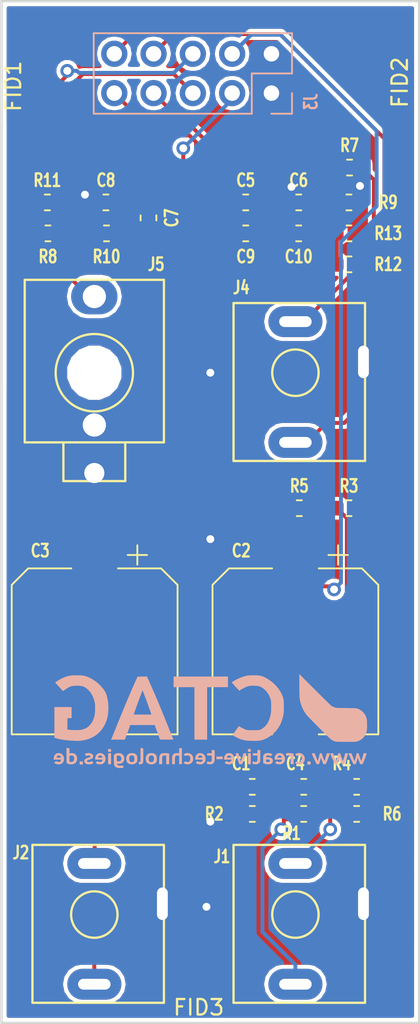
<source format=kicad_pcb>
(kicad_pcb (version 20171130) (host pcbnew "(5.0.0)")

  (general
    (thickness 1.6)
    (drawings 4)
    (tracks 210)
    (zones 0)
    (modules 32)
    (nets 22)
  )

  (page A4)
  (layers
    (0 F.Cu signal)
    (31 B.Cu signal)
    (36 B.SilkS user)
    (37 F.SilkS user)
    (38 B.Mask user)
    (39 F.Mask user)
    (44 Edge.Cuts user)
    (45 Margin user)
    (46 B.CrtYd user)
    (47 F.CrtYd user)
    (48 B.Fab user)
    (49 F.Fab user)
  )

  (setup
    (last_trace_width 0.254)
    (trace_clearance 0.254)
    (zone_clearance 0.254)
    (zone_45_only no)
    (trace_min 0.2)
    (segment_width 0.2)
    (edge_width 0.15)
    (via_size 0.889)
    (via_drill 0.508)
    (via_min_size 0.4)
    (via_min_drill 0.3)
    (uvia_size 0.3)
    (uvia_drill 0.1)
    (uvias_allowed no)
    (uvia_min_size 0.2)
    (uvia_min_drill 0.1)
    (pcb_text_width 0.3)
    (pcb_text_size 1.5 1.5)
    (mod_edge_width 0.15)
    (mod_text_size 0.6096 0.8128)
    (mod_text_width 0.1524)
    (pad_size 1.524 1.524)
    (pad_drill 0.762)
    (pad_to_mask_clearance 0)
    (aux_axis_origin 154 88)
    (grid_origin 154 88)
    (visible_elements 7FFDFFFF)
    (pcbplotparams
      (layerselection 0x010f0_ffffffff)
      (usegerberextensions true)
      (usegerberattributes false)
      (usegerberadvancedattributes false)
      (creategerberjobfile false)
      (excludeedgelayer true)
      (linewidth 0.100000)
      (plotframeref false)
      (viasonmask false)
      (mode 1)
      (useauxorigin false)
      (hpglpennumber 1)
      (hpglpenspeed 20)
      (hpglpendiameter 15.000000)
      (psnegative false)
      (psa4output false)
      (plotreference true)
      (plotvalue false)
      (plotinvisibletext false)
      (padsonsilk false)
      (subtractmaskfromsilk false)
      (outputformat 1)
      (mirror false)
      (drillshape 0)
      (scaleselection 1)
      (outputdirectory "Gerber_AudioBreakout"))
  )

  (net 0 "")
  (net 1 "Net-(C1-Pad1)")
  (net 2 /LOUT)
  (net 3 /LHPOUT)
  (net 4 "Net-(C2-Pad2)")
  (net 5 "Net-(C3-Pad2)")
  (net 6 /RHPOUT)
  (net 7 /ROUT)
  (net 8 "Net-(C4-Pad1)")
  (net 9 /LIN)
  (net 10 "Net-(C5-Pad2)")
  (net 11 GND)
  (net 12 "Net-(C7-Pad2)")
  (net 13 "Net-(C7-Pad1)")
  (net 14 "Net-(C10-Pad2)")
  (net 15 /RIN)
  (net 16 "Net-(J1-PadR)")
  (net 17 "Net-(J1-PadT)")
  (net 18 /MICIN)
  (net 19 /MICBIAS)
  (net 20 "Net-(J4-PadT)")
  (net 21 "Net-(J4-PadR)")

  (net_class Default "Dies ist die voreingestellte Netzklasse."
    (clearance 0.254)
    (trace_width 0.254)
    (via_dia 0.889)
    (via_drill 0.508)
    (uvia_dia 0.3)
    (uvia_drill 0.1)
    (add_net /LHPOUT)
    (add_net /LIN)
    (add_net /LOUT)
    (add_net /MICBIAS)
    (add_net /MICIN)
    (add_net /RHPOUT)
    (add_net /RIN)
    (add_net /ROUT)
    (add_net GND)
    (add_net "Net-(C1-Pad1)")
    (add_net "Net-(C10-Pad2)")
    (add_net "Net-(C2-Pad2)")
    (add_net "Net-(C3-Pad2)")
    (add_net "Net-(C4-Pad1)")
    (add_net "Net-(C5-Pad2)")
    (add_net "Net-(C7-Pad1)")
    (add_net "Net-(C7-Pad2)")
    (add_net "Net-(J1-PadR)")
    (add_net "Net-(J1-PadT)")
    (add_net "Net-(J4-PadR)")
    (add_net "Net-(J4-PadT)")
  )

  (module connectors:PJ-301CM (layer F.Cu) (tedit 5B767B43) (tstamp 5B8EAA3E)
    (at 160 81)
    (path /5B767809)
    (fp_text reference J2 (at -4.75 -4) (layer F.SilkS)
      (effects (font (size 0.8128 0.6096) (thickness 0.1524)))
    )
    (fp_text value HPOUT (at -5.1 4.9 90) (layer F.Fab)
      (effects (font (size 1 1) (thickness 0.15)))
    )
    (fp_line (start -4 5.7) (end 0 5.7) (layer F.SilkS) (width 0.15))
    (fp_line (start -4 -4.5) (end -4 5.7) (layer F.SilkS) (width 0.15))
    (fp_line (start 4.5 -4.5) (end -4 -4.5) (layer F.SilkS) (width 0.15))
    (fp_line (start 4.5 5.7) (end 4.5 -4.5) (layer F.SilkS) (width 0.15))
    (fp_line (start 0 5.7) (end 4.5 5.7) (layer F.SilkS) (width 0.15))
    (fp_circle (center 0 0) (end 1.5 0) (layer F.SilkS) (width 0.15))
    (pad T thru_hole oval (at 0 4.5 180) (size 3.5 2) (drill oval 2.1 0.7) (layers *.Cu *.Mask)
      (net 4 "Net-(C2-Pad2)"))
    (pad R thru_hole oval (at 0 -3.3) (size 3.5 2) (drill oval 2.1 0.7) (layers *.Cu *.Mask)
      (net 5 "Net-(C3-Pad2)"))
    (pad S thru_hole oval (at 4.4 -0.7 90) (size 3.5 2) (drill oval 2.1 0.7) (layers *.Cu *.Mask)
      (net 11 GND))
  )

  (module connectors:PJ-301CM (layer F.Cu) (tedit 5B767B43) (tstamp 5B8EAA31)
    (at 173 81)
    (path /5B76978A)
    (fp_text reference J1 (at -4.75 -3.75) (layer F.SilkS)
      (effects (font (size 0.8128 0.6096) (thickness 0.1524)))
    )
    (fp_text value LINEOUT (at -5.1 4.9 90) (layer F.Fab)
      (effects (font (size 1 1) (thickness 0.15)))
    )
    (fp_line (start -4 5.7) (end 0 5.7) (layer F.SilkS) (width 0.15))
    (fp_line (start -4 -4.5) (end -4 5.7) (layer F.SilkS) (width 0.15))
    (fp_line (start 4.5 -4.5) (end -4 -4.5) (layer F.SilkS) (width 0.15))
    (fp_line (start 4.5 5.7) (end 4.5 -4.5) (layer F.SilkS) (width 0.15))
    (fp_line (start 0 5.7) (end 4.5 5.7) (layer F.SilkS) (width 0.15))
    (fp_circle (center 0 0) (end 1.5 0) (layer F.SilkS) (width 0.15))
    (pad T thru_hole oval (at 0 4.5 180) (size 3.5 2) (drill oval 2.1 0.7) (layers *.Cu *.Mask)
      (net 17 "Net-(J1-PadT)"))
    (pad R thru_hole oval (at 0 -3.3) (size 3.5 2) (drill oval 2.1 0.7) (layers *.Cu *.Mask)
      (net 16 "Net-(J1-PadR)"))
    (pad S thru_hole oval (at 4.4 -0.7 90) (size 3.5 2) (drill oval 2.1 0.7) (layers *.Cu *.Mask)
      (net 11 GND))
  )

  (module connectors:PJ-301CM (layer F.Cu) (tedit 5B767B43) (tstamp 5B8EBAA1)
    (at 173 46)
    (path /5B7702B5)
    (fp_text reference J4 (at -3.5 -5.5) (layer F.SilkS)
      (effects (font (size 0.8128 0.6096) (thickness 0.1524)))
    )
    (fp_text value LINEIN (at -5.1 4.9 -270) (layer F.Fab)
      (effects (font (size 1 1) (thickness 0.15)))
    )
    (fp_line (start -4 5.7) (end 0 5.7) (layer F.SilkS) (width 0.15))
    (fp_line (start -4 -4.5) (end -4 5.7) (layer F.SilkS) (width 0.15))
    (fp_line (start 4.5 -4.5) (end -4 -4.5) (layer F.SilkS) (width 0.15))
    (fp_line (start 4.5 5.7) (end 4.5 -4.5) (layer F.SilkS) (width 0.15))
    (fp_line (start 0 5.7) (end 4.5 5.7) (layer F.SilkS) (width 0.15))
    (fp_circle (center 0 0) (end 1.5 0) (layer F.SilkS) (width 0.15))
    (pad T thru_hole oval (at 0 4.5 180) (size 3.5 2) (drill oval 2.1 0.7) (layers *.Cu *.Mask)
      (net 20 "Net-(J4-PadT)"))
    (pad R thru_hole oval (at 0 -3.3) (size 3.5 2) (drill oval 2.1 0.7) (layers *.Cu *.Mask)
      (net 21 "Net-(J4-PadR)"))
    (pad S thru_hole oval (at 4.4 -0.7 90) (size 3.5 2) (drill oval 2.1 0.7) (layers *.Cu *.Mask)
      (net 11 GND))
  )

  (module Capacitor_SMD:C_0603_1608Metric (layer F.Cu) (tedit 5B301BBE) (tstamp 5B8EA95D)
    (at 170.2125 72.75 180)
    (descr "Capacitor SMD 0603 (1608 Metric), square (rectangular) end terminal, IPC_7351 nominal, (Body size source: http://www.tortai-tech.com/upload/download/2011102023233369053.pdf), generated with kicad-footprint-generator")
    (tags capacitor)
    (path /5B7683CE)
    (attr smd)
    (fp_text reference C1 (at 0.7125 1.5 180) (layer F.SilkS)
      (effects (font (size 0.8128 0.6096) (thickness 0.1524)))
    )
    (fp_text value 1u (at 0 1.43 180) (layer F.Fab)
      (effects (font (size 1 1) (thickness 0.15)))
    )
    (fp_line (start -0.8 0.4) (end -0.8 -0.4) (layer F.Fab) (width 0.1))
    (fp_line (start -0.8 -0.4) (end 0.8 -0.4) (layer F.Fab) (width 0.1))
    (fp_line (start 0.8 -0.4) (end 0.8 0.4) (layer F.Fab) (width 0.1))
    (fp_line (start 0.8 0.4) (end -0.8 0.4) (layer F.Fab) (width 0.1))
    (fp_line (start -0.162779 -0.51) (end 0.162779 -0.51) (layer F.SilkS) (width 0.12))
    (fp_line (start -0.162779 0.51) (end 0.162779 0.51) (layer F.SilkS) (width 0.12))
    (fp_line (start -1.48 0.73) (end -1.48 -0.73) (layer F.CrtYd) (width 0.05))
    (fp_line (start -1.48 -0.73) (end 1.48 -0.73) (layer F.CrtYd) (width 0.05))
    (fp_line (start 1.48 -0.73) (end 1.48 0.73) (layer F.CrtYd) (width 0.05))
    (fp_line (start 1.48 0.73) (end -1.48 0.73) (layer F.CrtYd) (width 0.05))
    (fp_text user %R (at 0 0 180) (layer F.Fab)
      (effects (font (size 0.4 0.4) (thickness 0.06)))
    )
    (pad 1 smd roundrect (at -0.7875 0 180) (size 0.875 0.95) (layers F.Cu F.Paste F.Mask) (roundrect_rratio 0.25)
      (net 1 "Net-(C1-Pad1)"))
    (pad 2 smd roundrect (at 0.7875 0 180) (size 0.875 0.95) (layers F.Cu F.Paste F.Mask) (roundrect_rratio 0.25)
      (net 2 /LOUT))
    (model ${KISYS3DMOD}/Capacitor_SMD.3dshapes/C_0603_1608Metric.wrl
      (at (xyz 0 0 0))
      (scale (xyz 1 1 1))
      (rotate (xyz 0 0 0))
    )
  )

  (module Capacitor_SMD:CP_Elec_10x10.5 (layer F.Cu) (tedit 5A841F9D) (tstamp 5B8EB901)
    (at 173 64 270)
    (descr "SMT capacitor, aluminium electrolytic, 10x10, Vishay 1010 http://www.vishay.com/docs/28395/150crz.pdf")
    (tags "Capacitor Electrolytic")
    (path /5B76671C)
    (attr smd)
    (fp_text reference C2 (at -6.5 3.5) (layer F.SilkS)
      (effects (font (size 0.8128 0.6096) (thickness 0.1524)))
    )
    (fp_text value 220u (at 0 6.3 270) (layer F.Fab)
      (effects (font (size 1 1) (thickness 0.15)))
    )
    (fp_circle (center 0 0) (end 5 0) (layer F.Fab) (width 0.1))
    (fp_line (start 5.25 -5.25) (end 5.25 5.25) (layer F.Fab) (width 0.1))
    (fp_line (start -4.25 -5.25) (end 5.25 -5.25) (layer F.Fab) (width 0.1))
    (fp_line (start -4.25 5.25) (end 5.25 5.25) (layer F.Fab) (width 0.1))
    (fp_line (start -5.25 -4.25) (end -5.25 4.25) (layer F.Fab) (width 0.1))
    (fp_line (start -5.25 -4.25) (end -4.25 -5.25) (layer F.Fab) (width 0.1))
    (fp_line (start -5.25 4.25) (end -4.25 5.25) (layer F.Fab) (width 0.1))
    (fp_line (start -4.558325 -1.7) (end -3.558325 -1.7) (layer F.Fab) (width 0.1))
    (fp_line (start -4.058325 -2.2) (end -4.058325 -1.2) (layer F.Fab) (width 0.1))
    (fp_line (start 5.36 5.36) (end 5.36 1.51) (layer F.SilkS) (width 0.12))
    (fp_line (start 5.36 -5.36) (end 5.36 -1.51) (layer F.SilkS) (width 0.12))
    (fp_line (start -4.295563 -5.36) (end 5.36 -5.36) (layer F.SilkS) (width 0.12))
    (fp_line (start -4.295563 5.36) (end 5.36 5.36) (layer F.SilkS) (width 0.12))
    (fp_line (start -5.36 4.295563) (end -5.36 1.51) (layer F.SilkS) (width 0.12))
    (fp_line (start -5.36 -4.295563) (end -5.36 -1.51) (layer F.SilkS) (width 0.12))
    (fp_line (start -5.36 -4.295563) (end -4.295563 -5.36) (layer F.SilkS) (width 0.12))
    (fp_line (start -5.36 4.295563) (end -4.295563 5.36) (layer F.SilkS) (width 0.12))
    (fp_line (start -6.85 -2.76) (end -5.6 -2.76) (layer F.SilkS) (width 0.12))
    (fp_line (start -6.225 -3.385) (end -6.225 -2.135) (layer F.SilkS) (width 0.12))
    (fp_line (start 5.5 -5.5) (end 5.5 -1.5) (layer F.CrtYd) (width 0.05))
    (fp_line (start 5.5 -1.5) (end 6.65 -1.5) (layer F.CrtYd) (width 0.05))
    (fp_line (start 6.65 -1.5) (end 6.65 1.5) (layer F.CrtYd) (width 0.05))
    (fp_line (start 6.65 1.5) (end 5.5 1.5) (layer F.CrtYd) (width 0.05))
    (fp_line (start 5.5 1.5) (end 5.5 5.5) (layer F.CrtYd) (width 0.05))
    (fp_line (start -4.35 5.5) (end 5.5 5.5) (layer F.CrtYd) (width 0.05))
    (fp_line (start -4.35 -5.5) (end 5.5 -5.5) (layer F.CrtYd) (width 0.05))
    (fp_line (start -5.5 4.35) (end -4.35 5.5) (layer F.CrtYd) (width 0.05))
    (fp_line (start -5.5 -4.35) (end -4.35 -5.5) (layer F.CrtYd) (width 0.05))
    (fp_line (start -5.5 -4.35) (end -5.5 -1.5) (layer F.CrtYd) (width 0.05))
    (fp_line (start -5.5 1.5) (end -5.5 4.35) (layer F.CrtYd) (width 0.05))
    (fp_line (start -5.5 -1.5) (end -6.65 -1.5) (layer F.CrtYd) (width 0.05))
    (fp_line (start -6.65 -1.5) (end -6.65 1.5) (layer F.CrtYd) (width 0.05))
    (fp_line (start -6.65 1.5) (end -5.5 1.5) (layer F.CrtYd) (width 0.05))
    (fp_text user %R (at 0 0 270) (layer F.Fab)
      (effects (font (size 1 1) (thickness 0.15)))
    )
    (pad 1 smd rect (at -4.2 0 270) (size 4.4 2.5) (layers F.Cu F.Paste F.Mask)
      (net 3 /LHPOUT))
    (pad 2 smd rect (at 4.2 0 270) (size 4.4 2.5) (layers F.Cu F.Paste F.Mask)
      (net 4 "Net-(C2-Pad2)"))
    (model ${KISYS3DMOD}/Capacitor_SMD.3dshapes/CP_Elec_10x10.5.wrl
      (at (xyz 0 0 0))
      (scale (xyz 1 1 1))
      (rotate (xyz 0 0 0))
    )
  )

  (module Capacitor_SMD:CP_Elec_10x10.5 (layer F.Cu) (tedit 5A841F9D) (tstamp 5B8EA9AD)
    (at 160.02 64 270)
    (descr "SMT capacitor, aluminium electrolytic, 10x10, Vishay 1010 http://www.vishay.com/docs/28395/150crz.pdf")
    (tags "Capacitor Electrolytic")
    (path /5B76752E)
    (attr smd)
    (fp_text reference C3 (at -6.5 3.52) (layer F.SilkS)
      (effects (font (size 0.8128 0.6096) (thickness 0.1524)))
    )
    (fp_text value 220u (at 0 6.3 270) (layer F.Fab)
      (effects (font (size 1 1) (thickness 0.15)))
    )
    (fp_text user %R (at -0.5 -0.23 270) (layer F.Fab)
      (effects (font (size 1 1) (thickness 0.15)))
    )
    (fp_line (start -6.65 1.5) (end -5.5 1.5) (layer F.CrtYd) (width 0.05))
    (fp_line (start -6.65 -1.5) (end -6.65 1.5) (layer F.CrtYd) (width 0.05))
    (fp_line (start -5.5 -1.5) (end -6.65 -1.5) (layer F.CrtYd) (width 0.05))
    (fp_line (start -5.5 1.5) (end -5.5 4.35) (layer F.CrtYd) (width 0.05))
    (fp_line (start -5.5 -4.35) (end -5.5 -1.5) (layer F.CrtYd) (width 0.05))
    (fp_line (start -5.5 -4.35) (end -4.35 -5.5) (layer F.CrtYd) (width 0.05))
    (fp_line (start -5.5 4.35) (end -4.35 5.5) (layer F.CrtYd) (width 0.05))
    (fp_line (start -4.35 -5.5) (end 5.5 -5.5) (layer F.CrtYd) (width 0.05))
    (fp_line (start -4.35 5.5) (end 5.5 5.5) (layer F.CrtYd) (width 0.05))
    (fp_line (start 5.5 1.5) (end 5.5 5.5) (layer F.CrtYd) (width 0.05))
    (fp_line (start 6.65 1.5) (end 5.5 1.5) (layer F.CrtYd) (width 0.05))
    (fp_line (start 6.65 -1.5) (end 6.65 1.5) (layer F.CrtYd) (width 0.05))
    (fp_line (start 5.5 -1.5) (end 6.65 -1.5) (layer F.CrtYd) (width 0.05))
    (fp_line (start 5.5 -5.5) (end 5.5 -1.5) (layer F.CrtYd) (width 0.05))
    (fp_line (start -6.225 -3.385) (end -6.225 -2.135) (layer F.SilkS) (width 0.12))
    (fp_line (start -6.85 -2.76) (end -5.6 -2.76) (layer F.SilkS) (width 0.12))
    (fp_line (start -5.36 4.295563) (end -4.295563 5.36) (layer F.SilkS) (width 0.12))
    (fp_line (start -5.36 -4.295563) (end -4.295563 -5.36) (layer F.SilkS) (width 0.12))
    (fp_line (start -5.36 -4.295563) (end -5.36 -1.51) (layer F.SilkS) (width 0.12))
    (fp_line (start -5.36 4.295563) (end -5.36 1.51) (layer F.SilkS) (width 0.12))
    (fp_line (start -4.295563 5.36) (end 5.36 5.36) (layer F.SilkS) (width 0.12))
    (fp_line (start -4.295563 -5.36) (end 5.36 -5.36) (layer F.SilkS) (width 0.12))
    (fp_line (start 5.36 -5.36) (end 5.36 -1.51) (layer F.SilkS) (width 0.12))
    (fp_line (start 5.36 5.36) (end 5.36 1.51) (layer F.SilkS) (width 0.12))
    (fp_line (start -4.058325 -2.2) (end -4.058325 -1.2) (layer F.Fab) (width 0.1))
    (fp_line (start -4.558325 -1.7) (end -3.558325 -1.7) (layer F.Fab) (width 0.1))
    (fp_line (start -5.25 4.25) (end -4.25 5.25) (layer F.Fab) (width 0.1))
    (fp_line (start -5.25 -4.25) (end -4.25 -5.25) (layer F.Fab) (width 0.1))
    (fp_line (start -5.25 -4.25) (end -5.25 4.25) (layer F.Fab) (width 0.1))
    (fp_line (start -4.25 5.25) (end 5.25 5.25) (layer F.Fab) (width 0.1))
    (fp_line (start -4.25 -5.25) (end 5.25 -5.25) (layer F.Fab) (width 0.1))
    (fp_line (start 5.25 -5.25) (end 5.25 5.25) (layer F.Fab) (width 0.1))
    (fp_circle (center 0 0) (end 5 0) (layer F.Fab) (width 0.1))
    (pad 2 smd rect (at 4.2 0 270) (size 4.4 2.5) (layers F.Cu F.Paste F.Mask)
      (net 5 "Net-(C3-Pad2)"))
    (pad 1 smd rect (at -4.2 0 270) (size 4.4 2.5) (layers F.Cu F.Paste F.Mask)
      (net 6 /RHPOUT))
    (model ${KISYS3DMOD}/Capacitor_SMD.3dshapes/CP_Elec_10x10.5.wrl
      (at (xyz 0 0 0))
      (scale (xyz 1 1 1))
      (rotate (xyz 0 0 0))
    )
  )

  (module Capacitor_SMD:C_0603_1608Metric (layer F.Cu) (tedit 5B301BBE) (tstamp 5B8EC403)
    (at 173.5375 72.75 180)
    (descr "Capacitor SMD 0603 (1608 Metric), square (rectangular) end terminal, IPC_7351 nominal, (Body size source: http://www.tortai-tech.com/upload/download/2011102023233369053.pdf), generated with kicad-footprint-generator")
    (tags capacitor)
    (path /5B769275)
    (attr smd)
    (fp_text reference C4 (at 0.5375 1.5 180) (layer F.SilkS)
      (effects (font (size 0.8128 0.6096) (thickness 0.1524)))
    )
    (fp_text value 1u (at 0 1.43 180) (layer F.Fab)
      (effects (font (size 1 1) (thickness 0.15)))
    )
    (fp_text user %R (at 0 0 180) (layer F.Fab)
      (effects (font (size 0.4 0.4) (thickness 0.06)))
    )
    (fp_line (start 1.48 0.73) (end -1.48 0.73) (layer F.CrtYd) (width 0.05))
    (fp_line (start 1.48 -0.73) (end 1.48 0.73) (layer F.CrtYd) (width 0.05))
    (fp_line (start -1.48 -0.73) (end 1.48 -0.73) (layer F.CrtYd) (width 0.05))
    (fp_line (start -1.48 0.73) (end -1.48 -0.73) (layer F.CrtYd) (width 0.05))
    (fp_line (start -0.162779 0.51) (end 0.162779 0.51) (layer F.SilkS) (width 0.12))
    (fp_line (start -0.162779 -0.51) (end 0.162779 -0.51) (layer F.SilkS) (width 0.12))
    (fp_line (start 0.8 0.4) (end -0.8 0.4) (layer F.Fab) (width 0.1))
    (fp_line (start 0.8 -0.4) (end 0.8 0.4) (layer F.Fab) (width 0.1))
    (fp_line (start -0.8 -0.4) (end 0.8 -0.4) (layer F.Fab) (width 0.1))
    (fp_line (start -0.8 0.4) (end -0.8 -0.4) (layer F.Fab) (width 0.1))
    (pad 2 smd roundrect (at 0.7875 0 180) (size 0.875 0.95) (layers F.Cu F.Paste F.Mask) (roundrect_rratio 0.25)
      (net 7 /ROUT))
    (pad 1 smd roundrect (at -0.7875 0 180) (size 0.875 0.95) (layers F.Cu F.Paste F.Mask) (roundrect_rratio 0.25)
      (net 8 "Net-(C4-Pad1)"))
    (model ${KISYS3DMOD}/Capacitor_SMD.3dshapes/C_0603_1608Metric.wrl
      (at (xyz 0 0 0))
      (scale (xyz 1 1 1))
      (rotate (xyz 0 0 0))
    )
  )

  (module Capacitor_SMD:C_0603_1608Metric (layer F.Cu) (tedit 5B301BBE) (tstamp 5B8EA9CF)
    (at 169.7875 35)
    (descr "Capacitor SMD 0603 (1608 Metric), square (rectangular) end terminal, IPC_7351 nominal, (Body size source: http://www.tortai-tech.com/upload/download/2011102023233369053.pdf), generated with kicad-footprint-generator")
    (tags capacitor)
    (path /5B76B0F8)
    (attr smd)
    (fp_text reference C5 (at 0 -1.43) (layer F.SilkS)
      (effects (font (size 0.8128 0.6096) (thickness 0.1524)))
    )
    (fp_text value 1u (at 0 1.43) (layer F.Fab)
      (effects (font (size 1 1) (thickness 0.15)))
    )
    (fp_line (start -0.8 0.4) (end -0.8 -0.4) (layer F.Fab) (width 0.1))
    (fp_line (start -0.8 -0.4) (end 0.8 -0.4) (layer F.Fab) (width 0.1))
    (fp_line (start 0.8 -0.4) (end 0.8 0.4) (layer F.Fab) (width 0.1))
    (fp_line (start 0.8 0.4) (end -0.8 0.4) (layer F.Fab) (width 0.1))
    (fp_line (start -0.162779 -0.51) (end 0.162779 -0.51) (layer F.SilkS) (width 0.12))
    (fp_line (start -0.162779 0.51) (end 0.162779 0.51) (layer F.SilkS) (width 0.12))
    (fp_line (start -1.48 0.73) (end -1.48 -0.73) (layer F.CrtYd) (width 0.05))
    (fp_line (start -1.48 -0.73) (end 1.48 -0.73) (layer F.CrtYd) (width 0.05))
    (fp_line (start 1.48 -0.73) (end 1.48 0.73) (layer F.CrtYd) (width 0.05))
    (fp_line (start 1.48 0.73) (end -1.48 0.73) (layer F.CrtYd) (width 0.05))
    (fp_text user %R (at 0 0) (layer F.Fab)
      (effects (font (size 0.4 0.4) (thickness 0.06)))
    )
    (pad 1 smd roundrect (at -0.7875 0) (size 0.875 0.95) (layers F.Cu F.Paste F.Mask) (roundrect_rratio 0.25)
      (net 9 /LIN))
    (pad 2 smd roundrect (at 0.7875 0) (size 0.875 0.95) (layers F.Cu F.Paste F.Mask) (roundrect_rratio 0.25)
      (net 10 "Net-(C5-Pad2)"))
    (model ${KISYS3DMOD}/Capacitor_SMD.3dshapes/C_0603_1608Metric.wrl
      (at (xyz 0 0 0))
      (scale (xyz 1 1 1))
      (rotate (xyz 0 0 0))
    )
  )

  (module Capacitor_SMD:C_0603_1608Metric (layer F.Cu) (tedit 5B301BBE) (tstamp 5B8EA9E0)
    (at 173.2125 35)
    (descr "Capacitor SMD 0603 (1608 Metric), square (rectangular) end terminal, IPC_7351 nominal, (Body size source: http://www.tortai-tech.com/upload/download/2011102023233369053.pdf), generated with kicad-footprint-generator")
    (tags capacitor)
    (path /5B76AF38)
    (attr smd)
    (fp_text reference C6 (at 0 -1.43) (layer F.SilkS)
      (effects (font (size 0.8128 0.6096) (thickness 0.1524)))
    )
    (fp_text value 220p (at 0 1.43) (layer F.Fab)
      (effects (font (size 1 1) (thickness 0.15)))
    )
    (fp_text user %R (at 0 0) (layer F.Fab)
      (effects (font (size 0.4 0.4) (thickness 0.06)))
    )
    (fp_line (start 1.48 0.73) (end -1.48 0.73) (layer F.CrtYd) (width 0.05))
    (fp_line (start 1.48 -0.73) (end 1.48 0.73) (layer F.CrtYd) (width 0.05))
    (fp_line (start -1.48 -0.73) (end 1.48 -0.73) (layer F.CrtYd) (width 0.05))
    (fp_line (start -1.48 0.73) (end -1.48 -0.73) (layer F.CrtYd) (width 0.05))
    (fp_line (start -0.162779 0.51) (end 0.162779 0.51) (layer F.SilkS) (width 0.12))
    (fp_line (start -0.162779 -0.51) (end 0.162779 -0.51) (layer F.SilkS) (width 0.12))
    (fp_line (start 0.8 0.4) (end -0.8 0.4) (layer F.Fab) (width 0.1))
    (fp_line (start 0.8 -0.4) (end 0.8 0.4) (layer F.Fab) (width 0.1))
    (fp_line (start -0.8 -0.4) (end 0.8 -0.4) (layer F.Fab) (width 0.1))
    (fp_line (start -0.8 0.4) (end -0.8 -0.4) (layer F.Fab) (width 0.1))
    (pad 2 smd roundrect (at 0.7875 0) (size 0.875 0.95) (layers F.Cu F.Paste F.Mask) (roundrect_rratio 0.25)
      (net 10 "Net-(C5-Pad2)"))
    (pad 1 smd roundrect (at -0.7875 0) (size 0.875 0.95) (layers F.Cu F.Paste F.Mask) (roundrect_rratio 0.25)
      (net 11 GND))
    (model ${KISYS3DMOD}/Capacitor_SMD.3dshapes/C_0603_1608Metric.wrl
      (at (xyz 0 0 0))
      (scale (xyz 1 1 1))
      (rotate (xyz 0 0 0))
    )
  )

  (module Capacitor_SMD:C_0603_1608Metric (layer F.Cu) (tedit 5B301BBE) (tstamp 5B8EA9F1)
    (at 163.5 36 90)
    (descr "Capacitor SMD 0603 (1608 Metric), square (rectangular) end terminal, IPC_7351 nominal, (Body size source: http://www.tortai-tech.com/upload/download/2011102023233369053.pdf), generated with kicad-footprint-generator")
    (tags capacitor)
    (path /5B776241)
    (attr smd)
    (fp_text reference C7 (at 0 1.5 90) (layer F.SilkS)
      (effects (font (size 0.8128 0.6096) (thickness 0.1524)))
    )
    (fp_text value 1u (at 0 1.43 90) (layer F.Fab)
      (effects (font (size 1 1) (thickness 0.15)))
    )
    (fp_text user %R (at 0 0 90) (layer F.Fab)
      (effects (font (size 0.4 0.4) (thickness 0.06)))
    )
    (fp_line (start 1.48 0.73) (end -1.48 0.73) (layer F.CrtYd) (width 0.05))
    (fp_line (start 1.48 -0.73) (end 1.48 0.73) (layer F.CrtYd) (width 0.05))
    (fp_line (start -1.48 -0.73) (end 1.48 -0.73) (layer F.CrtYd) (width 0.05))
    (fp_line (start -1.48 0.73) (end -1.48 -0.73) (layer F.CrtYd) (width 0.05))
    (fp_line (start -0.162779 0.51) (end 0.162779 0.51) (layer F.SilkS) (width 0.12))
    (fp_line (start -0.162779 -0.51) (end 0.162779 -0.51) (layer F.SilkS) (width 0.12))
    (fp_line (start 0.8 0.4) (end -0.8 0.4) (layer F.Fab) (width 0.1))
    (fp_line (start 0.8 -0.4) (end 0.8 0.4) (layer F.Fab) (width 0.1))
    (fp_line (start -0.8 -0.4) (end 0.8 -0.4) (layer F.Fab) (width 0.1))
    (fp_line (start -0.8 0.4) (end -0.8 -0.4) (layer F.Fab) (width 0.1))
    (pad 2 smd roundrect (at 0.7875 0 90) (size 0.875 0.95) (layers F.Cu F.Paste F.Mask) (roundrect_rratio 0.25)
      (net 12 "Net-(C7-Pad2)"))
    (pad 1 smd roundrect (at -0.7875 0 90) (size 0.875 0.95) (layers F.Cu F.Paste F.Mask) (roundrect_rratio 0.25)
      (net 13 "Net-(C7-Pad1)"))
    (model ${KISYS3DMOD}/Capacitor_SMD.3dshapes/C_0603_1608Metric.wrl
      (at (xyz 0 0 0))
      (scale (xyz 1 1 1))
      (rotate (xyz 0 0 0))
    )
  )

  (module Capacitor_SMD:C_0603_1608Metric (layer F.Cu) (tedit 5B301BBE) (tstamp 5B8EAA02)
    (at 160.75 35)
    (descr "Capacitor SMD 0603 (1608 Metric), square (rectangular) end terminal, IPC_7351 nominal, (Body size source: http://www.tortai-tech.com/upload/download/2011102023233369053.pdf), generated with kicad-footprint-generator")
    (tags capacitor)
    (path /5B7761CB)
    (attr smd)
    (fp_text reference C8 (at 0 -1.43) (layer F.SilkS)
      (effects (font (size 0.8128 0.6096) (thickness 0.1524)))
    )
    (fp_text value 220p (at 0 1.43) (layer F.Fab)
      (effects (font (size 1 1) (thickness 0.15)))
    )
    (fp_line (start -0.8 0.4) (end -0.8 -0.4) (layer F.Fab) (width 0.1))
    (fp_line (start -0.8 -0.4) (end 0.8 -0.4) (layer F.Fab) (width 0.1))
    (fp_line (start 0.8 -0.4) (end 0.8 0.4) (layer F.Fab) (width 0.1))
    (fp_line (start 0.8 0.4) (end -0.8 0.4) (layer F.Fab) (width 0.1))
    (fp_line (start -0.162779 -0.51) (end 0.162779 -0.51) (layer F.SilkS) (width 0.12))
    (fp_line (start -0.162779 0.51) (end 0.162779 0.51) (layer F.SilkS) (width 0.12))
    (fp_line (start -1.48 0.73) (end -1.48 -0.73) (layer F.CrtYd) (width 0.05))
    (fp_line (start -1.48 -0.73) (end 1.48 -0.73) (layer F.CrtYd) (width 0.05))
    (fp_line (start 1.48 -0.73) (end 1.48 0.73) (layer F.CrtYd) (width 0.05))
    (fp_line (start 1.48 0.73) (end -1.48 0.73) (layer F.CrtYd) (width 0.05))
    (fp_text user %R (at 0 0) (layer F.Fab)
      (effects (font (size 0.4 0.4) (thickness 0.06)))
    )
    (pad 1 smd roundrect (at -0.7875 0) (size 0.875 0.95) (layers F.Cu F.Paste F.Mask) (roundrect_rratio 0.25)
      (net 11 GND))
    (pad 2 smd roundrect (at 0.7875 0) (size 0.875 0.95) (layers F.Cu F.Paste F.Mask) (roundrect_rratio 0.25)
      (net 12 "Net-(C7-Pad2)"))
    (model ${KISYS3DMOD}/Capacitor_SMD.3dshapes/C_0603_1608Metric.wrl
      (at (xyz 0 0 0))
      (scale (xyz 1 1 1))
      (rotate (xyz 0 0 0))
    )
  )

  (module Capacitor_SMD:C_0603_1608Metric (layer F.Cu) (tedit 5B301BBE) (tstamp 5B8EAA13)
    (at 169.7875 37)
    (descr "Capacitor SMD 0603 (1608 Metric), square (rectangular) end terminal, IPC_7351 nominal, (Body size source: http://www.tortai-tech.com/upload/download/2011102023233369053.pdf), generated with kicad-footprint-generator")
    (tags capacitor)
    (path /5B76F363)
    (attr smd)
    (fp_text reference C9 (at 0 1.5) (layer F.SilkS)
      (effects (font (size 0.8128 0.6096) (thickness 0.1524)))
    )
    (fp_text value 1u (at 0 1.43) (layer F.Fab)
      (effects (font (size 1 1) (thickness 0.15)))
    )
    (fp_text user %R (at 0 0) (layer F.Fab)
      (effects (font (size 0.4 0.4) (thickness 0.06)))
    )
    (fp_line (start 1.48 0.73) (end -1.48 0.73) (layer F.CrtYd) (width 0.05))
    (fp_line (start 1.48 -0.73) (end 1.48 0.73) (layer F.CrtYd) (width 0.05))
    (fp_line (start -1.48 -0.73) (end 1.48 -0.73) (layer F.CrtYd) (width 0.05))
    (fp_line (start -1.48 0.73) (end -1.48 -0.73) (layer F.CrtYd) (width 0.05))
    (fp_line (start -0.162779 0.51) (end 0.162779 0.51) (layer F.SilkS) (width 0.12))
    (fp_line (start -0.162779 -0.51) (end 0.162779 -0.51) (layer F.SilkS) (width 0.12))
    (fp_line (start 0.8 0.4) (end -0.8 0.4) (layer F.Fab) (width 0.1))
    (fp_line (start 0.8 -0.4) (end 0.8 0.4) (layer F.Fab) (width 0.1))
    (fp_line (start -0.8 -0.4) (end 0.8 -0.4) (layer F.Fab) (width 0.1))
    (fp_line (start -0.8 0.4) (end -0.8 -0.4) (layer F.Fab) (width 0.1))
    (pad 2 smd roundrect (at 0.7875 0) (size 0.875 0.95) (layers F.Cu F.Paste F.Mask) (roundrect_rratio 0.25)
      (net 14 "Net-(C10-Pad2)"))
    (pad 1 smd roundrect (at -0.7875 0) (size 0.875 0.95) (layers F.Cu F.Paste F.Mask) (roundrect_rratio 0.25)
      (net 15 /RIN))
    (model ${KISYS3DMOD}/Capacitor_SMD.3dshapes/C_0603_1608Metric.wrl
      (at (xyz 0 0 0))
      (scale (xyz 1 1 1))
      (rotate (xyz 0 0 0))
    )
  )

  (module Capacitor_SMD:C_0603_1608Metric (layer F.Cu) (tedit 5B301BBE) (tstamp 5B8EAA24)
    (at 173.2125 37)
    (descr "Capacitor SMD 0603 (1608 Metric), square (rectangular) end terminal, IPC_7351 nominal, (Body size source: http://www.tortai-tech.com/upload/download/2011102023233369053.pdf), generated with kicad-footprint-generator")
    (tags capacitor)
    (path /5B76F35D)
    (attr smd)
    (fp_text reference C10 (at 0 1.5) (layer F.SilkS)
      (effects (font (size 0.8128 0.6096) (thickness 0.1524)))
    )
    (fp_text value 220p (at 0 1.43) (layer F.Fab)
      (effects (font (size 1 1) (thickness 0.15)))
    )
    (fp_line (start -0.8 0.4) (end -0.8 -0.4) (layer F.Fab) (width 0.1))
    (fp_line (start -0.8 -0.4) (end 0.8 -0.4) (layer F.Fab) (width 0.1))
    (fp_line (start 0.8 -0.4) (end 0.8 0.4) (layer F.Fab) (width 0.1))
    (fp_line (start 0.8 0.4) (end -0.8 0.4) (layer F.Fab) (width 0.1))
    (fp_line (start -0.162779 -0.51) (end 0.162779 -0.51) (layer F.SilkS) (width 0.12))
    (fp_line (start -0.162779 0.51) (end 0.162779 0.51) (layer F.SilkS) (width 0.12))
    (fp_line (start -1.48 0.73) (end -1.48 -0.73) (layer F.CrtYd) (width 0.05))
    (fp_line (start -1.48 -0.73) (end 1.48 -0.73) (layer F.CrtYd) (width 0.05))
    (fp_line (start 1.48 -0.73) (end 1.48 0.73) (layer F.CrtYd) (width 0.05))
    (fp_line (start 1.48 0.73) (end -1.48 0.73) (layer F.CrtYd) (width 0.05))
    (fp_text user %R (at 0 0) (layer F.Fab)
      (effects (font (size 0.4 0.4) (thickness 0.06)))
    )
    (pad 1 smd roundrect (at -0.7875 0) (size 0.875 0.95) (layers F.Cu F.Paste F.Mask) (roundrect_rratio 0.25)
      (net 11 GND))
    (pad 2 smd roundrect (at 0.7875 0) (size 0.875 0.95) (layers F.Cu F.Paste F.Mask) (roundrect_rratio 0.25)
      (net 14 "Net-(C10-Pad2)"))
    (model ${KISYS3DMOD}/Capacitor_SMD.3dshapes/C_0603_1608Metric.wrl
      (at (xyz 0 0 0))
      (scale (xyz 1 1 1))
      (rotate (xyz 0 0 0))
    )
  )

  (module Connector_PinHeader_2.54mm:PinHeader_2x05_P2.54mm_Vertical (layer B.Cu) (tedit 59FED5CC) (tstamp 5B8EB7D7)
    (at 171.45 27.94 90)
    (descr "Through hole straight pin header, 2x05, 2.54mm pitch, double rows")
    (tags "Through hole pin header THT 2x05 2.54mm double row")
    (path /5B7669C0)
    (fp_text reference J3 (at -0.56 2.55 90) (layer B.SilkS)
      (effects (font (size 0.8128 0.6096) (thickness 0.1524)) (justify mirror))
    )
    (fp_text value AUEXT (at 1.27 -12.49 90) (layer B.Fab)
      (effects (font (size 1 1) (thickness 0.15)) (justify mirror))
    )
    (fp_line (start 0 1.27) (end 3.81 1.27) (layer B.Fab) (width 0.1))
    (fp_line (start 3.81 1.27) (end 3.81 -11.43) (layer B.Fab) (width 0.1))
    (fp_line (start 3.81 -11.43) (end -1.27 -11.43) (layer B.Fab) (width 0.1))
    (fp_line (start -1.27 -11.43) (end -1.27 0) (layer B.Fab) (width 0.1))
    (fp_line (start -1.27 0) (end 0 1.27) (layer B.Fab) (width 0.1))
    (fp_line (start -1.33 -11.49) (end 3.87 -11.49) (layer B.SilkS) (width 0.12))
    (fp_line (start -1.33 -1.27) (end -1.33 -11.49) (layer B.SilkS) (width 0.12))
    (fp_line (start 3.87 1.33) (end 3.87 -11.49) (layer B.SilkS) (width 0.12))
    (fp_line (start -1.33 -1.27) (end 1.27 -1.27) (layer B.SilkS) (width 0.12))
    (fp_line (start 1.27 -1.27) (end 1.27 1.33) (layer B.SilkS) (width 0.12))
    (fp_line (start 1.27 1.33) (end 3.87 1.33) (layer B.SilkS) (width 0.12))
    (fp_line (start -1.33 0) (end -1.33 1.33) (layer B.SilkS) (width 0.12))
    (fp_line (start -1.33 1.33) (end 0 1.33) (layer B.SilkS) (width 0.12))
    (fp_line (start -1.8 1.8) (end -1.8 -11.95) (layer B.CrtYd) (width 0.05))
    (fp_line (start -1.8 -11.95) (end 4.35 -11.95) (layer B.CrtYd) (width 0.05))
    (fp_line (start 4.35 -11.95) (end 4.35 1.8) (layer B.CrtYd) (width 0.05))
    (fp_line (start 4.35 1.8) (end -1.8 1.8) (layer B.CrtYd) (width 0.05))
    (fp_text user %R (at 1.27 -5.08) (layer B.Fab)
      (effects (font (size 1 1) (thickness 0.15)) (justify mirror))
    )
    (pad 1 thru_hole rect (at 0 0 90) (size 1.7 1.7) (drill 1) (layers *.Cu *.Mask)
      (net 11 GND))
    (pad 2 thru_hole oval (at 2.54 0 90) (size 1.7 1.7) (drill 1) (layers *.Cu *.Mask)
      (net 11 GND))
    (pad 3 thru_hole oval (at 0 -2.54 90) (size 1.7 1.7) (drill 1) (layers *.Cu *.Mask)
      (net 18 /MICIN))
    (pad 4 thru_hole oval (at 2.54 -2.54 90) (size 1.7 1.7) (drill 1) (layers *.Cu *.Mask)
      (net 3 /LHPOUT))
    (pad 5 thru_hole oval (at 0 -5.08 90) (size 1.7 1.7) (drill 1) (layers *.Cu *.Mask)
      (net 19 /MICBIAS))
    (pad 6 thru_hole oval (at 2.54 -5.08 90) (size 1.7 1.7) (drill 1) (layers *.Cu *.Mask)
      (net 6 /RHPOUT))
    (pad 7 thru_hole oval (at 0 -7.62 90) (size 1.7 1.7) (drill 1) (layers *.Cu *.Mask)
      (net 9 /LIN))
    (pad 8 thru_hole oval (at 2.54 -7.62 90) (size 1.7 1.7) (drill 1) (layers *.Cu *.Mask)
      (net 2 /LOUT))
    (pad 9 thru_hole oval (at 0 -10.16 90) (size 1.7 1.7) (drill 1) (layers *.Cu *.Mask)
      (net 15 /RIN))
    (pad 10 thru_hole oval (at 2.54 -10.16 90) (size 1.7 1.7) (drill 1) (layers *.Cu *.Mask)
      (net 7 /ROUT))
    (model ${KISYS3DMOD}/Connector_PinHeader_2.54mm.3dshapes/PinHeader_2x05_P2.54mm_Vertical.wrl
      (at (xyz 0 0 0))
      (scale (xyz 1 1 1))
      (rotate (xyz 0 0 0))
    )
  )

  (module connectors:THONKICONN (layer F.Cu) (tedit 581CBB09) (tstamp 5B8EAFDC)
    (at 160 46)
    (path /5B77EB64)
    (fp_text reference J5 (at 4 -7 180) (layer F.SilkS)
      (effects (font (size 0.8128 0.6096) (thickness 0.1524)))
    )
    (fp_text value MICIN (at 0 -7) (layer F.Fab)
      (effects (font (size 1 1) (thickness 0.15)))
    )
    (fp_circle (center 0 0) (end 2.5 0) (layer F.SilkS) (width 0.15))
    (fp_line (start 2 7) (end 2 4.5) (layer F.SilkS) (width 0.15))
    (fp_line (start -2 7) (end 2 7) (layer F.SilkS) (width 0.15))
    (fp_line (start -2 4.5) (end -2 7) (layer F.SilkS) (width 0.15))
    (fp_line (start 4.5 -6) (end -0.5 -6) (layer F.SilkS) (width 0.15))
    (fp_line (start 4.5 4.5) (end 4.5 -6) (layer F.SilkS) (width 0.15))
    (fp_line (start -4.5 4.5) (end 4.5 4.5) (layer F.SilkS) (width 0.15))
    (fp_line (start -4.5 -6) (end -4.5 4.5) (layer F.SilkS) (width 0.15))
    (fp_line (start 0 -6) (end -4.5 -6) (layer F.SilkS) (width 0.15))
    (pad "" np_thru_hole circle (at 0 0) (size 3 3) (drill 3) (layers *.Cu *.Mask))
    (pad 3 thru_hole oval (at 0 6.48) (size 3 2.3) (drill 1.3) (layers *.Cu *.Mask)
      (net 11 GND))
    (pad 2 thru_hole oval (at 0 3.38) (size 3 2.3) (drill 1.5) (layers *.Cu *.Mask)
      (net 11 GND))
    (pad 1 thru_hole oval (at 0 -4.92) (size 3 2.3) (drill 1.5) (layers *.Cu *.Mask)
      (net 12 "Net-(C7-Pad2)"))
  )

  (module Resistor_SMD:R_0603_1608Metric (layer F.Cu) (tedit 5B301BBD) (tstamp 5B8EAA8D)
    (at 173.5375 74.5)
    (descr "Resistor SMD 0603 (1608 Metric), square (rectangular) end terminal, IPC_7351 nominal, (Body size source: http://www.tortai-tech.com/upload/download/2011102023233369053.pdf), generated with kicad-footprint-generator")
    (tags resistor)
    (path /5B768504)
    (attr smd)
    (fp_text reference R1 (at -0.7875 1.25) (layer F.SilkS)
      (effects (font (size 0.8128 0.6096) (thickness 0.1524)))
    )
    (fp_text value 100 (at 0 1.43) (layer F.Fab)
      (effects (font (size 1 1) (thickness 0.15)))
    )
    (fp_text user %R (at 0 0) (layer F.Fab)
      (effects (font (size 0.4 0.4) (thickness 0.06)))
    )
    (fp_line (start 1.48 0.73) (end -1.48 0.73) (layer F.CrtYd) (width 0.05))
    (fp_line (start 1.48 -0.73) (end 1.48 0.73) (layer F.CrtYd) (width 0.05))
    (fp_line (start -1.48 -0.73) (end 1.48 -0.73) (layer F.CrtYd) (width 0.05))
    (fp_line (start -1.48 0.73) (end -1.48 -0.73) (layer F.CrtYd) (width 0.05))
    (fp_line (start -0.162779 0.51) (end 0.162779 0.51) (layer F.SilkS) (width 0.12))
    (fp_line (start -0.162779 -0.51) (end 0.162779 -0.51) (layer F.SilkS) (width 0.12))
    (fp_line (start 0.8 0.4) (end -0.8 0.4) (layer F.Fab) (width 0.1))
    (fp_line (start 0.8 -0.4) (end 0.8 0.4) (layer F.Fab) (width 0.1))
    (fp_line (start -0.8 -0.4) (end 0.8 -0.4) (layer F.Fab) (width 0.1))
    (fp_line (start -0.8 0.4) (end -0.8 -0.4) (layer F.Fab) (width 0.1))
    (pad 2 smd roundrect (at 0.7875 0) (size 0.875 0.95) (layers F.Cu F.Paste F.Mask) (roundrect_rratio 0.25)
      (net 1 "Net-(C1-Pad1)"))
    (pad 1 smd roundrect (at -0.7875 0) (size 0.875 0.95) (layers F.Cu F.Paste F.Mask) (roundrect_rratio 0.25)
      (net 17 "Net-(J1-PadT)"))
    (model ${KISYS3DMOD}/Resistor_SMD.3dshapes/R_0603_1608Metric.wrl
      (at (xyz 0 0 0))
      (scale (xyz 1 1 1))
      (rotate (xyz 0 0 0))
    )
  )

  (module Resistor_SMD:R_0603_1608Metric (layer F.Cu) (tedit 5B301BBD) (tstamp 5B8EAA9E)
    (at 170.2125 74.5 180)
    (descr "Resistor SMD 0603 (1608 Metric), square (rectangular) end terminal, IPC_7351 nominal, (Body size source: http://www.tortai-tech.com/upload/download/2011102023233369053.pdf), generated with kicad-footprint-generator")
    (tags resistor)
    (path /5B768483)
    (attr smd)
    (fp_text reference R2 (at 2.4625 0 180) (layer F.SilkS)
      (effects (font (size 0.8128 0.6096) (thickness 0.1524)))
    )
    (fp_text value 47k (at 0 1.43 180) (layer F.Fab)
      (effects (font (size 1 1) (thickness 0.15)))
    )
    (fp_line (start -0.8 0.4) (end -0.8 -0.4) (layer F.Fab) (width 0.1))
    (fp_line (start -0.8 -0.4) (end 0.8 -0.4) (layer F.Fab) (width 0.1))
    (fp_line (start 0.8 -0.4) (end 0.8 0.4) (layer F.Fab) (width 0.1))
    (fp_line (start 0.8 0.4) (end -0.8 0.4) (layer F.Fab) (width 0.1))
    (fp_line (start -0.162779 -0.51) (end 0.162779 -0.51) (layer F.SilkS) (width 0.12))
    (fp_line (start -0.162779 0.51) (end 0.162779 0.51) (layer F.SilkS) (width 0.12))
    (fp_line (start -1.48 0.73) (end -1.48 -0.73) (layer F.CrtYd) (width 0.05))
    (fp_line (start -1.48 -0.73) (end 1.48 -0.73) (layer F.CrtYd) (width 0.05))
    (fp_line (start 1.48 -0.73) (end 1.48 0.73) (layer F.CrtYd) (width 0.05))
    (fp_line (start 1.48 0.73) (end -1.48 0.73) (layer F.CrtYd) (width 0.05))
    (fp_text user %R (at 0 0 180) (layer F.Fab)
      (effects (font (size 0.4 0.4) (thickness 0.06)))
    )
    (pad 1 smd roundrect (at -0.7875 0 180) (size 0.875 0.95) (layers F.Cu F.Paste F.Mask) (roundrect_rratio 0.25)
      (net 1 "Net-(C1-Pad1)"))
    (pad 2 smd roundrect (at 0.7875 0 180) (size 0.875 0.95) (layers F.Cu F.Paste F.Mask) (roundrect_rratio 0.25)
      (net 11 GND))
    (model ${KISYS3DMOD}/Resistor_SMD.3dshapes/R_0603_1608Metric.wrl
      (at (xyz 0 0 0))
      (scale (xyz 1 1 1))
      (rotate (xyz 0 0 0))
    )
  )

  (module Resistor_SMD:R_0603_1608Metric (layer F.Cu) (tedit 5B301BBD) (tstamp 5B8EAAAF)
    (at 176.4625 54.75)
    (descr "Resistor SMD 0603 (1608 Metric), square (rectangular) end terminal, IPC_7351 nominal, (Body size source: http://www.tortai-tech.com/upload/download/2011102023233369053.pdf), generated with kicad-footprint-generator")
    (tags resistor)
    (path /5B766775)
    (attr smd)
    (fp_text reference R3 (at 0 -1.43) (layer F.SilkS)
      (effects (font (size 0.8128 0.6096) (thickness 0.1524)))
    )
    (fp_text value 47k (at 0 1.43) (layer F.Fab)
      (effects (font (size 1 1) (thickness 0.15)))
    )
    (fp_line (start -0.8 0.4) (end -0.8 -0.4) (layer F.Fab) (width 0.1))
    (fp_line (start -0.8 -0.4) (end 0.8 -0.4) (layer F.Fab) (width 0.1))
    (fp_line (start 0.8 -0.4) (end 0.8 0.4) (layer F.Fab) (width 0.1))
    (fp_line (start 0.8 0.4) (end -0.8 0.4) (layer F.Fab) (width 0.1))
    (fp_line (start -0.162779 -0.51) (end 0.162779 -0.51) (layer F.SilkS) (width 0.12))
    (fp_line (start -0.162779 0.51) (end 0.162779 0.51) (layer F.SilkS) (width 0.12))
    (fp_line (start -1.48 0.73) (end -1.48 -0.73) (layer F.CrtYd) (width 0.05))
    (fp_line (start -1.48 -0.73) (end 1.48 -0.73) (layer F.CrtYd) (width 0.05))
    (fp_line (start 1.48 -0.73) (end 1.48 0.73) (layer F.CrtYd) (width 0.05))
    (fp_line (start 1.48 0.73) (end -1.48 0.73) (layer F.CrtYd) (width 0.05))
    (fp_text user %R (at 0.0375 -0.25) (layer F.Fab)
      (effects (font (size 0.4 0.4) (thickness 0.06)))
    )
    (pad 1 smd roundrect (at -0.7875 0) (size 0.875 0.95) (layers F.Cu F.Paste F.Mask) (roundrect_rratio 0.25)
      (net 4 "Net-(C2-Pad2)"))
    (pad 2 smd roundrect (at 0.7875 0) (size 0.875 0.95) (layers F.Cu F.Paste F.Mask) (roundrect_rratio 0.25)
      (net 11 GND))
    (model ${KISYS3DMOD}/Resistor_SMD.3dshapes/R_0603_1608Metric.wrl
      (at (xyz 0 0 0))
      (scale (xyz 1 1 1))
      (rotate (xyz 0 0 0))
    )
  )

  (module Resistor_SMD:R_0603_1608Metric (layer F.Cu) (tedit 5B301BBD) (tstamp 5B8EAAC0)
    (at 176.9625 72.75)
    (descr "Resistor SMD 0603 (1608 Metric), square (rectangular) end terminal, IPC_7351 nominal, (Body size source: http://www.tortai-tech.com/upload/download/2011102023233369053.pdf), generated with kicad-footprint-generator")
    (tags resistor)
    (path /5B769281)
    (attr smd)
    (fp_text reference R4 (at -0.9625 -1.5) (layer F.SilkS)
      (effects (font (size 0.8128 0.6096) (thickness 0.1524)))
    )
    (fp_text value 100 (at 0 1.43) (layer F.Fab)
      (effects (font (size 1 1) (thickness 0.15)))
    )
    (fp_line (start -0.8 0.4) (end -0.8 -0.4) (layer F.Fab) (width 0.1))
    (fp_line (start -0.8 -0.4) (end 0.8 -0.4) (layer F.Fab) (width 0.1))
    (fp_line (start 0.8 -0.4) (end 0.8 0.4) (layer F.Fab) (width 0.1))
    (fp_line (start 0.8 0.4) (end -0.8 0.4) (layer F.Fab) (width 0.1))
    (fp_line (start -0.162779 -0.51) (end 0.162779 -0.51) (layer F.SilkS) (width 0.12))
    (fp_line (start -0.162779 0.51) (end 0.162779 0.51) (layer F.SilkS) (width 0.12))
    (fp_line (start -1.48 0.73) (end -1.48 -0.73) (layer F.CrtYd) (width 0.05))
    (fp_line (start -1.48 -0.73) (end 1.48 -0.73) (layer F.CrtYd) (width 0.05))
    (fp_line (start 1.48 -0.73) (end 1.48 0.73) (layer F.CrtYd) (width 0.05))
    (fp_line (start 1.48 0.73) (end -1.48 0.73) (layer F.CrtYd) (width 0.05))
    (fp_text user %R (at 0 0) (layer F.Fab)
      (effects (font (size 0.4 0.4) (thickness 0.06)))
    )
    (pad 1 smd roundrect (at -0.7875 0) (size 0.875 0.95) (layers F.Cu F.Paste F.Mask) (roundrect_rratio 0.25)
      (net 16 "Net-(J1-PadR)"))
    (pad 2 smd roundrect (at 0.7875 0) (size 0.875 0.95) (layers F.Cu F.Paste F.Mask) (roundrect_rratio 0.25)
      (net 8 "Net-(C4-Pad1)"))
    (model ${KISYS3DMOD}/Resistor_SMD.3dshapes/R_0603_1608Metric.wrl
      (at (xyz 0 0 0))
      (scale (xyz 1 1 1))
      (rotate (xyz 0 0 0))
    )
  )

  (module Resistor_SMD:R_0603_1608Metric (layer F.Cu) (tedit 5B301BBD) (tstamp 5B8EAAD1)
    (at 173.25 54.75)
    (descr "Resistor SMD 0603 (1608 Metric), square (rectangular) end terminal, IPC_7351 nominal, (Body size source: http://www.tortai-tech.com/upload/download/2011102023233369053.pdf), generated with kicad-footprint-generator")
    (tags resistor)
    (path /5B767534)
    (attr smd)
    (fp_text reference R5 (at 0 -1.43) (layer F.SilkS)
      (effects (font (size 0.8128 0.6096) (thickness 0.1524)))
    )
    (fp_text value 47k (at 0 1.43) (layer F.Fab)
      (effects (font (size 1 1) (thickness 0.15)))
    )
    (fp_text user %R (at 0.25 0) (layer F.Fab)
      (effects (font (size 0.4 0.4) (thickness 0.06)))
    )
    (fp_line (start 1.48 0.73) (end -1.48 0.73) (layer F.CrtYd) (width 0.05))
    (fp_line (start 1.48 -0.73) (end 1.48 0.73) (layer F.CrtYd) (width 0.05))
    (fp_line (start -1.48 -0.73) (end 1.48 -0.73) (layer F.CrtYd) (width 0.05))
    (fp_line (start -1.48 0.73) (end -1.48 -0.73) (layer F.CrtYd) (width 0.05))
    (fp_line (start -0.162779 0.51) (end 0.162779 0.51) (layer F.SilkS) (width 0.12))
    (fp_line (start -0.162779 -0.51) (end 0.162779 -0.51) (layer F.SilkS) (width 0.12))
    (fp_line (start 0.8 0.4) (end -0.8 0.4) (layer F.Fab) (width 0.1))
    (fp_line (start 0.8 -0.4) (end 0.8 0.4) (layer F.Fab) (width 0.1))
    (fp_line (start -0.8 -0.4) (end 0.8 -0.4) (layer F.Fab) (width 0.1))
    (fp_line (start -0.8 0.4) (end -0.8 -0.4) (layer F.Fab) (width 0.1))
    (pad 2 smd roundrect (at 0.7875 0) (size 0.875 0.95) (layers F.Cu F.Paste F.Mask) (roundrect_rratio 0.25)
      (net 11 GND))
    (pad 1 smd roundrect (at -0.7875 0) (size 0.875 0.95) (layers F.Cu F.Paste F.Mask) (roundrect_rratio 0.25)
      (net 5 "Net-(C3-Pad2)"))
    (model ${KISYS3DMOD}/Resistor_SMD.3dshapes/R_0603_1608Metric.wrl
      (at (xyz 0 0 0))
      (scale (xyz 1 1 1))
      (rotate (xyz 0 0 0))
    )
  )

  (module Resistor_SMD:R_0603_1608Metric (layer F.Cu) (tedit 5B301BBD) (tstamp 5B8EAAE2)
    (at 176.9625 74.5 180)
    (descr "Resistor SMD 0603 (1608 Metric), square (rectangular) end terminal, IPC_7351 nominal, (Body size source: http://www.tortai-tech.com/upload/download/2011102023233369053.pdf), generated with kicad-footprint-generator")
    (tags resistor)
    (path /5B76927B)
    (attr smd)
    (fp_text reference R6 (at -2.2875 0 180) (layer F.SilkS)
      (effects (font (size 0.8128 0.6096) (thickness 0.1524)))
    )
    (fp_text value 47k (at 0 1.43 180) (layer F.Fab)
      (effects (font (size 1 1) (thickness 0.15)))
    )
    (fp_text user %R (at 0 0 180) (layer F.Fab)
      (effects (font (size 0.4 0.4) (thickness 0.06)))
    )
    (fp_line (start 1.48 0.73) (end -1.48 0.73) (layer F.CrtYd) (width 0.05))
    (fp_line (start 1.48 -0.73) (end 1.48 0.73) (layer F.CrtYd) (width 0.05))
    (fp_line (start -1.48 -0.73) (end 1.48 -0.73) (layer F.CrtYd) (width 0.05))
    (fp_line (start -1.48 0.73) (end -1.48 -0.73) (layer F.CrtYd) (width 0.05))
    (fp_line (start -0.162779 0.51) (end 0.162779 0.51) (layer F.SilkS) (width 0.12))
    (fp_line (start -0.162779 -0.51) (end 0.162779 -0.51) (layer F.SilkS) (width 0.12))
    (fp_line (start 0.8 0.4) (end -0.8 0.4) (layer F.Fab) (width 0.1))
    (fp_line (start 0.8 -0.4) (end 0.8 0.4) (layer F.Fab) (width 0.1))
    (fp_line (start -0.8 -0.4) (end 0.8 -0.4) (layer F.Fab) (width 0.1))
    (fp_line (start -0.8 0.4) (end -0.8 -0.4) (layer F.Fab) (width 0.1))
    (pad 2 smd roundrect (at 0.7875 0 180) (size 0.875 0.95) (layers F.Cu F.Paste F.Mask) (roundrect_rratio 0.25)
      (net 11 GND))
    (pad 1 smd roundrect (at -0.7875 0 180) (size 0.875 0.95) (layers F.Cu F.Paste F.Mask) (roundrect_rratio 0.25)
      (net 8 "Net-(C4-Pad1)"))
    (model ${KISYS3DMOD}/Resistor_SMD.3dshapes/R_0603_1608Metric.wrl
      (at (xyz 0 0 0))
      (scale (xyz 1 1 1))
      (rotate (xyz 0 0 0))
    )
  )

  (module Resistor_SMD:R_0603_1608Metric (layer F.Cu) (tedit 5B301BBD) (tstamp 5B8EAAF3)
    (at 176.5 32.75)
    (descr "Resistor SMD 0603 (1608 Metric), square (rectangular) end terminal, IPC_7351 nominal, (Body size source: http://www.tortai-tech.com/upload/download/2011102023233369053.pdf), generated with kicad-footprint-generator")
    (tags resistor)
    (path /5B76AC15)
    (attr smd)
    (fp_text reference R7 (at 0 -1.43) (layer F.SilkS)
      (effects (font (size 0.8128 0.6096) (thickness 0.1524)))
    )
    (fp_text value 5k6 (at 0 1.43) (layer F.Fab)
      (effects (font (size 1 1) (thickness 0.15)))
    )
    (fp_line (start -0.8 0.4) (end -0.8 -0.4) (layer F.Fab) (width 0.1))
    (fp_line (start -0.8 -0.4) (end 0.8 -0.4) (layer F.Fab) (width 0.1))
    (fp_line (start 0.8 -0.4) (end 0.8 0.4) (layer F.Fab) (width 0.1))
    (fp_line (start 0.8 0.4) (end -0.8 0.4) (layer F.Fab) (width 0.1))
    (fp_line (start -0.162779 -0.51) (end 0.162779 -0.51) (layer F.SilkS) (width 0.12))
    (fp_line (start -0.162779 0.51) (end 0.162779 0.51) (layer F.SilkS) (width 0.12))
    (fp_line (start -1.48 0.73) (end -1.48 -0.73) (layer F.CrtYd) (width 0.05))
    (fp_line (start -1.48 -0.73) (end 1.48 -0.73) (layer F.CrtYd) (width 0.05))
    (fp_line (start 1.48 -0.73) (end 1.48 0.73) (layer F.CrtYd) (width 0.05))
    (fp_line (start 1.48 0.73) (end -1.48 0.73) (layer F.CrtYd) (width 0.05))
    (fp_text user %R (at -0.305001 -0.355001) (layer F.Fab)
      (effects (font (size 0.4 0.4) (thickness 0.06)))
    )
    (pad 1 smd roundrect (at -0.7875 0) (size 0.875 0.95) (layers F.Cu F.Paste F.Mask) (roundrect_rratio 0.25)
      (net 10 "Net-(C5-Pad2)"))
    (pad 2 smd roundrect (at 0.7875 0) (size 0.875 0.95) (layers F.Cu F.Paste F.Mask) (roundrect_rratio 0.25)
      (net 20 "Net-(J4-PadT)"))
    (model ${KISYS3DMOD}/Resistor_SMD.3dshapes/R_0603_1608Metric.wrl
      (at (xyz 0 0 0))
      (scale (xyz 1 1 1))
      (rotate (xyz 0 0 0))
    )
  )

  (module Resistor_SMD:R_0603_1608Metric (layer F.Cu) (tedit 5B301BBD) (tstamp 5B8EAB04)
    (at 157 37)
    (descr "Resistor SMD 0603 (1608 Metric), square (rectangular) end terminal, IPC_7351 nominal, (Body size source: http://www.tortai-tech.com/upload/download/2011102023233369053.pdf), generated with kicad-footprint-generator")
    (tags resistor)
    (path /5B776060)
    (attr smd)
    (fp_text reference R8 (at 0 1.5) (layer F.SilkS)
      (effects (font (size 0.8128 0.6096) (thickness 0.1524)))
    )
    (fp_text value 680 (at 0 1.43) (layer F.Fab)
      (effects (font (size 1 1) (thickness 0.15)))
    )
    (fp_line (start -0.8 0.4) (end -0.8 -0.4) (layer F.Fab) (width 0.1))
    (fp_line (start -0.8 -0.4) (end 0.8 -0.4) (layer F.Fab) (width 0.1))
    (fp_line (start 0.8 -0.4) (end 0.8 0.4) (layer F.Fab) (width 0.1))
    (fp_line (start 0.8 0.4) (end -0.8 0.4) (layer F.Fab) (width 0.1))
    (fp_line (start -0.162779 -0.51) (end 0.162779 -0.51) (layer F.SilkS) (width 0.12))
    (fp_line (start -0.162779 0.51) (end 0.162779 0.51) (layer F.SilkS) (width 0.12))
    (fp_line (start -1.48 0.73) (end -1.48 -0.73) (layer F.CrtYd) (width 0.05))
    (fp_line (start -1.48 -0.73) (end 1.48 -0.73) (layer F.CrtYd) (width 0.05))
    (fp_line (start 1.48 -0.73) (end 1.48 0.73) (layer F.CrtYd) (width 0.05))
    (fp_line (start 1.48 0.73) (end -1.48 0.73) (layer F.CrtYd) (width 0.05))
    (fp_text user %R (at 0 0) (layer F.Fab)
      (effects (font (size 0.4 0.4) (thickness 0.06)))
    )
    (pad 1 smd roundrect (at -0.7875 0) (size 0.875 0.95) (layers F.Cu F.Paste F.Mask) (roundrect_rratio 0.25)
      (net 19 /MICBIAS))
    (pad 2 smd roundrect (at 0.7875 0) (size 0.875 0.95) (layers F.Cu F.Paste F.Mask) (roundrect_rratio 0.25)
      (net 12 "Net-(C7-Pad2)"))
    (model ${KISYS3DMOD}/Resistor_SMD.3dshapes/R_0603_1608Metric.wrl
      (at (xyz 0 0 0))
      (scale (xyz 1 1 1))
      (rotate (xyz 0 0 0))
    )
  )

  (module Resistor_SMD:R_0603_1608Metric (layer F.Cu) (tedit 5B301BBD) (tstamp 5B8EC7E4)
    (at 176.4625 35)
    (descr "Resistor SMD 0603 (1608 Metric), square (rectangular) end terminal, IPC_7351 nominal, (Body size source: http://www.tortai-tech.com/upload/download/2011102023233369053.pdf), generated with kicad-footprint-generator")
    (tags resistor)
    (path /5B76ACE7)
    (attr smd)
    (fp_text reference R9 (at 2.5375 0) (layer F.SilkS)
      (effects (font (size 0.8128 0.6096) (thickness 0.1524)))
    )
    (fp_text value 5k6 (at 0 1.43) (layer F.Fab)
      (effects (font (size 1 1) (thickness 0.15)))
    )
    (fp_line (start -0.8 0.4) (end -0.8 -0.4) (layer F.Fab) (width 0.1))
    (fp_line (start -0.8 -0.4) (end 0.8 -0.4) (layer F.Fab) (width 0.1))
    (fp_line (start 0.8 -0.4) (end 0.8 0.4) (layer F.Fab) (width 0.1))
    (fp_line (start 0.8 0.4) (end -0.8 0.4) (layer F.Fab) (width 0.1))
    (fp_line (start -0.162779 -0.51) (end 0.162779 -0.51) (layer F.SilkS) (width 0.12))
    (fp_line (start -0.162779 0.51) (end 0.162779 0.51) (layer F.SilkS) (width 0.12))
    (fp_line (start -1.48 0.73) (end -1.48 -0.73) (layer F.CrtYd) (width 0.05))
    (fp_line (start -1.48 -0.73) (end 1.48 -0.73) (layer F.CrtYd) (width 0.05))
    (fp_line (start 1.48 -0.73) (end 1.48 0.73) (layer F.CrtYd) (width 0.05))
    (fp_line (start 1.48 0.73) (end -1.48 0.73) (layer F.CrtYd) (width 0.05))
    (fp_text user %R (at 0 0) (layer F.Fab)
      (effects (font (size 0.4 0.4) (thickness 0.06)))
    )
    (pad 1 smd roundrect (at -0.7875 0) (size 0.875 0.95) (layers F.Cu F.Paste F.Mask) (roundrect_rratio 0.25)
      (net 10 "Net-(C5-Pad2)"))
    (pad 2 smd roundrect (at 0.7875 0) (size 0.875 0.95) (layers F.Cu F.Paste F.Mask) (roundrect_rratio 0.25)
      (net 11 GND))
    (model ${KISYS3DMOD}/Resistor_SMD.3dshapes/R_0603_1608Metric.wrl
      (at (xyz 0 0 0))
      (scale (xyz 1 1 1))
      (rotate (xyz 0 0 0))
    )
  )

  (module Resistor_SMD:R_0603_1608Metric (layer F.Cu) (tedit 5B301BBD) (tstamp 5B8EAB26)
    (at 160.7875 37)
    (descr "Resistor SMD 0603 (1608 Metric), square (rectangular) end terminal, IPC_7351 nominal, (Body size source: http://www.tortai-tech.com/upload/download/2011102023233369053.pdf), generated with kicad-footprint-generator")
    (tags resistor)
    (path /5B776373)
    (attr smd)
    (fp_text reference R10 (at 0 1.5) (layer F.SilkS)
      (effects (font (size 0.8128 0.6096) (thickness 0.1524)))
    )
    (fp_text value RMIC (at 0 1.43) (layer F.Fab)
      (effects (font (size 1 1) (thickness 0.15)))
    )
    (fp_text user %R (at 0 0) (layer F.Fab)
      (effects (font (size 0.4 0.4) (thickness 0.06)))
    )
    (fp_line (start 1.48 0.73) (end -1.48 0.73) (layer F.CrtYd) (width 0.05))
    (fp_line (start 1.48 -0.73) (end 1.48 0.73) (layer F.CrtYd) (width 0.05))
    (fp_line (start -1.48 -0.73) (end 1.48 -0.73) (layer F.CrtYd) (width 0.05))
    (fp_line (start -1.48 0.73) (end -1.48 -0.73) (layer F.CrtYd) (width 0.05))
    (fp_line (start -0.162779 0.51) (end 0.162779 0.51) (layer F.SilkS) (width 0.12))
    (fp_line (start -0.162779 -0.51) (end 0.162779 -0.51) (layer F.SilkS) (width 0.12))
    (fp_line (start 0.8 0.4) (end -0.8 0.4) (layer F.Fab) (width 0.1))
    (fp_line (start 0.8 -0.4) (end 0.8 0.4) (layer F.Fab) (width 0.1))
    (fp_line (start -0.8 -0.4) (end 0.8 -0.4) (layer F.Fab) (width 0.1))
    (fp_line (start -0.8 0.4) (end -0.8 -0.4) (layer F.Fab) (width 0.1))
    (pad 2 smd roundrect (at 0.7875 0) (size 0.875 0.95) (layers F.Cu F.Paste F.Mask) (roundrect_rratio 0.25)
      (net 13 "Net-(C7-Pad1)"))
    (pad 1 smd roundrect (at -0.7875 0) (size 0.875 0.95) (layers F.Cu F.Paste F.Mask) (roundrect_rratio 0.25)
      (net 18 /MICIN))
    (model ${KISYS3DMOD}/Resistor_SMD.3dshapes/R_0603_1608Metric.wrl
      (at (xyz 0 0 0))
      (scale (xyz 1 1 1))
      (rotate (xyz 0 0 0))
    )
  )

  (module Resistor_SMD:R_0603_1608Metric (layer F.Cu) (tedit 5B301BBD) (tstamp 5B8EAB37)
    (at 156.9625 35)
    (descr "Resistor SMD 0603 (1608 Metric), square (rectangular) end terminal, IPC_7351 nominal, (Body size source: http://www.tortai-tech.com/upload/download/2011102023233369053.pdf), generated with kicad-footprint-generator")
    (tags resistor)
    (path /5B775FC8)
    (attr smd)
    (fp_text reference R11 (at 0 -1.43) (layer F.SilkS)
      (effects (font (size 0.8128 0.6096) (thickness 0.1524)))
    )
    (fp_text value 47k (at 0 1.43) (layer F.Fab)
      (effects (font (size 1 1) (thickness 0.15)))
    )
    (fp_text user %R (at 0 0) (layer F.Fab)
      (effects (font (size 0.4 0.4) (thickness 0.06)))
    )
    (fp_line (start 1.48 0.73) (end -1.48 0.73) (layer F.CrtYd) (width 0.05))
    (fp_line (start 1.48 -0.73) (end 1.48 0.73) (layer F.CrtYd) (width 0.05))
    (fp_line (start -1.48 -0.73) (end 1.48 -0.73) (layer F.CrtYd) (width 0.05))
    (fp_line (start -1.48 0.73) (end -1.48 -0.73) (layer F.CrtYd) (width 0.05))
    (fp_line (start -0.162779 0.51) (end 0.162779 0.51) (layer F.SilkS) (width 0.12))
    (fp_line (start -0.162779 -0.51) (end 0.162779 -0.51) (layer F.SilkS) (width 0.12))
    (fp_line (start 0.8 0.4) (end -0.8 0.4) (layer F.Fab) (width 0.1))
    (fp_line (start 0.8 -0.4) (end 0.8 0.4) (layer F.Fab) (width 0.1))
    (fp_line (start -0.8 -0.4) (end 0.8 -0.4) (layer F.Fab) (width 0.1))
    (fp_line (start -0.8 0.4) (end -0.8 -0.4) (layer F.Fab) (width 0.1))
    (pad 2 smd roundrect (at 0.7875 0) (size 0.875 0.95) (layers F.Cu F.Paste F.Mask) (roundrect_rratio 0.25)
      (net 11 GND))
    (pad 1 smd roundrect (at -0.7875 0) (size 0.875 0.95) (layers F.Cu F.Paste F.Mask) (roundrect_rratio 0.25)
      (net 12 "Net-(C7-Pad2)"))
    (model ${KISYS3DMOD}/Resistor_SMD.3dshapes/R_0603_1608Metric.wrl
      (at (xyz 0 0 0))
      (scale (xyz 1 1 1))
      (rotate (xyz 0 0 0))
    )
  )

  (module Resistor_SMD:R_0603_1608Metric (layer F.Cu) (tedit 5B301BBD) (tstamp 5B8EAB48)
    (at 176.4625 39)
    (descr "Resistor SMD 0603 (1608 Metric), square (rectangular) end terminal, IPC_7351 nominal, (Body size source: http://www.tortai-tech.com/upload/download/2011102023233369053.pdf), generated with kicad-footprint-generator")
    (tags resistor)
    (path /5B76F351)
    (attr smd)
    (fp_text reference R12 (at 2.5375 0) (layer F.SilkS)
      (effects (font (size 0.8128 0.6096) (thickness 0.1524)))
    )
    (fp_text value 5k6 (at 0 1.43) (layer F.Fab)
      (effects (font (size 1 1) (thickness 0.15)))
    )
    (fp_text user %R (at 0 0) (layer F.Fab)
      (effects (font (size 0.4 0.4) (thickness 0.06)))
    )
    (fp_line (start 1.48 0.73) (end -1.48 0.73) (layer F.CrtYd) (width 0.05))
    (fp_line (start 1.48 -0.73) (end 1.48 0.73) (layer F.CrtYd) (width 0.05))
    (fp_line (start -1.48 -0.73) (end 1.48 -0.73) (layer F.CrtYd) (width 0.05))
    (fp_line (start -1.48 0.73) (end -1.48 -0.73) (layer F.CrtYd) (width 0.05))
    (fp_line (start -0.162779 0.51) (end 0.162779 0.51) (layer F.SilkS) (width 0.12))
    (fp_line (start -0.162779 -0.51) (end 0.162779 -0.51) (layer F.SilkS) (width 0.12))
    (fp_line (start 0.8 0.4) (end -0.8 0.4) (layer F.Fab) (width 0.1))
    (fp_line (start 0.8 -0.4) (end 0.8 0.4) (layer F.Fab) (width 0.1))
    (fp_line (start -0.8 -0.4) (end 0.8 -0.4) (layer F.Fab) (width 0.1))
    (fp_line (start -0.8 0.4) (end -0.8 -0.4) (layer F.Fab) (width 0.1))
    (pad 2 smd roundrect (at 0.7875 0) (size 0.875 0.95) (layers F.Cu F.Paste F.Mask) (roundrect_rratio 0.25)
      (net 21 "Net-(J4-PadR)"))
    (pad 1 smd roundrect (at -0.7875 0) (size 0.875 0.95) (layers F.Cu F.Paste F.Mask) (roundrect_rratio 0.25)
      (net 14 "Net-(C10-Pad2)"))
    (model ${KISYS3DMOD}/Resistor_SMD.3dshapes/R_0603_1608Metric.wrl
      (at (xyz 0 0 0))
      (scale (xyz 1 1 1))
      (rotate (xyz 0 0 0))
    )
  )

  (module Resistor_SMD:R_0603_1608Metric (layer F.Cu) (tedit 5B301BBD) (tstamp 5B8EAB59)
    (at 176.4625 37)
    (descr "Resistor SMD 0603 (1608 Metric), square (rectangular) end terminal, IPC_7351 nominal, (Body size source: http://www.tortai-tech.com/upload/download/2011102023233369053.pdf), generated with kicad-footprint-generator")
    (tags resistor)
    (path /5B76F357)
    (attr smd)
    (fp_text reference R13 (at 2.5375 0) (layer F.SilkS)
      (effects (font (size 0.8128 0.6096) (thickness 0.1524)))
    )
    (fp_text value 5k6 (at 0 1.43) (layer F.Fab)
      (effects (font (size 1 1) (thickness 0.15)))
    )
    (fp_line (start -0.8 0.4) (end -0.8 -0.4) (layer F.Fab) (width 0.1))
    (fp_line (start -0.8 -0.4) (end 0.8 -0.4) (layer F.Fab) (width 0.1))
    (fp_line (start 0.8 -0.4) (end 0.8 0.4) (layer F.Fab) (width 0.1))
    (fp_line (start 0.8 0.4) (end -0.8 0.4) (layer F.Fab) (width 0.1))
    (fp_line (start -0.162779 -0.51) (end 0.162779 -0.51) (layer F.SilkS) (width 0.12))
    (fp_line (start -0.162779 0.51) (end 0.162779 0.51) (layer F.SilkS) (width 0.12))
    (fp_line (start -1.48 0.73) (end -1.48 -0.73) (layer F.CrtYd) (width 0.05))
    (fp_line (start -1.48 -0.73) (end 1.48 -0.73) (layer F.CrtYd) (width 0.05))
    (fp_line (start 1.48 -0.73) (end 1.48 0.73) (layer F.CrtYd) (width 0.05))
    (fp_line (start 1.48 0.73) (end -1.48 0.73) (layer F.CrtYd) (width 0.05))
    (fp_text user %R (at 0 0) (layer F.Fab)
      (effects (font (size 0.4 0.4) (thickness 0.06)))
    )
    (pad 1 smd roundrect (at -0.7875 0) (size 0.875 0.95) (layers F.Cu F.Paste F.Mask) (roundrect_rratio 0.25)
      (net 14 "Net-(C10-Pad2)"))
    (pad 2 smd roundrect (at 0.7875 0) (size 0.875 0.95) (layers F.Cu F.Paste F.Mask) (roundrect_rratio 0.25)
      (net 11 GND))
    (model ${KISYS3DMOD}/Resistor_SMD.3dshapes/R_0603_1608Metric.wrl
      (at (xyz 0 0 0))
      (scale (xyz 1 1 1))
      (rotate (xyz 0 0 0))
    )
  )

  (module Fiducial:Fiducial_1mm_Dia_2.54mm_Outer_CopperTop (layer F.Cu) (tedit 0) (tstamp 5B9AD414)
    (at 156.25 24.5)
    (descr "Circular Fiducial, 1mm bare copper top; 2.54mm keepout")
    (tags marker)
    (path /5B795676)
    (attr virtual)
    (fp_text reference FID1 (at -1.5 3 90) (layer F.SilkS)
      (effects (font (size 1 1) (thickness 0.15)))
    )
    (fp_text value ~ (at 0 -1.8) (layer F.Fab)
      (effects (font (size 1 1) (thickness 0.15)))
    )
    (fp_circle (center 0 0) (end 1.55 0) (layer F.CrtYd) (width 0.05))
    (pad ~ smd circle (at 0 0) (size 1 1) (layers F.Cu F.Mask)
      (solder_mask_margin 0.77) (clearance 0.77))
  )

  (module Fiducial:Fiducial_1mm_Dia_2.54mm_Outer_CopperTop (layer F.Cu) (tedit 0) (tstamp 5B9AD41A)
    (at 177.75 24.5)
    (descr "Circular Fiducial, 1mm bare copper top; 2.54mm keepout")
    (tags marker)
    (path /5B7958C9)
    (attr virtual)
    (fp_text reference FID2 (at 2 2.75 90) (layer F.SilkS)
      (effects (font (size 1 1) (thickness 0.15)))
    )
    (fp_text value ~ (at 0 -1.8) (layer F.Fab)
      (effects (font (size 1 1) (thickness 0.15)))
    )
    (fp_circle (center 0 0) (end 1.55 0) (layer F.CrtYd) (width 0.05))
    (pad ~ smd circle (at 0 0) (size 1 1) (layers F.Cu F.Mask)
      (solder_mask_margin 0.77) (clearance 0.77))
  )

  (module Fiducial:Fiducial_1mm_Dia_2.54mm_Outer_CopperTop (layer F.Cu) (tedit 0) (tstamp 5B9AD420)
    (at 166.75 84.5)
    (descr "Circular Fiducial, 1mm bare copper top; 2.54mm keepout")
    (tags marker)
    (path /5B79591D)
    (attr virtual)
    (fp_text reference FID3 (at 0 2.5) (layer F.SilkS)
      (effects (font (size 1 1) (thickness 0.15)))
    )
    (fp_text value ~ (at 0 -1.8) (layer F.Fab)
      (effects (font (size 1 1) (thickness 0.15)))
    )
    (fp_circle (center 0 0) (end 1.55 0) (layer F.CrtYd) (width 0.05))
    (pad ~ smd circle (at 0 0) (size 1 1) (layers F.Cu F.Mask)
      (solder_mask_margin 0.77) (clearance 0.77))
  )

  (module specific:ctag-logo-sm (layer B.Cu) (tedit 0) (tstamp 5B79BC7B)
    (at 167.5 68.5 180)
    (fp_text reference G*** (at 0 0 180) (layer B.SilkS) hide
      (effects (font (size 1.524 1.524) (thickness 0.3)) (justify mirror))
    )
    (fp_text value ctag-logo-sm (at 0.75 0 180) (layer B.SilkS) hide
      (effects (font (size 1.524 1.524) (thickness 0.3)) (justify mirror))
    )
    (fp_poly (pts (xy 6.00851 -2.082191) (xy 6.064907 -2.091201) (xy 6.112266 -2.10862) (xy 6.15641 -2.136412)
      (xy 6.190854 -2.165193) (xy 6.235492 -2.205521) (xy 6.230882 -2.502406) (xy 6.229046 -2.59358)
      (xy 6.226592 -2.673569) (xy 6.223629 -2.740199) (xy 6.220265 -2.791298) (xy 6.216607 -2.824694)
      (xy 6.214341 -2.835257) (xy 6.182019 -2.900223) (xy 6.132578 -2.953395) (xy 6.067117 -2.993747)
      (xy 6.027208 -3.009293) (xy 5.9787 -3.020521) (xy 5.91659 -3.028328) (xy 5.848234 -3.032255)
      (xy 5.780988 -3.031841) (xy 5.730875 -3.027819) (xy 5.68955 -3.020243) (xy 5.651247 -3.009381)
      (xy 5.632644 -3.001689) (xy 5.597914 -2.98361) (xy 5.625075 -2.939076) (xy 5.642925 -2.909758)
      (xy 5.657075 -2.886428) (xy 5.661118 -2.87972) (xy 5.670468 -2.871369) (xy 5.687841 -2.870657)
      (xy 5.718352 -2.877074) (xy 5.768216 -2.88568) (xy 5.824633 -2.889272) (xy 5.88091 -2.888022)
      (xy 5.930356 -2.8821) (xy 5.966277 -2.871675) (xy 5.968247 -2.870713) (xy 6.012814 -2.836829)
      (xy 6.041502 -2.790042) (xy 6.047802 -2.76913) (xy 6.0546 -2.738968) (xy 5.998571 -2.747963)
      (xy 5.900955 -2.755765) (xy 5.814043 -2.745903) (xy 5.739256 -2.719526) (xy 5.671665 -2.677264)
      (xy 5.621504 -2.62478) (xy 5.588121 -2.560846) (xy 5.570867 -2.484236) (xy 5.569738 -2.435798)
      (xy 5.74675 -2.435798) (xy 5.755009 -2.481066) (xy 5.77667 -2.528696) (xy 5.80705 -2.570044)
      (xy 5.830335 -2.590185) (xy 5.8722 -2.607563) (xy 5.92436 -2.614281) (xy 5.978612 -2.609962)
      (xy 6.016964 -2.598748) (xy 6.053666 -2.583413) (xy 6.053666 -2.421377) (xy 6.053508 -2.356015)
      (xy 6.052137 -2.308629) (xy 6.048212 -2.276027) (xy 6.040389 -2.255021) (xy 6.027326 -2.242419)
      (xy 6.007679 -2.235031) (xy 5.980105 -2.229666) (xy 5.97243 -2.228371) (xy 5.910263 -2.227471)
      (xy 5.854587 -2.24504) (xy 5.807929 -2.278757) (xy 5.772817 -2.3263) (xy 5.751776 -2.385346)
      (xy 5.74675 -2.435798) (xy 5.569738 -2.435798) (xy 5.568856 -2.397961) (xy 5.58166 -2.313255)
      (xy 5.610984 -2.241319) (xy 5.657605 -2.181019) (xy 5.722298 -2.131219) (xy 5.767433 -2.107153)
      (xy 5.797351 -2.094318) (xy 5.825127 -2.086181) (xy 5.857107 -2.081712) (xy 5.899632 -2.079884)
      (xy 5.93725 -2.079625) (xy 6.00851 -2.082191)) (layer B.SilkS) (width 0.01))
    (fp_poly (pts (xy -6.275917 -2.804583) (xy -6.477 -2.804583) (xy -6.477 -2.614083) (xy -6.275917 -2.614083)
      (xy -6.275917 -2.804583)) (layer B.SilkS) (width 0.01))
    (fp_poly (pts (xy 8.4455 -2.804583) (xy 8.244416 -2.804583) (xy 8.244416 -2.614083) (xy 8.4455 -2.614083)
      (xy 8.4455 -2.804583)) (layer B.SilkS) (width 0.01))
    (fp_poly (pts (xy -5.685807 -2.071428) (xy -5.647685 -2.076285) (xy -5.612958 -2.086417) (xy -5.580217 -2.100121)
      (xy -5.534945 -2.121765) (xy -5.50816 -2.13893) (xy -5.498548 -2.154615) (xy -5.504795 -2.17182)
      (xy -5.525585 -2.193545) (xy -5.535456 -2.202254) (xy -5.57083 -2.231072) (xy -5.596815 -2.24605)
      (xy -5.618701 -2.248595) (xy -5.641783 -2.240113) (xy -5.653208 -2.233538) (xy -5.704598 -2.213818)
      (xy -5.759772 -2.212236) (xy -5.813738 -2.227666) (xy -5.861508 -2.258985) (xy -5.885906 -2.286)
      (xy -5.90504 -2.326082) (xy -5.916455 -2.379175) (xy -5.92007 -2.438549) (xy -5.915804 -2.497476)
      (xy -5.903576 -2.549226) (xy -5.889434 -2.57882) (xy -5.855827 -2.613118) (xy -5.808195 -2.639092)
      (xy -5.759875 -2.652091) (xy -5.727096 -2.654185) (xy -5.697137 -2.647819) (xy -5.660707 -2.631253)
      (xy -5.607314 -2.603552) (xy -5.54474 -2.652712) (xy -5.514807 -2.676514) (xy -5.492675 -2.694655)
      (xy -5.482433 -2.703773) (xy -5.482167 -2.704196) (xy -5.490896 -2.713141) (xy -5.513357 -2.727665)
      (xy -5.543963 -2.744702) (xy -5.577124 -2.761186) (xy -5.607252 -2.774051) (xy -5.613698 -2.776358)
      (xy -5.664554 -2.787556) (xy -5.726468 -2.792399) (xy -5.790232 -2.790644) (xy -5.844811 -2.782485)
      (xy -5.919088 -2.754652) (xy -5.98571 -2.707607) (xy -6.007537 -2.686394) (xy -6.044787 -2.643068)
      (xy -6.069746 -2.601227) (xy -6.086556 -2.552543) (xy -6.095902 -2.508792) (xy -6.102498 -2.41879)
      (xy -6.089809 -2.333794) (xy -6.059013 -2.256147) (xy -6.011291 -2.188191) (xy -5.947822 -2.132269)
      (xy -5.889625 -2.099188) (xy -5.852349 -2.083792) (xy -5.818456 -2.074912) (xy -5.779327 -2.070918)
      (xy -5.736167 -2.070146) (xy -5.685807 -2.071428)) (layer B.SilkS) (width 0.01))
    (fp_poly (pts (xy -4.375555 -2.086343) (xy -4.363423 -2.090487) (xy -4.297933 -2.126471) (xy -4.243396 -2.179008)
      (xy -4.201359 -2.245685) (xy -4.173373 -2.32409) (xy -4.161335 -2.405062) (xy -4.156531 -2.487083)
      (xy -4.396016 -2.487083) (xy -4.473083 -2.487145) (xy -4.531551 -2.487483) (xy -4.573985 -2.488331)
      (xy -4.602953 -2.489918) (xy -4.621022 -2.492477) (xy -4.630758 -2.496239) (xy -4.634729 -2.501435)
      (xy -4.6355 -2.508297) (xy -4.6355 -2.508671) (xy -4.630806 -2.531221) (xy -4.619037 -2.561873)
      (xy -4.61371 -2.572972) (xy -4.588624 -2.608008) (xy -4.553611 -2.630793) (xy -4.505256 -2.642859)
      (xy -4.451444 -2.645833) (xy -4.410893 -2.644478) (xy -4.383608 -2.638993) (xy -4.361784 -2.627249)
      (xy -4.350366 -2.618269) (xy -4.317607 -2.590704) (xy -4.283408 -2.617585) (xy -4.25194 -2.642633)
      (xy -4.221007 -2.667711) (xy -4.218455 -2.66981) (xy -4.1877 -2.695155) (xy -4.224316 -2.723084)
      (xy -4.269334 -2.752771) (xy -4.315985 -2.772496) (xy -4.370484 -2.78414) (xy -4.439046 -2.789579)
      (xy -4.445 -2.789792) (xy -4.492944 -2.790399) (xy -4.536285 -2.789193) (xy -4.56829 -2.78643)
      (xy -4.577292 -2.784724) (xy -4.646781 -2.756351) (xy -4.709455 -2.71183) (xy -4.76087 -2.655254)
      (xy -4.79658 -2.590716) (xy -4.800905 -2.578846) (xy -4.815003 -2.513777) (xy -4.818879 -2.439406)
      (xy -4.813198 -2.370667) (xy -4.636927 -2.370667) (xy -4.328181 -2.370667) (xy -4.334862 -2.341562)
      (xy -4.355695 -2.288275) (xy -4.388261 -2.248742) (xy -4.428899 -2.223822) (xy -4.473945 -2.214373)
      (xy -4.519739 -2.221252) (xy -4.562617 -2.245319) (xy -4.594567 -2.280708) (xy -4.61335 -2.311251)
      (xy -4.627087 -2.338638) (xy -4.63009 -2.346854) (xy -4.636927 -2.370667) (xy -4.813198 -2.370667)
      (xy -4.812718 -2.364862) (xy -4.796705 -2.299273) (xy -4.795134 -2.295026) (xy -4.760032 -2.227875)
      (xy -4.710556 -2.167794) (xy -4.65199 -2.120788) (xy -4.631514 -2.109141) (xy -4.572551 -2.087561)
      (xy -4.504837 -2.076192) (xy -4.436472 -2.075598) (xy -4.375555 -2.086343)) (layer B.SilkS) (width 0.01))
    (fp_poly (pts (xy -3.647972 -2.077628) (xy -3.576581 -2.094153) (xy -3.519892 -2.122891) (xy -3.476053 -2.164721)
      (xy -3.448605 -2.208983) (xy -3.440265 -2.227101) (xy -3.433946 -2.245218) (xy -3.429306 -2.266643)
      (xy -3.426003 -2.294686) (xy -3.423694 -2.332654) (xy -3.422036 -2.383857) (xy -3.420687 -2.451605)
      (xy -3.420162 -2.483802) (xy -3.416615 -2.708063) (xy -3.468542 -2.734377) (xy -3.562809 -2.77085)
      (xy -3.665642 -2.790051) (xy -3.732153 -2.792772) (xy -3.774731 -2.791593) (xy -3.811115 -2.789602)
      (xy -3.834382 -2.787196) (xy -3.836459 -2.786791) (xy -3.895819 -2.769431) (xy -3.9414 -2.745981)
      (xy -3.964907 -2.727808) (xy -4.003828 -2.686047) (xy -4.026407 -2.640739) (xy -4.035523 -2.585285)
      (xy -4.03602 -2.566458) (xy -3.852334 -2.566458) (xy -3.843871 -2.605212) (xy -3.818636 -2.631079)
      (xy -3.79074 -2.641451) (xy -3.76579 -2.64755) (xy -3.751792 -2.651808) (xy -3.734593 -2.653355)
      (xy -3.704427 -2.65218) (xy -3.669212 -2.649001) (xy -3.636869 -2.644535) (xy -3.615314 -2.6395)
      (xy -3.615109 -2.639423) (xy -3.605095 -2.625566) (xy -3.599011 -2.597743) (xy -3.596861 -2.562786)
      (xy -3.598646 -2.527524) (xy -3.604366 -2.49879) (xy -3.614024 -2.483414) (xy -3.615074 -2.482924)
      (xy -3.641731 -2.478038) (xy -3.681047 -2.476743) (xy -3.724861 -2.47881) (xy -3.765013 -2.484011)
      (xy -3.780539 -2.487541) (xy -3.821545 -2.504372) (xy -3.844558 -2.528577) (xy -3.852294 -2.56314)
      (xy -3.852334 -2.566458) (xy -4.03602 -2.566458) (xy -4.036067 -2.564686) (xy -4.034137 -2.522125)
      (xy -4.026344 -2.490525) (xy -4.010042 -2.459926) (xy -4.007005 -2.455268) (xy -3.968668 -2.414948)
      (xy -3.91397 -2.382071) (xy -3.846807 -2.357941) (xy -3.771073 -2.34386) (xy -3.690665 -2.341134)
      (xy -3.669771 -2.342421) (xy -3.631993 -2.345155) (xy -3.610624 -2.344724) (xy -3.600994 -2.339852)
      (xy -3.598428 -2.329266) (xy -3.598334 -2.322924) (xy -3.607075 -2.279697) (xy -3.630713 -2.244784)
      (xy -3.648787 -2.2316) (xy -3.687652 -2.219751) (xy -3.736919 -2.216793) (xy -3.788003 -2.222261)
      (xy -3.832321 -2.23569) (xy -3.844706 -2.242223) (xy -3.884653 -2.266911) (xy -3.918764 -2.240098)
      (xy -3.950382 -2.214928) (xy -3.981593 -2.189624) (xy -3.98401 -2.187636) (xy -4.015145 -2.161988)
      (xy -3.973427 -2.134447) (xy -3.920472 -2.104446) (xy -3.866229 -2.085255) (xy -3.80413 -2.075161)
      (xy -3.735917 -2.072436) (xy -3.647972 -2.077628)) (layer B.SilkS) (width 0.01))
    (fp_poly (pts (xy -3.052897 -1.8723) (xy -3.0498 -1.889086) (xy -3.04837 -1.919729) (xy -3.048002 -1.967722)
      (xy -3.048 -1.973078) (xy -3.048 -2.084917) (xy -2.751667 -2.084917) (xy -2.751667 -2.2225)
      (xy -3.048 -2.2225) (xy -3.048 -2.39477) (xy -3.047583 -2.465626) (xy -3.045739 -2.518604)
      (xy -3.041581 -2.556986) (xy -3.034222 -2.584054) (xy -3.022773 -2.603088) (xy -3.006348 -2.617372)
      (xy -2.984384 -2.630019) (xy -2.949106 -2.642367) (xy -2.907322 -2.644598) (xy -2.854161 -2.636691)
      (xy -2.823462 -2.629365) (xy -2.789846 -2.621254) (xy -2.765641 -2.616543) (xy -2.756761 -2.616136)
      (xy -2.752651 -2.627276) (xy -2.745115 -2.653015) (xy -2.737175 -2.682504) (xy -2.728891 -2.716166)
      (xy -2.727291 -2.738287) (xy -2.735484 -2.752568) (xy -2.756581 -2.762712) (xy -2.793694 -2.77242)
      (xy -2.817256 -2.777818) (xy -2.915944 -2.791386) (xy -3.011892 -2.787389) (xy -3.017702 -2.786535)
      (xy -3.060667 -2.772299) (xy -3.107595 -2.744774) (xy -3.151644 -2.708868) (xy -3.18597 -2.669491)
      (xy -3.190495 -2.662563) (xy -3.222625 -2.610502) (xy -3.228955 -1.896326) (xy -3.199332 -1.890442)
      (xy -3.168641 -1.884817) (xy -3.132278 -1.878749) (xy -3.127375 -1.877979) (xy -3.095349 -1.87247)
      (xy -3.070021 -1.867216) (xy -3.066521 -1.866321) (xy -3.058269 -1.865876) (xy -3.052897 -1.8723)) (layer B.SilkS) (width 0.01))
    (fp_poly (pts (xy -1.127473 -2.083281) (xy -1.059145 -2.108137) (xy -1.002334 -2.150208) (xy -0.955607 -2.210337)
      (xy -0.944248 -2.230311) (xy -0.920345 -2.287366) (xy -0.901726 -2.355217) (xy -0.890859 -2.423683)
      (xy -0.88908 -2.457979) (xy -0.889 -2.487083) (xy -1.376237 -2.487083) (xy -1.369452 -2.516187)
      (xy -1.349177 -2.572725) (xy -1.317702 -2.612221) (xy -1.273238 -2.636035) (xy -1.213991 -2.64553)
      (xy -1.198948 -2.645833) (xy -1.145078 -2.642734) (xy -1.106505 -2.632308) (xy -1.078122 -2.612861)
      (xy -1.068917 -2.602719) (xy -1.060093 -2.593993) (xy -1.050323 -2.592793) (xy -1.035663 -2.601019)
      (xy -1.012166 -2.620571) (xy -0.989542 -2.640927) (xy -0.958462 -2.669576) (xy -0.941053 -2.687853)
      (xy -0.935203 -2.699493) (xy -0.938798 -2.708228) (xy -0.947209 -2.715758) (xy -0.968394 -2.729658)
      (xy -1.000695 -2.747409) (xy -1.025975 -2.759872) (xy -1.082118 -2.778554) (xy -1.149884 -2.78968)
      (xy -1.221379 -2.792851) (xy -1.288708 -2.78767) (xy -1.338874 -2.77566) (xy -1.412994 -2.738833)
      (xy -1.472257 -2.687412) (xy -1.516012 -2.622495) (xy -1.543607 -2.545182) (xy -1.554391 -2.456569)
      (xy -1.553609 -2.41369) (xy -1.544899 -2.359743) (xy -1.36525 -2.359743) (xy -1.354883 -2.364496)
      (xy -1.324576 -2.367957) (xy -1.275522 -2.370041) (xy -1.215761 -2.370667) (xy -1.066271 -2.370667)
      (xy -1.073008 -2.336271) (xy -1.091366 -2.289176) (xy -1.123595 -2.250885) (xy -1.164999 -2.224909)
      (xy -1.210885 -2.21476) (xy -1.233108 -2.216538) (xy -1.273083 -2.232299) (xy -1.311168 -2.261224)
      (xy -1.342332 -2.297863) (xy -1.361546 -2.336763) (xy -1.36525 -2.359743) (xy -1.544899 -2.359743)
      (xy -1.53932 -2.325189) (xy -1.508382 -2.24743) (xy -1.462476 -2.182068) (xy -1.403287 -2.130756)
      (xy -1.332497 -2.095149) (xy -1.25179 -2.0769) (xy -1.208749 -2.074798) (xy -1.127473 -2.083281)) (layer B.SilkS) (width 0.01))
    (fp_poly (pts (xy -0.09525 -2.084917) (xy 0.201083 -2.084917) (xy 0.201083 -2.2225) (xy -0.09525 -2.2225)
      (xy -0.09525 -2.573378) (xy -0.064857 -2.603772) (xy -0.037227 -2.625737) (xy -0.008569 -2.640462)
      (xy -0.004275 -2.641743) (xy 0.023055 -2.643651) (xy 0.063753 -2.640776) (xy 0.110792 -2.634002)
      (xy 0.157146 -2.624213) (xy 0.1758 -2.619093) (xy 0.189792 -2.617587) (xy 0.199138 -2.626505)
      (xy 0.207305 -2.650262) (xy 0.210674 -2.663504) (xy 0.219097 -2.697142) (xy 0.226151 -2.72409)
      (xy 0.228378 -2.732029) (xy 0.226063 -2.744907) (xy 0.208548 -2.756865) (xy 0.182921 -2.766917)
      (xy 0.142662 -2.776983) (xy 0.091252 -2.784552) (xy 0.035945 -2.789109) (xy -0.016005 -2.790139)
      (xy -0.057347 -2.787125) (xy -0.068792 -2.784806) (xy -0.136275 -2.757556) (xy -0.193225 -2.715943)
      (xy -0.236142 -2.663147) (xy -0.258858 -2.612244) (xy -0.263662 -2.592234) (xy -0.267471 -2.566536)
      (xy -0.270385 -2.532733) (xy -0.272507 -2.48841) (xy -0.273938 -2.43115) (xy -0.274781 -2.358539)
      (xy -0.275138 -2.268159) (xy -0.275167 -2.225871) (xy -0.275086 -2.144524) (xy -0.274856 -2.070402)
      (xy -0.274498 -2.006039) (xy -0.274031 -1.953969) (xy -0.273476 -1.916726) (xy -0.272853 -1.896844)
      (xy -0.272521 -1.894205) (xy -0.261611 -1.892531) (xy -0.234845 -1.888254) (xy -0.197256 -1.882182)
      (xy -0.182563 -1.879796) (xy -0.09525 -1.865599) (xy -0.09525 -2.084917)) (layer B.SilkS) (width 0.01))
    (fp_poly (pts (xy 0.721378 -2.076509) (xy 0.748647 -2.082974) (xy 0.778321 -2.095432) (xy 0.787577 -2.099897)
      (xy 0.854505 -2.143932) (xy 0.90707 -2.20301) (xy 0.944615 -2.276044) (xy 0.96648 -2.361945)
      (xy 0.970927 -2.402994) (xy 0.976691 -2.487083) (xy 0.737053 -2.487083) (xy 0.659956 -2.487146)
      (xy 0.601459 -2.487487) (xy 0.558998 -2.488337) (xy 0.530005 -2.489925) (xy 0.511917 -2.492484)
      (xy 0.502167 -2.496241) (xy 0.498188 -2.501429) (xy 0.497417 -2.508277) (xy 0.497416 -2.50859)
      (xy 0.506182 -2.550734) (xy 0.528935 -2.59212) (xy 0.56036 -2.623304) (xy 0.562925 -2.624973)
      (xy 0.585621 -2.636645) (xy 0.610982 -2.642793) (xy 0.645817 -2.644514) (xy 0.67917 -2.643684)
      (xy 0.723484 -2.640894) (xy 0.752754 -2.635743) (xy 0.773089 -2.626633) (xy 0.786891 -2.615555)
      (xy 0.800779 -2.603354) (xy 0.81275 -2.598126) (xy 0.826759 -2.601376) (xy 0.846763 -2.614611)
      (xy 0.876715 -2.639335) (xy 0.898438 -2.658009) (xy 0.943265 -2.696644) (xy 0.905873 -2.725164)
      (xy 0.853938 -2.754534) (xy 0.788138 -2.776504) (xy 0.714804 -2.790009) (xy 0.640268 -2.793984)
      (xy 0.57086 -2.787364) (xy 0.555625 -2.784069) (xy 0.487074 -2.757158) (xy 0.424573 -2.713499)
      (xy 0.372812 -2.657342) (xy 0.336478 -2.592938) (xy 0.332181 -2.5815) (xy 0.315593 -2.509543)
      (xy 0.311615 -2.430963) (xy 0.318744 -2.365035) (xy 0.497416 -2.365035) (xy 0.507377 -2.367033)
      (xy 0.534769 -2.368719) (xy 0.575858 -2.369955) (xy 0.626909 -2.370603) (xy 0.649749 -2.370667)
      (xy 0.802082 -2.370667) (xy 0.791176 -2.327699) (xy 0.769711 -2.279322) (xy 0.735682 -2.243534)
      (xy 0.693317 -2.22158) (xy 0.64685 -2.214708) (xy 0.600511 -2.224164) (xy 0.558531 -2.251195)
      (xy 0.552394 -2.257347) (xy 0.536873 -2.278553) (xy 0.519889 -2.308259) (xy 0.505513 -2.338486)
      (xy 0.49782 -2.361258) (xy 0.497416 -2.365035) (xy 0.318744 -2.365035) (xy 0.319979 -2.353624)
      (xy 0.340414 -2.285394) (xy 0.342496 -2.280708) (xy 0.386859 -2.204724) (xy 0.442554 -2.14657)
      (xy 0.510068 -2.105915) (xy 0.589889 -2.082428) (xy 0.64278 -2.076499) (xy 0.688695 -2.074771)
      (xy 0.721378 -2.076509)) (layer B.SilkS) (width 0.01))
    (fp_poly (pts (xy 1.545166 -2.073929) (xy 1.581296 -2.083384) (xy 1.621309 -2.097835) (xy 1.660157 -2.114905)
      (xy 1.692795 -2.132218) (xy 1.714175 -2.147399) (xy 1.719791 -2.156148) (xy 1.712129 -2.16768)
      (xy 1.691974 -2.187925) (xy 1.663573 -2.212642) (xy 1.661528 -2.214314) (xy 1.603265 -2.261775)
      (xy 1.562047 -2.235688) (xy 1.511356 -2.21529) (xy 1.456307 -2.212338) (xy 1.402211 -2.225448)
      (xy 1.354381 -2.253239) (xy 1.318128 -2.294326) (xy 1.314819 -2.300063) (xy 1.305068 -2.324775)
      (xy 1.299255 -2.358503) (xy 1.296713 -2.406132) (xy 1.296458 -2.434167) (xy 1.297214 -2.484529)
      (xy 1.300124 -2.519509) (xy 1.306154 -2.544859) (xy 1.316269 -2.56633) (xy 1.319539 -2.57175)
      (xy 1.358527 -2.616048) (xy 1.407614 -2.643357) (xy 1.46308 -2.65272) (xy 1.521205 -2.643181)
      (xy 1.550099 -2.631027) (xy 1.577447 -2.617668) (xy 1.597973 -2.611858) (xy 1.616802 -2.615033)
      (xy 1.639055 -2.628626) (xy 1.669855 -2.654072) (xy 1.687589 -2.669527) (xy 1.729469 -2.70613)
      (xy 1.68597 -2.734917) (xy 1.616756 -2.769063) (xy 1.537253 -2.788809) (xy 1.453329 -2.793429)
      (xy 1.370851 -2.782198) (xy 1.34993 -2.776458) (xy 1.273272 -2.742576) (xy 1.208957 -2.69279)
      (xy 1.159207 -2.629324) (xy 1.126249 -2.554403) (xy 1.125608 -2.552225) (xy 1.114134 -2.488535)
      (xy 1.112591 -2.41727) (xy 1.120455 -2.346672) (xy 1.137203 -2.284983) (xy 1.143557 -2.270125)
      (xy 1.187379 -2.20151) (xy 1.246055 -2.14529) (xy 1.316198 -2.103118) (xy 1.394422 -2.076649)
      (xy 1.477341 -2.067537) (xy 1.545166 -2.073929)) (layer B.SilkS) (width 0.01))
    (fp_poly (pts (xy 3.829971 -2.076399) (xy 3.904948 -2.083117) (xy 3.964866 -2.097378) (xy 4.015128 -2.121311)
      (xy 4.061137 -2.157044) (xy 4.078907 -2.174444) (xy 4.125383 -2.233387) (xy 4.155474 -2.299274)
      (xy 4.170529 -2.375832) (xy 4.172881 -2.434167) (xy 4.166729 -2.524194) (xy 4.149067 -2.598192)
      (xy 4.118626 -2.658657) (xy 4.074137 -2.708086) (xy 4.014329 -2.748973) (xy 4.012169 -2.750157)
      (xy 3.979004 -2.767346) (xy 3.951245 -2.77843) (xy 3.922113 -2.784977) (xy 3.884827 -2.788559)
      (xy 3.837544 -2.790582) (xy 3.779619 -2.79137) (xy 3.735302 -2.78876) (xy 3.6972 -2.781989)
      (xy 3.665568 -2.772852) (xy 3.597125 -2.741746) (xy 3.539987 -2.698267) (xy 3.497519 -2.645544)
      (xy 3.475535 -2.596027) (xy 3.465206 -2.541791) (xy 3.460879 -2.476082) (xy 3.461687 -2.434167)
      (xy 3.640666 -2.434167) (xy 3.643969 -2.48124) (xy 3.652719 -2.529696) (xy 3.665183 -2.572275)
      (xy 3.679626 -2.601719) (xy 3.681205 -2.603776) (xy 3.712853 -2.62805) (xy 3.757791 -2.644435)
      (xy 3.809387 -2.652194) (xy 3.861009 -2.650588) (xy 3.906026 -2.638879) (xy 3.921724 -2.630539)
      (xy 3.952977 -2.599297) (xy 3.974142 -2.552358) (xy 3.985851 -2.488141) (xy 3.987576 -2.465917)
      (xy 3.985944 -2.384593) (xy 3.970922 -2.318467) (xy 3.942985 -2.268109) (xy 3.902609 -2.234092)
      (xy 3.850267 -2.216986) (xy 3.786434 -2.217364) (xy 3.781761 -2.218028) (xy 3.727456 -2.235516)
      (xy 3.686138 -2.269593) (xy 3.657971 -2.320008) (xy 3.643118 -2.386508) (xy 3.640666 -2.434167)
      (xy 3.461687 -2.434167) (xy 3.462236 -2.405734) (xy 3.468958 -2.337583) (xy 3.480725 -2.278461)
      (xy 3.491879 -2.245914) (xy 3.529871 -2.181566) (xy 3.580491 -2.132796) (xy 3.644543 -2.099201)
      (xy 3.722832 -2.080377) (xy 3.816162 -2.075921) (xy 3.829971 -2.076399)) (layer B.SilkS) (width 0.01))
    (fp_poly (pts (xy 4.49782 -1.743117) (xy 4.500843 -1.752385) (xy 4.503275 -1.769123) (xy 4.505206 -1.795183)
      (xy 4.506726 -1.832417) (xy 4.507925 -1.882679) (xy 4.508893 -1.94782) (xy 4.50972 -2.029693)
      (xy 4.510496 -2.130151) (xy 4.510807 -2.175212) (xy 4.513791 -2.615968) (xy 4.538776 -2.636192)
      (xy 4.567616 -2.650806) (xy 4.598505 -2.656417) (xy 4.63325 -2.656417) (xy 4.623706 -2.701396)
      (xy 4.614371 -2.745355) (xy 4.607264 -2.772636) (xy 4.599617 -2.78713) (xy 4.58866 -2.792727)
      (xy 4.571625 -2.793318) (xy 4.558569 -2.792917) (xy 4.521046 -2.790273) (xy 4.486295 -2.78516)
      (xy 4.481307 -2.784061) (xy 4.424104 -2.761188) (xy 4.380286 -2.724196) (xy 4.360108 -2.692994)
      (xy 4.354951 -2.681398) (xy 4.350717 -2.668551) (xy 4.347313 -2.652365) (xy 4.344651 -2.630752)
      (xy 4.342639 -2.601625) (xy 4.341188 -2.562894) (xy 4.340207 -2.512472) (xy 4.339604 -2.448271)
      (xy 4.339291 -2.368203) (xy 4.339177 -2.270179) (xy 4.339166 -2.209288) (xy 4.339043 -2.10017)
      (xy 4.338908 -2.010314) (xy 4.339112 -1.937818) (xy 4.340008 -1.88078) (xy 4.341948 -1.837298)
      (xy 4.345282 -1.805471) (xy 4.350363 -1.783397) (xy 4.357543 -1.769174) (xy 4.367173 -1.7609)
      (xy 4.379605 -1.756673) (xy 4.395191 -1.754592) (xy 4.414283 -1.752755) (xy 4.423833 -1.751542)
      (xy 4.457114 -1.746224) (xy 4.483645 -1.741063) (xy 4.48964 -1.739579) (xy 4.494116 -1.739466)
      (xy 4.49782 -1.743117)) (layer B.SilkS) (width 0.01))
    (fp_poly (pts (xy 5.119513 -2.079993) (xy 5.159215 -2.081673) (xy 5.188707 -2.085529) (xy 5.213465 -2.092425)
      (xy 5.238965 -2.103225) (xy 5.251255 -2.109153) (xy 5.31422 -2.149228) (xy 5.364776 -2.202738)
      (xy 5.406116 -2.273083) (xy 5.406987 -2.274934) (xy 5.420462 -2.306627) (xy 5.428625 -2.335894)
      (xy 5.432666 -2.369811) (xy 5.433769 -2.415455) (xy 5.433692 -2.434167) (xy 5.427033 -2.527032)
      (xy 5.408044 -2.603825) (xy 5.375791 -2.666306) (xy 5.329343 -2.716238) (xy 5.267767 -2.755384)
      (xy 5.262282 -2.758045) (xy 5.228857 -2.772331) (xy 5.196631 -2.781506) (xy 5.158603 -2.786928)
      (xy 5.107776 -2.789958) (xy 5.095875 -2.790383) (xy 5.025775 -2.790453) (xy 4.972462 -2.785602)
      (xy 4.947708 -2.77982) (xy 4.865767 -2.744697) (xy 4.802541 -2.700121) (xy 4.758173 -2.64621)
      (xy 4.739807 -2.607053) (xy 4.732472 -2.57283) (xy 4.727669 -2.520134) (xy 4.725607 -2.45153)
      (xy 4.725544 -2.434263) (xy 4.908371 -2.434263) (xy 4.911037 -2.503379) (xy 4.919237 -2.555045)
      (xy 4.934675 -2.592628) (xy 4.959051 -2.619495) (xy 4.994068 -2.639013) (xy 5.015881 -2.646998)
      (xy 5.05218 -2.652705) (xy 5.096844 -2.651458) (xy 5.141167 -2.644288) (xy 5.17644 -2.632229)
      (xy 5.18521 -2.626916) (xy 5.209999 -2.604526) (xy 5.226991 -2.577618) (xy 5.237467 -2.541984)
      (xy 5.242714 -2.493418) (xy 5.244024 -2.434167) (xy 5.242027 -2.367616) (xy 5.235167 -2.318236)
      (xy 5.222104 -2.282323) (xy 5.201499 -2.256176) (xy 5.172425 -2.236314) (xy 5.133176 -2.223076)
      (xy 5.085271 -2.217781) (xy 5.036599 -2.220271) (xy 4.995053 -2.230386) (xy 4.976552 -2.240255)
      (xy 4.946572 -2.266987) (xy 4.926418 -2.297442) (xy 4.914466 -2.336243) (xy 4.909092 -2.388015)
      (xy 4.908371 -2.434263) (xy 4.725544 -2.434263) (xy 4.725543 -2.434167) (xy 4.72605 -2.376028)
      (xy 4.727934 -2.33388) (xy 4.731877 -2.302559) (xy 4.738557 -2.276901) (xy 4.748655 -2.251742)
      (xy 4.749923 -2.248958) (xy 4.784562 -2.189094) (xy 4.829115 -2.143149) (xy 4.884208 -2.107742)
      (xy 4.908582 -2.095656) (xy 4.931046 -2.087624) (xy 4.956834 -2.082828) (xy 4.991181 -2.08045)
      (xy 5.03932 -2.079671) (xy 5.064125 -2.079625) (xy 5.119513 -2.079993)) (layer B.SilkS) (width 0.01))
    (fp_poly (pts (xy 7.229857 -2.087978) (xy 7.2816 -2.11264) (xy 7.323693 -2.145158) (xy 7.376909 -2.203881)
      (xy 7.412824 -2.270171) (xy 7.432997 -2.347485) (xy 7.438094 -2.398625) (xy 7.442737 -2.487083)
      (xy 7.203285 -2.487083) (xy 7.122967 -2.487053) (xy 7.061667 -2.487486) (xy 7.017239 -2.489166)
      (xy 6.987539 -2.492877) (xy 6.970419 -2.499404) (xy 6.963735 -2.50953) (xy 6.96534 -2.52404)
      (xy 6.973088 -2.543718) (xy 6.983889 -2.567261) (xy 7.008959 -2.605013) (xy 7.045403 -2.629777)
      (xy 7.095964 -2.642872) (xy 7.147183 -2.645833) (xy 7.187946 -2.644504) (xy 7.215317 -2.639141)
      (xy 7.236981 -2.627681) (xy 7.248554 -2.618616) (xy 7.266219 -2.604703) (xy 7.280629 -2.598917)
      (xy 7.296441 -2.602571) (xy 7.318309 -2.616982) (xy 7.350889 -2.643463) (xy 7.358223 -2.649591)
      (xy 7.408655 -2.691751) (xy 7.386286 -2.715562) (xy 7.36368 -2.733419) (xy 7.330453 -2.752925)
      (xy 7.309396 -2.762992) (xy 7.262179 -2.777418) (xy 7.202503 -2.787075) (xy 7.13787 -2.791553)
      (xy 7.075785 -2.79044) (xy 7.023753 -2.783323) (xy 7.009597 -2.779434) (xy 6.933241 -2.744879)
      (xy 6.872387 -2.69605) (xy 6.826295 -2.632247) (xy 6.805176 -2.585846) (xy 6.790464 -2.528012)
      (xy 6.7842 -2.460384) (xy 6.786187 -2.390404) (xy 6.78924 -2.370667) (xy 6.963549 -2.370667)
      (xy 7.117149 -2.370667) (xy 7.180739 -2.370195) (xy 7.225504 -2.368649) (xy 7.253767 -2.365826)
      (xy 7.267851 -2.361527) (xy 7.270517 -2.357437) (xy 7.264039 -2.331027) (xy 7.24845 -2.297221)
      (xy 7.228473 -2.264643) (xy 7.208831 -2.241919) (xy 7.206114 -2.239829) (xy 7.158759 -2.219095)
      (xy 7.105442 -2.217419) (xy 7.075969 -2.224507) (xy 7.038335 -2.243776) (xy 7.008489 -2.275599)
      (xy 6.982756 -2.324046) (xy 6.979849 -2.330979) (xy 6.963549 -2.370667) (xy 6.78924 -2.370667)
      (xy 6.796227 -2.325514) (xy 6.813407 -2.274617) (xy 6.860187 -2.199277) (xy 6.918559 -2.141375)
      (xy 6.98787 -2.101367) (xy 7.067464 -2.079708) (xy 7.098012 -2.076522) (xy 7.170524 -2.076505)
      (xy 7.229857 -2.087978)) (layer B.SilkS) (width 0.01))
    (fp_poly (pts (xy 7.933966 -2.075337) (xy 7.97048 -2.081912) (xy 8.011805 -2.091438) (xy 8.05182 -2.10224)
      (xy 8.084405 -2.112643) (xy 8.103438 -2.120973) (xy 8.104956 -2.122125) (xy 8.101365 -2.131824)
      (xy 8.088701 -2.154375) (xy 8.069643 -2.185029) (xy 8.068299 -2.187109) (xy 8.048222 -2.218175)
      (xy 8.033375 -2.241296) (xy 8.026828 -2.25169) (xy 8.026772 -2.251792) (xy 8.017266 -2.249503)
      (xy 7.994666 -2.24051) (xy 7.978763 -2.233504) (xy 7.92983 -2.217625) (xy 7.879573 -2.211964)
      (xy 7.832114 -2.215653) (xy 7.791573 -2.227821) (xy 7.762073 -2.247601) (xy 7.747736 -2.274123)
      (xy 7.747 -2.282365) (xy 7.752146 -2.310654) (xy 7.769452 -2.332361) (xy 7.801712 -2.349486)
      (xy 7.851726 -2.364032) (xy 7.865424 -2.367092) (xy 7.924445 -2.383137) (xy 7.983991 -2.405147)
      (xy 8.039118 -2.430747) (xy 8.084882 -2.457565) (xy 8.116337 -2.483228) (xy 8.122252 -2.490356)
      (xy 8.136516 -2.518715) (xy 8.142429 -2.556025) (xy 8.1428 -2.580315) (xy 8.133663 -2.646811)
      (xy 8.107825 -2.700513) (xy 8.064537 -2.742538) (xy 8.01673 -2.768548) (xy 7.97674 -2.779704)
      (xy 7.922356 -2.787042) (xy 7.860041 -2.790352) (xy 7.796258 -2.789423) (xy 7.737471 -2.784044)
      (xy 7.707484 -2.778638) (xy 7.651352 -2.76249) (xy 7.607555 -2.742992) (xy 7.579562 -2.721894)
      (xy 7.572248 -2.710478) (xy 7.5763 -2.693565) (xy 7.595919 -2.666486) (xy 7.618274 -2.642519)
      (xy 7.670383 -2.59041) (xy 7.700754 -2.612707) (xy 7.738392 -2.631594) (xy 7.788555 -2.645185)
      (xy 7.842922 -2.651876) (xy 7.893175 -2.650063) (xy 7.893934 -2.649951) (xy 7.936638 -2.637422)
      (xy 7.96556 -2.616585) (xy 7.978787 -2.590575) (xy 7.974403 -2.562528) (xy 7.959296 -2.542858)
      (xy 7.941486 -2.532326) (xy 7.908121 -2.517749) (xy 7.863955 -2.501043) (xy 7.813741 -2.484125)
      (xy 7.81314 -2.483934) (xy 7.735004 -2.45719) (xy 7.675528 -2.43147) (xy 7.632432 -2.404712)
      (xy 7.603436 -2.37485) (xy 7.58626 -2.339819) (xy 7.578625 -2.297554) (xy 7.577666 -2.270681)
      (xy 7.579325 -2.233842) (xy 7.586769 -2.208112) (xy 7.603701 -2.18354) (xy 7.614796 -2.170879)
      (xy 7.667252 -2.127517) (xy 7.733683 -2.095571) (xy 7.809419 -2.07644) (xy 7.88979 -2.071522)
      (xy 7.933966 -2.075337)) (layer B.SilkS) (width 0.01))
    (fp_poly (pts (xy 9.292166 -2.698617) (xy 9.248101 -2.730538) (xy 9.209637 -2.753557) (xy 9.165674 -2.773246)
      (xy 9.15093 -2.778229) (xy 9.098082 -2.788591) (xy 9.033835 -2.793313) (xy 8.966116 -2.792498)
      (xy 8.902847 -2.78625) (xy 8.851955 -2.774674) (xy 8.850839 -2.774293) (xy 8.770351 -2.737072)
      (xy 8.706577 -2.686894) (xy 8.659625 -2.623928) (xy 8.629604 -2.548342) (xy 8.61662 -2.460305)
      (xy 8.616653 -2.409344) (xy 8.616689 -2.409092) (xy 8.796576 -2.409092) (xy 8.79973 -2.482681)
      (xy 8.818685 -2.544861) (xy 8.852637 -2.594) (xy 8.90078 -2.628465) (xy 8.905875 -2.630833)
      (xy 8.944535 -2.641138) (xy 8.993586 -2.644973) (xy 9.043207 -2.642146) (xy 9.07892 -2.634215)
      (xy 9.11225 -2.622596) (xy 9.11225 -2.25817) (xy 9.074849 -2.240335) (xy 9.029549 -2.226874)
      (xy 8.975829 -2.22271) (xy 8.922867 -2.227765) (xy 8.87984 -2.241961) (xy 8.879785 -2.24199)
      (xy 8.841414 -2.274313) (xy 8.814036 -2.323167) (xy 8.798733 -2.386382) (xy 8.796576 -2.409092)
      (xy 8.616689 -2.409092) (xy 8.629583 -2.319218) (xy 8.658878 -2.241353) (xy 8.70332 -2.176947)
      (xy 8.761689 -2.127201) (xy 8.832768 -2.093313) (xy 8.915338 -2.076483) (xy 8.956542 -2.074798)
      (xy 9.001398 -2.077059) (xy 9.043744 -2.08251) (xy 9.072562 -2.089426) (xy 9.11225 -2.103589)
      (xy 9.11225 -1.935503) (xy 9.112407 -1.878532) (xy 9.112841 -1.8298) (xy 9.113497 -1.79287)
      (xy 9.114318 -1.771302) (xy 9.114895 -1.767205) (xy 9.125805 -1.765531) (xy 9.152572 -1.761254)
      (xy 9.190161 -1.755182) (xy 9.204854 -1.752796) (xy 9.292166 -1.738599) (xy 9.292166 -2.698617)) (layer B.SilkS) (width 0.01))
    (fp_poly (pts (xy 9.860408 -2.077221) (xy 9.913042 -2.087338) (xy 9.918316 -2.089112) (xy 9.980252 -2.122176)
      (xy 10.033098 -2.172708) (xy 10.075405 -2.238438) (xy 10.105728 -2.317095) (xy 10.12262 -2.406409)
      (xy 10.123014 -2.410354) (xy 10.130398 -2.487083) (xy 9.639122 -2.487083) (xy 9.645645 -2.513075)
      (xy 9.660425 -2.559478) (xy 9.679773 -2.592979) (xy 9.699171 -2.613911) (xy 9.718263 -2.628442)
      (xy 9.741144 -2.637215) (xy 9.774367 -2.642107) (xy 9.804568 -2.644094) (xy 9.855084 -2.643349)
      (xy 9.898395 -2.636567) (xy 9.930386 -2.624917) (xy 9.946943 -2.60957) (xy 9.948333 -2.603228)
      (xy 9.954872 -2.593342) (xy 9.974351 -2.59994) (xy 10.006562 -2.622919) (xy 10.033 -2.645493)
      (xy 10.062521 -2.672282) (xy 10.078257 -2.689095) (xy 10.082339 -2.699907) (xy 10.0769 -2.708694)
      (xy 10.070041 -2.714576) (xy 10.048912 -2.728553) (xy 10.016695 -2.746521) (xy 9.991275 -2.759295)
      (xy 9.933979 -2.778702) (xy 9.864954 -2.790026) (xy 9.792192 -2.792864) (xy 9.723686 -2.786817)
      (xy 9.676685 -2.775087) (xy 9.601694 -2.738358) (xy 9.542562 -2.687755) (xy 9.499535 -2.623694)
      (xy 9.472856 -2.546593) (xy 9.46277 -2.456868) (xy 9.463701 -2.412663) (xy 9.47345 -2.352146)
      (xy 9.652039 -2.352146) (xy 9.653791 -2.359482) (xy 9.66121 -2.364592) (xy 9.677484 -2.36787)
      (xy 9.705801 -2.369711) (xy 9.749349 -2.370511) (xy 9.801489 -2.370667) (xy 9.950979 -2.370667)
      (xy 9.944242 -2.336271) (xy 9.925827 -2.288712) (xy 9.893921 -2.251524) (xy 9.852897 -2.226524)
      (xy 9.807128 -2.215527) (xy 9.760986 -2.22035) (xy 9.718976 -2.242701) (xy 9.695357 -2.267579)
      (xy 9.673207 -2.299627) (xy 9.657238 -2.331143) (xy 9.652039 -2.352146) (xy 9.47345 -2.352146)
      (xy 9.478019 -2.323786) (xy 9.509369 -2.245498) (xy 9.556604 -2.179459) (xy 9.618579 -2.12733)
      (xy 9.683276 -2.094706) (xy 9.736436 -2.081121) (xy 9.79851 -2.075221) (xy 9.860408 -2.077221)) (layer B.SilkS) (width 0.01))
    (fp_poly (pts (xy -9.42032 -2.26387) (xy -9.394912 -2.36592) (xy -9.373091 -2.448723) (xy -9.354956 -2.511947)
      (xy -9.340604 -2.555262) (xy -9.330135 -2.578337) (xy -9.325629 -2.582333) (xy -9.318317 -2.572884)
      (xy -9.30482 -2.546417) (xy -9.286333 -2.505756) (xy -9.264049 -2.453724) (xy -9.239159 -2.393142)
      (xy -9.212858 -2.326833) (xy -9.186339 -2.257621) (xy -9.171308 -2.217208) (xy -9.124638 -2.090208)
      (xy -9.033778 -2.08715) (xy -8.99292 -2.086427) (xy -8.961588 -2.087115) (xy -8.944609 -2.089052)
      (xy -8.942917 -2.09016) (xy -8.947227 -2.107458) (xy -8.959306 -2.140935) (xy -8.977883 -2.187633)
      (xy -9.001685 -2.244594) (xy -9.029438 -2.308859) (xy -9.059871 -2.377469) (xy -9.09171 -2.447466)
      (xy -9.123682 -2.515893) (xy -9.146696 -2.563812) (xy -9.253608 -2.783417) (xy -9.395702 -2.783417)
      (xy -9.411524 -2.743729) (xy -9.422604 -2.712826) (xy -9.437234 -2.667738) (xy -9.453824 -2.613866)
      (xy -9.470785 -2.556614) (xy -9.486525 -2.501384) (xy -9.499456 -2.453578) (xy -9.507986 -2.418598)
      (xy -9.509644 -2.410354) (xy -9.515907 -2.38492) (xy -9.52255 -2.371358) (xy -9.524021 -2.370667)
      (xy -9.529904 -2.380118) (xy -9.542025 -2.406597) (xy -9.559248 -2.447288) (xy -9.580438 -2.499377)
      (xy -9.604462 -2.560049) (xy -9.630184 -2.62649) (xy -9.65647 -2.695885) (xy -9.672287 -2.738437)
      (xy -9.688875 -2.783417) (xy -9.831651 -2.783417) (xy -9.868059 -2.71112) (xy -9.926621 -2.584471)
      (xy -9.984633 -2.438446) (xy -10.041386 -2.274837) (xy -10.043432 -2.268534) (xy -10.061308 -2.212745)
      (xy -10.076615 -2.163868) (xy -10.088253 -2.125509) (xy -10.095118 -2.101276) (xy -10.096501 -2.094774)
      (xy -10.086718 -2.090385) (xy -10.060564 -2.08702) (xy -10.022824 -2.085184) (xy -10.003896 -2.084991)
      (xy -9.911292 -2.085066) (xy -9.875326 -2.219929) (xy -9.854969 -2.294119) (xy -9.834337 -2.365465)
      (xy -9.814342 -2.431166) (xy -9.795894 -2.48842) (xy -9.779904 -2.534428) (xy -9.767282 -2.566389)
      (xy -9.758941 -2.581502) (xy -9.757465 -2.582333) (xy -9.749782 -2.572785) (xy -9.736839 -2.546255)
      (xy -9.719849 -2.505914) (xy -9.700025 -2.454932) (xy -9.678581 -2.396481) (xy -9.656729 -2.33373)
      (xy -9.635681 -2.26985) (xy -9.625485 -2.23733) (xy -9.610312 -2.187983) (xy -9.597233 -2.145458)
      (xy -9.587601 -2.114149) (xy -9.582766 -2.098451) (xy -9.582671 -2.098146) (xy -9.569352 -2.089508)
      (xy -9.537518 -2.085271) (xy -9.521241 -2.084917) (xy -9.4639 -2.084917) (xy -9.42032 -2.26387)) (layer B.SilkS) (width 0.01))
    (fp_poly (pts (xy -8.330561 -2.087096) (xy -8.272683 -2.090208) (xy -8.228093 -2.270125) (xy -8.205114 -2.36204)
      (xy -8.186347 -2.4351) (xy -8.171264 -2.491079) (xy -8.159332 -2.531751) (xy -8.150023 -2.55889)
      (xy -8.142805 -2.574269) (xy -8.137148 -2.579662) (xy -8.135558 -2.579561) (xy -8.127179 -2.568506)
      (xy -8.112798 -2.540716) (xy -8.093737 -2.499313) (xy -8.071319 -2.447422) (xy -8.046869 -2.388164)
      (xy -8.021707 -2.324663) (xy -7.997158 -2.260043) (xy -7.978717 -2.209271) (xy -7.934618 -2.084917)
      (xy -7.846101 -2.084917) (xy -7.803453 -2.086086) (xy -7.772813 -2.089275) (xy -7.758241 -2.094003)
      (xy -7.757584 -2.095377) (xy -7.761906 -2.114305) (xy -7.774017 -2.149335) (xy -7.792634 -2.197446)
      (xy -7.816473 -2.255615) (xy -7.844251 -2.320822) (xy -7.874685 -2.390043) (xy -7.906492 -2.460259)
      (xy -7.938389 -2.528445) (xy -7.963562 -2.580425) (xy -8.063701 -2.783417) (xy -8.208988 -2.783417)
      (xy -8.258267 -2.627312) (xy -8.276335 -2.569122) (xy -8.292814 -2.5143) (xy -8.306268 -2.467747)
      (xy -8.315262 -2.434364) (xy -8.317375 -2.425405) (xy -8.326166 -2.390313) (xy -8.333882 -2.374989)
      (xy -8.341763 -2.378159) (xy -8.348964 -2.393011) (xy -8.356034 -2.411186) (xy -8.369213 -2.445159)
      (xy -8.386974 -2.49099) (xy -8.407789 -2.544736) (xy -8.422344 -2.582333) (xy -8.444088 -2.638477)
      (xy -8.463552 -2.688659) (xy -8.479278 -2.729132) (xy -8.489812 -2.756146) (xy -8.493258 -2.764896)
      (xy -8.501319 -2.775134) (xy -8.518391 -2.780848) (xy -8.549287 -2.783172) (xy -8.571977 -2.783417)
      (xy -8.643273 -2.783417) (xy -8.69774 -2.668716) (xy -8.769828 -2.503447) (xy -8.835965 -2.324778)
      (xy -8.873242 -2.208857) (xy -8.909196 -2.090208) (xy -8.818891 -2.087131) (xy -8.777555 -2.086169)
      (xy -8.745158 -2.086257) (xy -8.726833 -2.087347) (xy -8.724627 -2.088012) (xy -8.720579 -2.099075)
      (xy -8.712067 -2.126906) (xy -8.700168 -2.167842) (xy -8.685957 -2.218222) (xy -8.678667 -2.244548)
      (xy -8.653083 -2.335136) (xy -8.629617 -2.413581) (xy -8.608823 -2.478252) (xy -8.591256 -2.527518)
      (xy -8.577467 -2.559751) (xy -8.568013 -2.573319) (xy -8.566874 -2.573652) (xy -8.558322 -2.564257)
      (xy -8.544612 -2.537732) (xy -8.526936 -2.497143) (xy -8.506482 -2.445553) (xy -8.484442 -2.386026)
      (xy -8.462004 -2.321626) (xy -8.44036 -2.255417) (xy -8.429083 -2.218871) (xy -8.388438 -2.083984)
      (xy -8.330561 -2.087096)) (layer B.SilkS) (width 0.01))
    (fp_poly (pts (xy -7.031048 -2.298775) (xy -7.013879 -2.365659) (xy -6.997373 -2.427737) (xy -6.982569 -2.481265)
      (xy -6.970507 -2.5225) (xy -6.962228 -2.5477) (xy -6.961076 -2.550583) (xy -6.945246 -2.587625)
      (xy -6.912461 -2.518833) (xy -6.89769 -2.485742) (xy -6.877576 -2.437728) (xy -6.854119 -2.379722)
      (xy -6.829323 -2.316652) (xy -6.811479 -2.270125) (xy -6.743282 -2.090208) (xy -6.652475 -2.08715)
      (xy -6.611626 -2.086199) (xy -6.580307 -2.086277) (xy -6.563348 -2.087338) (xy -6.561667 -2.088036)
      (xy -6.565902 -2.104359) (xy -6.577731 -2.136817) (xy -6.595838 -2.182346) (xy -6.618907 -2.237881)
      (xy -6.645623 -2.300358) (xy -6.674671 -2.366711) (xy -6.704735 -2.433876) (xy -6.734499 -2.498788)
      (xy -6.762649 -2.558383) (xy -6.770607 -2.574818) (xy -6.872716 -2.78426) (xy -6.947031 -2.781193)
      (xy -7.021345 -2.778125) (xy -7.065739 -2.640542) (xy -7.083742 -2.582881) (xy -7.100525 -2.525773)
      (xy -7.114283 -2.475578) (xy -7.12321 -2.438656) (xy -7.123591 -2.436812) (xy -7.1315 -2.402775)
      (xy -7.138925 -2.378901) (xy -7.1439 -2.370667) (xy -7.149582 -2.380079) (xy -7.161523 -2.40637)
      (xy -7.178498 -2.446618) (xy -7.199284 -2.497899) (xy -7.222656 -2.557294) (xy -7.229271 -2.574396)
      (xy -7.307792 -2.778125) (xy -7.382583 -2.781195) (xy -7.457374 -2.784266) (xy -7.508643 -2.67007)
      (xy -7.534793 -2.609666) (xy -7.562732 -2.541387) (xy -7.591329 -2.468389) (xy -7.619451 -2.393829)
      (xy -7.645969 -2.320862) (xy -7.66975 -2.252645) (xy -7.689662 -2.192335) (xy -7.704575 -2.143086)
      (xy -7.713357 -2.108056) (xy -7.71525 -2.093723) (xy -7.705486 -2.08973) (xy -7.679401 -2.087287)
      (xy -7.641806 -2.086738) (xy -7.623911 -2.08715) (xy -7.532572 -2.090208) (xy -7.482875 -2.264833)
      (xy -7.453851 -2.36538) (xy -7.429655 -2.446014) (xy -7.410074 -2.507379) (xy -7.394892 -2.550119)
      (xy -7.383896 -2.574878) (xy -7.377192 -2.582333) (xy -7.369737 -2.572814) (xy -7.356975 -2.546438)
      (xy -7.34015 -2.506476) (xy -7.320503 -2.456199) (xy -7.299277 -2.398878) (xy -7.277714 -2.337784)
      (xy -7.257057 -2.276188) (xy -7.238549 -2.217361) (xy -7.238502 -2.217208) (xy -7.200154 -2.090208)
      (xy -7.142672 -2.087108) (xy -7.085189 -2.084008) (xy -7.031048 -2.298775)) (layer B.SilkS) (width 0.01))
    (fp_poly (pts (xy -5.017043 -2.076307) (xy -4.965137 -2.080766) (xy -4.924033 -2.087382) (xy -4.898072 -2.095572)
      (xy -4.893035 -2.099021) (xy -4.892413 -2.111317) (xy -4.896051 -2.138187) (xy -4.902643 -2.171384)
      (xy -4.911332 -2.207388) (xy -4.918843 -2.226878) (xy -4.927988 -2.234131) (xy -4.941582 -2.233419)
      (xy -4.943249 -2.233083) (xy -4.964391 -2.230858) (xy -5.000876 -2.229094) (xy -5.046882 -2.228017)
      (xy -5.08 -2.227792) (xy -5.191125 -2.227792) (xy -5.193947 -2.505604) (xy -5.196769 -2.783417)
      (xy -5.376334 -2.783417) (xy -5.376334 -2.117482) (xy -5.336646 -2.107163) (xy -5.205189 -2.08202)
      (xy -5.075411 -2.074586) (xy -5.017043 -2.076307)) (layer B.SilkS) (width 0.01))
    (fp_poly (pts (xy -2.434167 -2.783417) (xy -2.614084 -2.783417) (xy -2.614084 -2.084917) (xy -2.434167 -2.084917)
      (xy -2.434167 -2.783417)) (layer B.SilkS) (width 0.01))
    (fp_poly (pts (xy -1.656742 -2.166937) (xy -1.667895 -2.201183) (xy -1.684994 -2.251067) (xy -1.706561 -2.312407)
      (xy -1.73112 -2.381018) (xy -1.757193 -2.452717) (xy -1.767888 -2.481792) (xy -1.792976 -2.549889)
      (xy -1.816185 -2.613147) (xy -1.836309 -2.668256) (xy -1.85214 -2.711906) (xy -1.862472 -2.740787)
      (xy -1.865321 -2.749021) (xy -1.876802 -2.783417) (xy -2.050439 -2.783417) (xy -2.114703 -2.643187)
      (xy -2.141292 -2.584294) (xy -2.167922 -2.523795) (xy -2.191723 -2.468305) (xy -2.209822 -2.424441)
      (xy -2.211741 -2.419596) (xy -2.225101 -2.384608) (xy -2.241625 -2.339841) (xy -2.259896 -2.28932)
      (xy -2.278495 -2.237067) (xy -2.296007 -2.187104) (xy -2.311014 -2.143455) (xy -2.322099 -2.110143)
      (xy -2.327845 -2.09119) (xy -2.328334 -2.08862) (xy -2.318563 -2.086916) (xy -2.29246 -2.08623)
      (xy -2.254836 -2.086638) (xy -2.236883 -2.08715) (xy -2.145432 -2.090208) (xy -2.110827 -2.211917)
      (xy -2.091312 -2.276839) (xy -2.069654 -2.342656) (xy -2.047002 -2.406511) (xy -2.024504 -2.465545)
      (xy -2.00331 -2.5169) (xy -1.984569 -2.557719) (xy -1.969427 -2.585143) (xy -1.959036 -2.596315)
      (xy -1.956571 -2.595704) (xy -1.951103 -2.583174) (xy -1.940995 -2.553466) (xy -1.927208 -2.50981)
      (xy -1.910704 -2.455441) (xy -1.892447 -2.39359) (xy -1.873396 -2.327491) (xy -1.854515 -2.260375)
      (xy -1.836764 -2.195476) (xy -1.830559 -2.172229) (xy -1.807432 -2.084917) (xy -1.631548 -2.084917)
      (xy -1.656742 -2.166937)) (layer B.SilkS) (width 0.01))
    (fp_poly (pts (xy 2.010833 -2.081696) (xy 2.114707 -2.076694) (xy 2.209057 -2.078045) (xy 2.287276 -2.092324)
      (xy 2.35036 -2.120023) (xy 2.399307 -2.161636) (xy 2.435115 -2.217654) (xy 2.444297 -2.239594)
      (xy 2.451347 -2.260229) (xy 2.456689 -2.281623) (xy 2.460555 -2.307007) (xy 2.463177 -2.339612)
      (xy 2.464787 -2.382667) (xy 2.465619 -2.439405) (xy 2.465903 -2.513055) (xy 2.465916 -2.540397)
      (xy 2.465916 -2.783417) (xy 2.296583 -2.783417) (xy 2.296522 -2.595562) (xy 2.295842 -2.503674)
      (xy 2.293611 -2.430367) (xy 2.289435 -2.373086) (xy 2.282923 -2.329277) (xy 2.273685 -2.296386)
      (xy 2.261327 -2.271858) (xy 2.245458 -2.25314) (xy 2.24379 -2.251604) (xy 2.224474 -2.23617)
      (xy 2.204859 -2.227412) (xy 2.178104 -2.22351) (xy 2.137371 -2.222641) (xy 2.13502 -2.222644)
      (xy 2.093398 -2.223583) (xy 2.057445 -2.225907) (xy 2.034849 -2.229117) (xy 2.034645 -2.22917)
      (xy 2.010833 -2.235552) (xy 2.010833 -2.783417) (xy 1.8415 -2.783417) (xy 1.8415 -1.756833)
      (xy 2.010833 -1.756833) (xy 2.010833 -2.081696)) (layer B.SilkS) (width 0.01))
    (fp_poly (pts (xy 3.008923 -2.07989) (xy 3.05351 -2.080705) (xy 3.085505 -2.082854) (xy 3.109197 -2.086938)
      (xy 3.128872 -2.093561) (xy 3.148818 -2.103324) (xy 3.160521 -2.109731) (xy 3.195196 -2.132176)
      (xy 3.225246 -2.157099) (xy 3.237859 -2.17098) (xy 3.254969 -2.195876) (xy 3.268374 -2.220831)
      (xy 3.278586 -2.248881) (xy 3.286116 -2.283059) (xy 3.291474 -2.326399) (xy 3.295172 -2.381937)
      (xy 3.297721 -2.452708) (xy 3.299553 -2.537354) (xy 3.30398 -2.783417) (xy 3.122083 -2.783417)
      (xy 3.122083 -2.561381) (xy 3.121479 -2.467682) (xy 3.118891 -2.392992) (xy 3.11315 -2.33517)
      (xy 3.10309 -2.292074) (xy 3.087544 -2.261562) (xy 3.065344 -2.241493) (xy 3.035323 -2.229725)
      (xy 2.996315 -2.224116) (xy 2.947151 -2.222525) (xy 2.9374 -2.2225) (xy 2.846916 -2.2225)
      (xy 2.846916 -2.783417) (xy 2.667 -2.783417) (xy 2.667 -2.107584) (xy 2.727854 -2.093786)
      (xy 2.763571 -2.088316) (xy 2.815101 -2.083938) (xy 2.877104 -2.08099) (xy 2.94424 -2.079813)
      (xy 2.947458 -2.079807) (xy 3.008923 -2.07989)) (layer B.SilkS) (width 0.01))
    (fp_poly (pts (xy 6.604 -2.783417) (xy 6.424083 -2.783417) (xy 6.424083 -2.084917) (xy 6.604 -2.084917)
      (xy 6.604 -2.783417)) (layer B.SilkS) (width 0.01))
    (fp_poly (pts (xy -0.595313 -2.298995) (xy -0.396875 -2.301875) (xy -0.390657 -2.455333) (xy -0.79375 -2.455333)
      (xy -0.79375 -2.296116) (xy -0.595313 -2.298995)) (layer B.SilkS) (width 0.01))
    (fp_poly (pts (xy -2.434167 -1.979083) (xy -2.614084 -1.979083) (xy -2.614084 -1.80975) (xy -2.434167 -1.80975)
      (xy -2.434167 -1.979083)) (layer B.SilkS) (width 0.01))
    (fp_poly (pts (xy 6.604 -1.979083) (xy 6.424083 -1.979083) (xy 6.424083 -1.80975) (xy 6.604 -1.80975)
      (xy 6.604 -1.979083)) (layer B.SilkS) (width 0.01))
    (fp_poly (pts (xy -5.757334 2.342608) (xy -5.757505 2.216379) (xy -5.758002 2.094997) (xy -5.758794 1.980514)
      (xy -5.759855 1.87498) (xy -5.761156 1.780446) (xy -5.76267 1.698965) (xy -5.764368 1.632586)
      (xy -5.766222 1.583361) (xy -5.768115 1.554226) (xy -5.799129 1.336839) (xy -5.84864 1.129362)
      (xy -5.917071 0.930686) (xy -6.004849 0.7397) (xy -6.112397 0.555295) (xy -6.197362 0.432657)
      (xy -6.215272 0.40961) (xy -6.23887 0.381449) (xy -6.268989 0.347309) (xy -6.306465 0.306322)
      (xy -6.352131 0.257623) (xy -6.406823 0.200344) (xy -6.471375 0.13362) (xy -6.546621 0.056584)
      (xy -6.633396 -0.031632) (xy -6.732535 -0.131892) (xy -6.844872 -0.245065) (xy -6.971242 -0.372015)
      (xy -7.00481 -0.405692) (xy -7.109122 -0.510129) (xy -7.210271 -0.61104) (xy -7.307124 -0.707314)
      (xy -7.398548 -0.797839) (xy -7.483408 -0.881505) (xy -7.560571 -0.957202) (xy -7.628905 -1.023818)
      (xy -7.687275 -1.080243) (xy -7.734548 -1.125366) (xy -7.769591 -1.158077) (xy -7.791271 -1.177264)
      (xy -7.795565 -1.180632) (xy -7.868214 -1.226756) (xy -7.951983 -1.269937) (xy -8.036911 -1.305315)
      (xy -8.080375 -1.319646) (xy -8.095599 -1.323615) (xy -8.11317 -1.326997) (xy -8.134852 -1.329847)
      (xy -8.162411 -1.332217) (xy -8.197609 -1.334161) (xy -8.242212 -1.335733) (xy -8.297985 -1.336986)
      (xy -8.366691 -1.337974) (xy -8.450095 -1.338749) (xy -8.549962 -1.339367) (xy -8.668055 -1.33988)
      (xy -8.757709 -1.340189) (xy -8.871237 -1.340393) (xy -8.979568 -1.340275) (xy -9.080649 -1.339858)
      (xy -9.172424 -1.339165) (xy -9.25284 -1.33822) (xy -9.319842 -1.337045) (xy -9.371375 -1.335664)
      (xy -9.405386 -1.334099) (xy -9.418371 -1.332778) (xy -9.545309 -1.296828) (xy -9.664748 -1.242293)
      (xy -9.774659 -1.170943) (xy -9.873012 -1.084547) (xy -9.957777 -0.984876) (xy -10.026926 -0.873698)
      (xy -10.076267 -0.759135) (xy -10.092428 -0.706836) (xy -10.105173 -0.652201) (xy -10.114752 -0.592318)
      (xy -10.121416 -0.524277) (xy -10.125417 -0.445167) (xy -10.127005 -0.352075) (xy -10.126431 -0.242091)
      (xy -10.125554 -0.187361) (xy -10.123727 -0.099539) (xy -10.121724 -0.029641) (xy -10.119296 0.025578)
      (xy -10.116193 0.06936) (xy -10.112165 0.104949) (xy -10.106963 0.135588) (xy -10.100337 0.164522)
      (xy -10.097694 0.174625) (xy -10.052121 0.305839) (xy -9.989212 0.425574) (xy -9.909835 0.532742)
      (xy -9.814859 0.626255) (xy -9.705152 0.705025) (xy -9.649605 0.736202) (xy -9.614126 0.754456)
      (xy -9.582357 0.770145) (xy -9.552426 0.783482) (xy -9.522457 0.79468) (xy -9.490578 0.803952)
      (xy -9.454914 0.811511) (xy -9.413591 0.817568) (xy -9.364735 0.822338) (xy -9.306473 0.826032)
      (xy -9.23693 0.828864) (xy -9.154232 0.831045) (xy -9.056506 0.83279) (xy -8.941878 0.834311)
      (xy -8.808473 0.83582) (xy -8.768292 0.836261) (xy -8.635434 0.837774) (xy -8.522004 0.839213)
      (xy -8.426266 0.840641) (xy -8.346482 0.842124) (xy -8.280914 0.843726) (xy -8.227826 0.845511)
      (xy -8.185479 0.847543) (xy -8.152137 0.849887) (xy -8.126061 0.852606) (xy -8.105515 0.855767)
      (xy -8.088762 0.859431) (xy -8.080375 0.861732) (xy -8.013147 0.88502) (xy -7.940148 0.916162)
      (xy -7.870293 0.951046) (xy -7.813944 0.98459) (xy -7.800326 0.996148) (xy -7.772681 1.021783)
      (xy -7.731934 1.060587) (xy -7.679008 1.111653) (xy -7.614827 1.174072) (xy -7.540314 1.246938)
      (xy -7.456394 1.329342) (xy -7.363989 1.420377) (xy -7.264024 1.519136) (xy -7.157422 1.62471)
      (xy -7.045106 1.736193) (xy -6.928001 1.852676) (xy -6.807031 1.973253) (xy -6.760105 2.020092)
      (xy -5.757334 3.02139) (xy -5.757334 2.342608)) (layer B.SilkS) (width 0.01))
    (fp_poly (pts (xy -2.735674 2.949784) (xy -2.726697 2.949599) (xy -2.625211 2.946888) (xy -2.540548 2.943114)
      (xy -2.46837 2.937711) (xy -2.40434 2.930117) (xy -2.344119 2.919767) (xy -2.283371 2.906098)
      (xy -2.217758 2.888545) (xy -2.185594 2.87926) (xy -2.076429 2.843927) (xy -1.961782 2.800884)
      (xy -1.845811 2.752093) (xy -1.732674 2.699512) (xy -1.626528 2.645101) (xy -1.531532 2.590819)
      (xy -1.451842 2.538625) (xy -1.432373 2.524298) (xy -1.38837 2.490898) (xy -1.62568 2.229699)
      (xy -1.682498 2.167409) (xy -1.734898 2.110437) (xy -1.781167 2.060608) (xy -1.819594 2.019747)
      (xy -1.848465 1.98968) (xy -1.866068 1.972231) (xy -1.870766 1.968502) (xy -1.882506 1.973881)
      (xy -1.907633 1.988326) (xy -1.941834 2.0093) (xy -1.963209 2.022866) (xy -2.086333 2.09675)
      (xy -2.208969 2.160433) (xy -2.327609 2.212347) (xy -2.438744 2.250922) (xy -2.51713 2.270574)
      (xy -2.571185 2.278263) (xy -2.640028 2.283278) (xy -2.719051 2.285732) (xy -2.803648 2.285736)
      (xy -2.889213 2.283405) (xy -2.97114 2.278848) (xy -3.044822 2.27218) (xy -3.105653 2.263513)
      (xy -3.141543 2.255341) (xy -3.257814 2.210674) (xy -3.371485 2.146597) (xy -3.480361 2.064861)
      (xy -3.582248 1.967218) (xy -3.674954 1.855419) (xy -3.715927 1.796664) (xy -3.756167 1.734099)
      (xy -3.78731 1.681575) (xy -3.812899 1.632152) (xy -3.836474 1.578893) (xy -3.861576 1.514858)
      (xy -3.866652 1.501323) (xy -3.886692 1.444531) (xy -3.902647 1.390932) (xy -3.914952 1.337055)
      (xy -3.924045 1.279427) (xy -3.93036 1.214576) (xy -3.934334 1.13903) (xy -3.936402 1.049317)
      (xy -3.937 0.941965) (xy -3.937 0.940946) (xy -3.936408 0.824881) (xy -3.934379 0.726114)
      (xy -3.930538 0.640801) (xy -3.924509 0.565101) (xy -3.915917 0.495171) (xy -3.904384 0.427168)
      (xy -3.889536 0.357249) (xy -3.873418 0.291042) (xy -3.824663 0.127075) (xy -3.765985 -0.019095)
      (xy -3.696478 -0.148821) (xy -3.615234 -0.263457) (xy -3.521346 -0.364358) (xy -3.413907 -0.452876)
      (xy -3.343098 -0.500274) (xy -3.302618 -0.525041) (xy -3.267134 -0.545223) (xy -3.233911 -0.561289)
      (xy -3.200215 -0.573706) (xy -3.163314 -0.58294) (xy -3.120474 -0.589458) (xy -3.068962 -0.593727)
      (xy -3.006044 -0.596215) (xy -2.928986 -0.597388) (xy -2.835055 -0.597714) (xy -2.772834 -0.597699)
      (xy -2.675801 -0.597556) (xy -2.597272 -0.597189) (xy -2.534585 -0.596453) (xy -2.485077 -0.595204)
      (xy -2.446085 -0.593299) (xy -2.414948 -0.590591) (xy -2.389002 -0.586939) (xy -2.365586 -0.582196)
      (xy -2.342037 -0.57622) (xy -2.333625 -0.573909) (xy -2.274451 -0.554028) (xy -2.201053 -0.523728)
      (xy -2.116688 -0.484522) (xy -2.024616 -0.437922) (xy -1.93031 -0.386685) (xy -1.844494 -0.338501)
      (xy -1.641914 -0.618426) (xy -1.593086 -0.686153) (xy -1.548496 -0.748494) (xy -1.509607 -0.803366)
      (xy -1.477881 -0.848685) (xy -1.454781 -0.882366) (xy -1.441771 -0.902326) (xy -1.439413 -0.906905)
      (xy -1.44837 -0.914667) (xy -1.473062 -0.93023) (xy -1.510311 -0.951888) (xy -1.55694 -0.977936)
      (xy -1.609772 -1.00667) (xy -1.66563 -1.036383) (xy -1.721337 -1.06537) (xy -1.773714 -1.091925)
      (xy -1.819586 -1.114345) (xy -1.855775 -1.130922) (xy -1.860638 -1.132996) (xy -1.934271 -1.160735)
      (xy -2.02174 -1.188594) (xy -2.115816 -1.214587) (xy -2.209274 -1.23673) (xy -2.294887 -1.25304)
      (xy -2.301875 -1.254141) (xy -2.350981 -1.259877) (xy -2.417244 -1.264928) (xy -2.496666 -1.269215)
      (xy -2.585245 -1.272656) (xy -2.678983 -1.275171) (xy -2.773879 -1.27668) (xy -2.865933 -1.277101)
      (xy -2.951145 -1.276355) (xy -3.025515 -1.27436) (xy -3.085043 -1.271036) (xy -3.095625 -1.27013)
      (xy -3.240422 -1.25077) (xy -3.373244 -1.219747) (xy -3.500968 -1.175032) (xy -3.630467 -1.114597)
      (xy -3.640667 -1.109255) (xy -3.799456 -1.018041) (xy -3.941751 -0.919735) (xy -4.071677 -0.810862)
      (xy -4.193361 -0.687947) (xy -4.310929 -0.547516) (xy -4.316817 -0.539916) (xy -4.394078 -0.433422)
      (xy -4.46095 -0.326458) (xy -4.519894 -0.214209) (xy -4.573371 -0.091861) (xy -4.623841 0.045401)
      (xy -4.638682 0.089958) (xy -4.669637 0.190663) (xy -4.694915 0.287084) (xy -4.714922 0.382654)
      (xy -4.730063 0.480805) (xy -4.740745 0.584969) (xy -4.747374 0.698578) (xy -4.750355 0.825063)
      (xy -4.750095 0.967857) (xy -4.74927 1.024821) (xy -4.74705 1.128005) (xy -4.743956 1.213738)
      (xy -4.739476 1.285734) (xy -4.733098 1.347707) (xy -4.72431 1.40337) (xy -4.712598 1.456437)
      (xy -4.69745 1.51062) (xy -4.678355 1.569633) (xy -4.671214 1.59047) (xy -4.603756 1.754741)
      (xy -4.516545 1.916437) (xy -4.41097 2.073992) (xy -4.288421 2.225836) (xy -4.150286 2.370404)
      (xy -3.997955 2.506126) (xy -3.832817 2.631437) (xy -3.656262 2.744768) (xy -3.639324 2.754637)
      (xy -3.546538 2.80581) (xy -3.459589 2.847958) (xy -3.375159 2.881787) (xy -3.28993 2.908008)
      (xy -3.200584 2.927328) (xy -3.103803 2.940457) (xy -2.99627 2.948104) (xy -2.874666 2.950976)
      (xy -2.735674 2.949784)) (layer B.SilkS) (width 0.01))
    (fp_poly (pts (xy 8.746634 2.946819) (xy 8.844936 2.944954) (xy 8.929141 2.941336) (xy 9.002772 2.935527)
      (xy 9.069355 2.927092) (xy 9.132416 2.915594) (xy 9.195479 2.900596) (xy 9.262069 2.881662)
      (xy 9.327363 2.861079) (xy 9.403967 2.83362) (xy 9.48753 2.79927) (xy 9.574789 2.759759)
      (xy 9.662479 2.716817) (xy 9.747339 2.672174) (xy 9.826104 2.627561) (xy 9.895512 2.584707)
      (xy 9.9523 2.545342) (xy 9.993204 2.511197) (xy 9.999695 2.504613) (xy 10.024192 2.478537)
      (xy 9.773381 2.207717) (xy 9.522569 1.936897) (xy 9.484097 1.96681) (xy 9.456021 1.987855)
      (xy 9.418251 2.015159) (xy 9.378595 2.043083) (xy 9.375655 2.045119) (xy 9.276563 2.111566)
      (xy 9.188865 2.164944) (xy 9.108446 2.206595) (xy 9.031193 2.237858) (xy 8.952993 2.260074)
      (xy 8.869733 2.274584) (xy 8.7773 2.282727) (xy 8.671581 2.285845) (xy 8.636455 2.286)
      (xy 8.50391 2.282887) (xy 8.388422 2.272734) (xy 8.286697 2.254322) (xy 8.195442 2.226431)
      (xy 8.111362 2.187842) (xy 8.031164 2.137334) (xy 7.951554 2.073688) (xy 7.879065 2.005542)
      (xy 7.776234 1.89044) (xy 7.686975 1.763117) (xy 7.6106 1.622209) (xy 7.546418 1.466349)
      (xy 7.493741 1.294172) (xy 7.470174 1.195477) (xy 7.462494 1.15829) (xy 7.456627 1.123775)
      (xy 7.452338 1.088246) (xy 7.449392 1.048016) (xy 7.447555 0.999398) (xy 7.446591 0.938707)
      (xy 7.446266 0.862255) (xy 7.446266 0.820208) (xy 7.446938 0.716652) (xy 7.449069 0.629849)
      (xy 7.453113 0.55541) (xy 7.459524 0.488946) (xy 7.468755 0.426069) (xy 7.481262 0.362389)
      (xy 7.497499 0.293516) (xy 7.503001 0.271824) (xy 7.550128 0.122556) (xy 7.611635 -0.016124)
      (xy 7.686331 -0.14249) (xy 7.773021 -0.254818) (xy 7.870512 -0.351384) (xy 7.977611 -0.430462)
      (xy 7.996987 -0.442218) (xy 8.059524 -0.474578) (xy 8.135192 -0.50692) (xy 8.216161 -0.536279)
      (xy 8.2946 -0.559692) (xy 8.329083 -0.567954) (xy 8.379473 -0.575925) (xy 8.445324 -0.58194)
      (xy 8.523321 -0.58607) (xy 8.610149 -0.588382) (xy 8.702495 -0.588946) (xy 8.797042 -0.587831)
      (xy 8.890477 -0.585105) (xy 8.979484 -0.580837) (xy 9.060749 -0.575097) (xy 9.130958 -0.567953)
      (xy 9.186796 -0.559473) (xy 9.224947 -0.549728) (xy 9.226056 -0.549314) (xy 9.250111 -0.540168)
      (xy 9.244541 0.185208) (xy 9.109604 0.188171) (xy 8.974666 0.191133) (xy 8.974666 0.899583)
      (xy 10.075333 0.899583) (xy 10.075333 -1.078604) (xy 10.003895 -1.099846) (xy 9.82549 -1.146801)
      (xy 9.629272 -1.187099) (xy 9.417638 -1.220386) (xy 9.192981 -1.246305) (xy 8.957696 -1.264503)
      (xy 8.857832 -1.269689) (xy 8.768612 -1.273523) (xy 8.696723 -1.276195) (xy 8.638362 -1.277747)
      (xy 8.589729 -1.278215) (xy 8.54702 -1.27764) (xy 8.506435 -1.276059) (xy 8.466666 -1.273681)
      (xy 8.25428 -1.25021) (xy 8.051473 -1.209224) (xy 7.859022 -1.151077) (xy 7.677703 -1.076126)
      (xy 7.508293 -0.984728) (xy 7.351568 -0.877238) (xy 7.208305 -0.754012) (xy 7.110303 -0.651643)
      (xy 6.989931 -0.499824) (xy 6.883135 -0.334104) (xy 6.792198 -0.158482) (xy 6.719404 0.023038)
      (xy 6.711142 0.047625) (xy 6.67348 0.173555) (xy 6.644215 0.298112) (xy 6.622501 0.426503)
      (xy 6.607494 0.56394) (xy 6.598349 0.715629) (xy 6.59704 0.751417) (xy 6.594936 0.908157)
      (xy 6.599871 1.053859) (xy 6.612533 1.195026) (xy 6.63361 1.338157) (xy 6.663789 1.489754)
      (xy 6.684642 1.579616) (xy 6.708599 1.668381) (xy 6.736462 1.749964) (xy 6.769998 1.82737)
      (xy 6.810971 1.903604) (xy 6.861147 1.98167) (xy 6.922291 2.064573) (xy 6.996168 2.155318)
      (xy 7.07884 2.250496) (xy 7.179337 2.354462) (xy 7.293508 2.456664) (xy 7.417633 2.554589)
      (xy 7.547991 2.645722) (xy 7.680859 2.72755) (xy 7.812517 2.797557) (xy 7.939244 2.853231)
      (xy 8.006291 2.877088) (xy 8.068093 2.896155) (xy 8.125097 2.911516) (xy 8.180696 2.923551)
      (xy 8.238285 2.932642) (xy 8.301256 2.939171) (xy 8.373003 2.943521) (xy 8.456918 2.946073)
      (xy 8.556394 2.947208) (xy 8.630708 2.947368) (xy 8.746634 2.946819)) (layer B.SilkS) (width 0.01))
    (fp_poly (pts (xy 2.370666 2.19075) (xy 1.026583 2.19075) (xy 1.026583 -1.195917) (xy 0.211666 -1.195917)
      (xy 0.211666 2.19075) (xy -1.132417 2.19075) (xy -1.132417 2.868083) (xy 2.370666 2.868083)
      (xy 2.370666 2.19075)) (layer B.SilkS) (width 0.01))
    (fp_poly (pts (xy 4.70297 2.862792) (xy 4.765164 2.725208) (xy 4.889735 2.447407) (xy 5.017178 2.158737)
      (xy 5.14794 1.858136) (xy 5.282472 1.544542) (xy 5.421219 1.216893) (xy 5.564631 0.874127)
      (xy 5.713155 0.51518) (xy 5.867239 0.138991) (xy 6.027333 -0.255503) (xy 6.135483 -0.523875)
      (xy 6.178689 -0.6312) (xy 6.220036 -0.733579) (xy 6.258767 -0.829166) (xy 6.294129 -0.916111)
      (xy 6.325366 -0.992566) (xy 6.351724 -1.056683) (xy 6.372446 -1.106615) (xy 6.386779 -1.140512)
      (xy 6.393814 -1.156229) (xy 6.41393 -1.195917) (xy 5.529642 -1.195917) (xy 5.464594 -1.029094)
      (xy 5.443496 -0.974074) (xy 5.417038 -0.903648) (xy 5.386901 -0.822371) (xy 5.354764 -0.734799)
      (xy 5.322307 -0.645487) (xy 5.291211 -0.55899) (xy 5.290906 -0.558136) (xy 5.182266 -0.254)
      (xy 4.387654 -0.254027) (xy 3.593041 -0.254055) (xy 3.253367 -1.190625) (xy 2.824315 -1.193388)
      (xy 2.395264 -1.196151) (xy 2.672538 -0.505471) (xy 2.7939 -0.203789) (xy 2.908531 0.079822)
      (xy 3.017165 0.3471) (xy 3.048013 0.422508) (xy 3.81 0.422508) (xy 3.820359 0.420439)
      (xy 3.850547 0.418567) (xy 3.899222 0.416915) (xy 3.965048 0.415507) (xy 4.046686 0.414363)
      (xy 4.142796 0.413508) (xy 4.25204 0.412963) (xy 4.37308 0.412752) (xy 4.386221 0.41275)
      (xy 4.962443 0.41275) (xy 4.942965 0.468313) (xy 4.886881 0.6278) (xy 4.831542 0.784207)
      (xy 4.777693 0.935475) (xy 4.726076 1.079547) (xy 4.677435 1.214364) (xy 4.632513 1.337868)
      (xy 4.592052 1.448001) (xy 4.556796 1.542705) (xy 4.527489 1.619922) (xy 4.521616 1.635125)
      (xy 4.494199 1.706011) (xy 4.46824 1.773494) (xy 4.445088 1.834047) (xy 4.426089 1.884139)
      (xy 4.412588 1.920242) (xy 4.407544 1.934123) (xy 4.395788 1.962879) (xy 4.385709 1.979777)
      (xy 4.380758 1.981748) (xy 4.372457 1.966612) (xy 4.357828 1.933426) (xy 4.337573 1.884106)
      (xy 4.312394 1.820566) (xy 4.282991 1.744723) (xy 4.250065 1.658492) (xy 4.214318 1.563789)
      (xy 4.176451 1.462529) (xy 4.137165 1.356628) (xy 4.097162 1.248002) (xy 4.057141 1.138565)
      (xy 4.017806 1.030234) (xy 3.979856 0.924924) (xy 3.943993 0.824551) (xy 3.910919 0.73103)
      (xy 3.881334 0.646277) (xy 3.855939 0.572207) (xy 3.835437 0.510737) (xy 3.820527 0.463781)
      (xy 3.811912 0.433255) (xy 3.81 0.422508) (xy 3.048013 0.422508) (xy 3.120534 0.599782)
      (xy 3.219371 0.839603) (xy 3.314409 1.068303) (xy 3.406379 1.287617) (xy 3.496015 1.499282)
      (xy 3.584049 1.705035) (xy 3.671214 1.906614) (xy 3.758243 2.105756) (xy 3.845868 2.304196)
      (xy 3.934821 2.503674) (xy 4.025835 2.705924) (xy 4.043005 2.743889) (xy 4.09936 2.868402)
      (xy 4.70297 2.862792)) (layer B.SilkS) (width 0.01))
  )

  (gr_line (start 154 88) (end 154 22) (layer Edge.Cuts) (width 0.15))
  (gr_line (start 181 88) (end 154 88) (layer Edge.Cuts) (width 0.15))
  (gr_line (start 181 22) (end 181 88) (layer Edge.Cuts) (width 0.15))
  (gr_line (start 154 22) (end 181 22) (layer Edge.Cuts) (width 0.15))

  (segment (start 171 72.75) (end 171 74.5) (width 0.254) (layer F.Cu) (net 1))
  (segment (start 173.863388 74.038388) (end 174.325 74.5) (width 0.254) (layer F.Cu) (net 1))
  (segment (start 173.46899 73.64399) (end 173.863388 74.038388) (width 0.254) (layer F.Cu) (net 1))
  (segment (start 171.85601 73.64399) (end 173.46899 73.64399) (width 0.254) (layer F.Cu) (net 1))
  (segment (start 171 74.5) (end 171.85601 73.64399) (width 0.254) (layer F.Cu) (net 1))
  (segment (start 169.425 72.75) (end 170.925 71.25) (width 0.254) (layer F.Cu) (net 2))
  (segment (start 179.289021 43.767542) (end 178.75 43.228521) (width 0.254) (layer F.Cu) (net 2))
  (segment (start 179.289021 66.046781) (end 179.289021 43.767542) (width 0.254) (layer F.Cu) (net 2))
  (segment (start 170.925 71.25) (end 174.085802 71.25) (width 0.254) (layer F.Cu) (net 2))
  (segment (start 174.085802 71.25) (end 179.289021 66.046781) (width 0.254) (layer F.Cu) (net 2))
  (segment (start 178.75 30.878118) (end 172 24.128118) (width 0.254) (layer F.Cu) (net 2))
  (segment (start 178.75 43.228521) (end 178.75 30.878118) (width 0.254) (layer F.Cu) (net 2))
  (segment (start 165.101882 24.128118) (end 163.83 25.4) (width 0.254) (layer F.Cu) (net 2))
  (segment (start 172 24.128118) (end 165.101882 24.128118) (width 0.254) (layer F.Cu) (net 2))
  (via (at 175.5 60) (size 0.889) (drill 0.508) (layers F.Cu B.Cu) (net 3))
  (segment (start 175.3 59.8) (end 175.5 60) (width 0.254) (layer F.Cu) (net 3))
  (segment (start 173 59.8) (end 175.3 59.8) (width 0.254) (layer F.Cu) (net 3))
  (segment (start 175.944499 59.555501) (end 175.944499 37.555501) (width 0.254) (layer B.Cu) (net 3))
  (segment (start 175.5 60) (end 175.944499 59.555501) (width 0.254) (layer B.Cu) (net 3))
  (segment (start 175.944499 37.555501) (end 178.25 35.25) (width 0.254) (layer B.Cu) (net 3))
  (segment (start 169.759999 24.550001) (end 168.91 25.4) (width 0.254) (layer B.Cu) (net 3))
  (segment (start 170.141001 24.168999) (end 169.759999 24.550001) (width 0.254) (layer B.Cu) (net 3))
  (segment (start 172.040881 24.168999) (end 170.141001 24.168999) (width 0.254) (layer B.Cu) (net 3))
  (segment (start 178.25 30.378118) (end 172.040881 24.168999) (width 0.254) (layer B.Cu) (net 3))
  (segment (start 178.25 35.25) (end 178.25 30.378118) (width 0.254) (layer B.Cu) (net 3))
  (segment (start 160 81.996957) (end 164.75 77.246957) (width 0.254) (layer F.Cu) (net 4))
  (segment (start 160 85.5) (end 160 81.996957) (width 0.254) (layer F.Cu) (net 4))
  (segment (start 171.496 68.2) (end 173 68.2) (width 0.254) (layer F.Cu) (net 4))
  (segment (start 164.75 74.946) (end 171.496 68.2) (width 0.254) (layer F.Cu) (net 4))
  (segment (start 164.75 77.246957) (end 164.75 74.946) (width 0.254) (layer F.Cu) (net 4))
  (segment (start 176.325502 62.420498) (end 176.325502 55.400502) (width 0.254) (layer F.Cu) (net 4))
  (segment (start 176.136612 55.211612) (end 175.675 54.75) (width 0.254) (layer F.Cu) (net 4))
  (segment (start 173 65.746) (end 176.325502 62.420498) (width 0.254) (layer F.Cu) (net 4))
  (segment (start 173 68.2) (end 173 65.746) (width 0.254) (layer F.Cu) (net 4))
  (segment (start 176.325502 55.400502) (end 176.136612 55.211612) (width 0.254) (layer F.Cu) (net 4))
  (segment (start 160.02 77.68) (end 160 77.7) (width 0.254) (layer F.Cu) (net 5))
  (segment (start 160.02 68.2) (end 160.02 77.68) (width 0.254) (layer F.Cu) (net 5))
  (segment (start 161.524 68.2) (end 165.25 64.474) (width 0.254) (layer F.Cu) (net 5))
  (segment (start 160.02 68.2) (end 161.524 68.2) (width 0.254) (layer F.Cu) (net 5))
  (segment (start 165.25 64.474) (end 165.25 56.5) (width 0.254) (layer F.Cu) (net 5))
  (segment (start 165.25 56.5) (end 167 54.75) (width 0.254) (layer F.Cu) (net 5))
  (segment (start 167 54.75) (end 172.4625 54.75) (width 0.254) (layer F.Cu) (net 5))
  (segment (start 158.11899 51.845835) (end 159.015835 50.94899) (width 0.254) (layer F.Cu) (net 6))
  (segment (start 158.11899 53.114165) (end 158.11899 51.845835) (width 0.254) (layer F.Cu) (net 6))
  (segment (start 159.015835 54.01101) (end 158.11899 53.114165) (width 0.254) (layer F.Cu) (net 6))
  (segment (start 160.02 59.8) (end 160.02 54.01101) (width 0.254) (layer F.Cu) (net 6))
  (segment (start 160.02 54.01101) (end 159.015835 54.01101) (width 0.254) (layer F.Cu) (net 6))
  (segment (start 158.25 26.781566) (end 158.25 26.5) (width 0.254) (layer F.Cu) (net 6))
  (segment (start 154.848481 30.183085) (end 158.25 26.781566) (width 0.254) (layer F.Cu) (net 6))
  (segment (start 154.848479 46.781633) (end 154.848481 30.183085) (width 0.254) (layer F.Cu) (net 6))
  (segment (start 159.015835 50.94899) (end 154.848479 46.781633) (width 0.254) (layer F.Cu) (net 6))
  (via (at 158.25 26.5) (size 0.889) (drill 0.508) (layers F.Cu B.Cu) (net 6))
  (segment (start 165.520001 26.249999) (end 166.37 25.4) (width 0.254) (layer B.Cu) (net 6))
  (segment (start 165.138999 26.631001) (end 165.520001 26.249999) (width 0.254) (layer B.Cu) (net 6))
  (segment (start 159.009618 26.631001) (end 165.138999 26.631001) (width 0.254) (layer B.Cu) (net 6))
  (segment (start 158.878617 26.5) (end 159.009618 26.631001) (width 0.254) (layer B.Cu) (net 6))
  (segment (start 158.25 26.5) (end 158.878617 26.5) (width 0.254) (layer B.Cu) (net 6))
  (segment (start 163.069892 23.620108) (end 162.139999 24.550001) (width 0.254) (layer F.Cu) (net 7))
  (segment (start 173.741989 71.758011) (end 174.296228 71.75801) (width 0.254) (layer F.Cu) (net 7))
  (segment (start 162.139999 24.550001) (end 161.29 25.4) (width 0.254) (layer F.Cu) (net 7))
  (segment (start 172.75 72.75) (end 173.741989 71.758011) (width 0.254) (layer F.Cu) (net 7))
  (segment (start 174.296228 71.75801) (end 180.008011 66.046227) (width 0.254) (layer F.Cu) (net 7))
  (segment (start 180.008011 66.046227) (end 180.008011 30.758011) (width 0.254) (layer F.Cu) (net 7))
  (segment (start 180.008011 30.758011) (end 172.870108 23.620108) (width 0.254) (layer F.Cu) (net 7))
  (segment (start 172.870108 23.620108) (end 163.069892 23.620108) (width 0.254) (layer F.Cu) (net 7))
  (segment (start 177.75 72.75) (end 177.75 75) (width 0.254) (layer F.Cu) (net 8))
  (segment (start 176.89399 71.89399) (end 177.288388 72.288388) (width 0.254) (layer F.Cu) (net 8))
  (segment (start 175.292882 71.89399) (end 176.89399 71.89399) (width 0.254) (layer F.Cu) (net 8))
  (segment (start 174.325 72.75) (end 174.786612 72.288388) (width 0.254) (layer F.Cu) (net 8))
  (segment (start 174.786612 72.288388) (end 174.898484 72.288388) (width 0.254) (layer F.Cu) (net 8))
  (segment (start 174.898484 72.288388) (end 175.292882 71.89399) (width 0.254) (layer F.Cu) (net 8))
  (segment (start 177.288388 72.288388) (end 177.75 72.75) (width 0.254) (layer F.Cu) (net 8))
  (segment (start 164.980179 28.789999) (end 164.679999 28.789999) (width 0.254) (layer F.Cu) (net 9))
  (segment (start 164.679999 28.789999) (end 163.83 27.94) (width 0.254) (layer F.Cu) (net 9))
  (segment (start 169 32.80982) (end 164.980179 28.789999) (width 0.254) (layer F.Cu) (net 9))
  (segment (start 169 35) (end 169 32.80982) (width 0.254) (layer F.Cu) (net 9))
  (segment (start 175.7125 34.9625) (end 175.675 35) (width 0.254) (layer F.Cu) (net 10))
  (segment (start 175.7125 32.75) (end 175.7125 34.9625) (width 0.254) (layer F.Cu) (net 10))
  (segment (start 175.675 35) (end 174 35) (width 0.254) (layer F.Cu) (net 10))
  (segment (start 174 35) (end 174 33.25) (width 0.254) (layer F.Cu) (net 10))
  (segment (start 174 33.25) (end 173.5 32.75) (width 0.254) (layer F.Cu) (net 10))
  (segment (start 172.825 32.75) (end 170.575 35) (width 0.254) (layer F.Cu) (net 10))
  (segment (start 173.5 32.75) (end 172.825 32.75) (width 0.254) (layer F.Cu) (net 10))
  (segment (start 171.45 27.94) (end 171.45 32.7) (width 0.254) (layer B.Cu) (net 11))
  (segment (start 172.425 35) (end 172.425 37) (width 0.254) (layer F.Cu) (net 11))
  (segment (start 177.25 35) (end 177.25 37) (width 0.254) (layer F.Cu) (net 11))
  (via (at 167.5 46) (size 0.889) (drill 0.508) (layers F.Cu B.Cu) (net 11))
  (segment (start 167.25 45.75) (end 167.5 46) (width 0.254) (layer B.Cu) (net 11))
  (segment (start 167.25 32.7) (end 167.25 45.75) (width 0.254) (layer B.Cu) (net 11))
  (segment (start 171.45 32.7) (end 167.25 32.7) (width 0.254) (layer B.Cu) (net 11))
  (segment (start 168.2 45.3) (end 177.4 45.3) (width 0.254) (layer F.Cu) (net 11))
  (segment (start 167.5 46) (end 168.2 45.3) (width 0.254) (layer F.Cu) (net 11))
  (segment (start 160.35 49.38) (end 160 49.38) (width 0.254) (layer F.Cu) (net 11))
  (segment (start 161.754 47.976) (end 160.35 49.38) (width 0.254) (layer F.Cu) (net 11))
  (segment (start 161.754 47.626) (end 161.754 47.976) (width 0.254) (layer F.Cu) (net 11))
  (segment (start 163.38 46) (end 161.754 47.626) (width 0.254) (layer F.Cu) (net 11))
  (segment (start 167.5 46) (end 163.38 46) (width 0.254) (layer F.Cu) (net 11))
  (via (at 167.5 56.75) (size 0.889) (drill 0.508) (layers F.Cu B.Cu) (net 11))
  (segment (start 167.5 46) (end 167.5 56.75) (width 0.254) (layer B.Cu) (net 11))
  (segment (start 173.575888 55.211612) (end 174.0375 54.75) (width 0.254) (layer F.Cu) (net 11))
  (segment (start 172.481999 56.305501) (end 173.575888 55.211612) (width 0.254) (layer F.Cu) (net 11))
  (segment (start 167.944499 56.305501) (end 172.481999 56.305501) (width 0.254) (layer F.Cu) (net 11))
  (segment (start 167.5 56.75) (end 167.944499 56.305501) (width 0.254) (layer F.Cu) (net 11))
  (segment (start 176.788388 54.288388) (end 177.25 54.75) (width 0.254) (layer F.Cu) (net 11))
  (segment (start 176.39399 53.89399) (end 176.788388 54.288388) (width 0.254) (layer F.Cu) (net 11))
  (segment (start 174.89351 53.89399) (end 176.39399 53.89399) (width 0.254) (layer F.Cu) (net 11))
  (segment (start 174.0375 54.75) (end 174.89351 53.89399) (width 0.254) (layer F.Cu) (net 11))
  (via (at 167.5 75) (size 0.889) (drill 0.508) (layers F.Cu B.Cu) (net 11))
  (segment (start 167.5 56.75) (end 167.5 75) (width 0.254) (layer B.Cu) (net 11))
  (segment (start 168.925 75) (end 169.425 74.5) (width 0.254) (layer F.Cu) (net 11))
  (segment (start 167.5 75) (end 168.925 75) (width 0.254) (layer F.Cu) (net 11))
  (via (at 167.25 80.5) (size 0.889) (drill 0.508) (layers F.Cu B.Cu) (net 11))
  (segment (start 167.5 75) (end 167.5 80.25) (width 0.254) (layer B.Cu) (net 11))
  (segment (start 167.5 80.25) (end 167.25 80.5) (width 0.254) (layer B.Cu) (net 11))
  (segment (start 164.6 80.5) (end 164.4 80.3) (width 0.254) (layer F.Cu) (net 11))
  (segment (start 167.25 80.5) (end 164.6 80.5) (width 0.254) (layer F.Cu) (net 11))
  (segment (start 177.2 80.5) (end 177.4 80.3) (width 0.254) (layer F.Cu) (net 11))
  (segment (start 167.25 80.5) (end 177.2 80.5) (width 0.254) (layer F.Cu) (net 11))
  (segment (start 172.425 34.317448) (end 172.746224 33.996224) (width 0.254) (layer F.Cu) (net 11))
  (segment (start 172.425 35) (end 172.425 34.317448) (width 0.254) (layer F.Cu) (net 11))
  (segment (start 171.45 32.7) (end 172.746224 33.996224) (width 0.254) (layer B.Cu) (net 11))
  (via (at 172.746224 33.996224) (size 0.889) (drill 0.508) (layers F.Cu B.Cu) (net 11))
  (segment (start 160 50.784) (end 160 52.48) (width 0.254) (layer F.Cu) (net 11))
  (segment (start 160 49.38) (end 160 50.784) (width 0.254) (layer F.Cu) (net 11))
  (segment (start 177.25 34.01037) (end 177.17449 33.93486) (width 0.254) (layer F.Cu) (net 11))
  (segment (start 172.746224 33.996224) (end 177.113126 33.996224) (width 0.254) (layer B.Cu) (net 11))
  (segment (start 177.113126 33.996224) (end 177.17449 33.93486) (width 0.254) (layer B.Cu) (net 11))
  (via (at 177.17449 33.93486) (size 0.889) (drill 0.508) (layers F.Cu B.Cu) (net 11))
  (segment (start 177.25 35) (end 177.25 34.01037) (width 0.254) (layer F.Cu) (net 11))
  (segment (start 175.646242 76.325502) (end 176.175 75.796744) (width 0.254) (layer F.Cu) (net 11))
  (segment (start 176.175 75.075) (end 176.175 74.5) (width 0.254) (layer F.Cu) (net 11))
  (segment (start 174.853758 76.325502) (end 175.646242 76.325502) (width 0.254) (layer F.Cu) (net 11))
  (segment (start 174.847246 76.31899) (end 174.853758 76.325502) (width 0.254) (layer F.Cu) (net 11))
  (segment (start 171.24399 76.31899) (end 174.847246 76.31899) (width 0.254) (layer F.Cu) (net 11))
  (segment (start 169.425 74.5) (end 171.24399 76.31899) (width 0.254) (layer F.Cu) (net 11))
  (segment (start 176.175 75.796744) (end 176.175 75.075) (width 0.254) (layer F.Cu) (net 11))
  (segment (start 159.9625 35) (end 159.4625 34.5) (width 0.254) (layer F.Cu) (net 11))
  (via (at 159.39402 34.5) (size 0.889) (drill 0.508) (layers F.Cu B.Cu) (net 11))
  (segment (start 167.25 32.7) (end 161.19402 32.7) (width 0.254) (layer B.Cu) (net 11))
  (segment (start 158.25 34.5) (end 158.765403 34.5) (width 0.254) (layer F.Cu) (net 11))
  (segment (start 158.765403 34.5) (end 159.39402 34.5) (width 0.254) (layer F.Cu) (net 11))
  (segment (start 161.19402 32.7) (end 159.838519 34.055501) (width 0.254) (layer B.Cu) (net 11))
  (segment (start 159.4625 34.5) (end 159.39402 34.5) (width 0.254) (layer F.Cu) (net 11))
  (segment (start 157.75 35) (end 158.25 34.5) (width 0.254) (layer F.Cu) (net 11))
  (segment (start 159.838519 34.055501) (end 159.39402 34.5) (width 0.254) (layer B.Cu) (net 11))
  (segment (start 171.45 26.602081) (end 171.45 27.94) (width 0.254) (layer F.Cu) (net 11))
  (segment (start 171.45 25.4) (end 171.45 26.602081) (width 0.254) (layer F.Cu) (net 11))
  (segment (start 161.75 35.2125) (end 161.5375 35) (width 0.254) (layer F.Cu) (net 12))
  (segment (start 163.5 35.2125) (end 161.75 35.2125) (width 0.254) (layer F.Cu) (net 12))
  (segment (start 161.075888 35.461612) (end 161.5375 35) (width 0.254) (layer F.Cu) (net 12))
  (segment (start 160.39351 36.14399) (end 161.075888 35.461612) (width 0.254) (layer F.Cu) (net 12))
  (segment (start 158.64351 36.14399) (end 160.39351 36.14399) (width 0.254) (layer F.Cu) (net 12))
  (segment (start 157.7875 37) (end 158.64351 36.14399) (width 0.254) (layer F.Cu) (net 12))
  (segment (start 157.7875 36.6125) (end 157.7875 37) (width 0.254) (layer F.Cu) (net 12))
  (segment (start 156.175 35) (end 157.7875 36.6125) (width 0.254) (layer F.Cu) (net 12))
  (segment (start 159.65 41.08) (end 160 41.08) (width 0.254) (layer F.Cu) (net 12))
  (segment (start 157.7875 39.2175) (end 159.65 41.08) (width 0.254) (layer F.Cu) (net 12))
  (segment (start 157.7875 37) (end 157.7875 39.2175) (width 0.254) (layer F.Cu) (net 12))
  (segment (start 161.7875 36.7875) (end 161.575 37) (width 0.254) (layer F.Cu) (net 13))
  (segment (start 163.5 36.7875) (end 161.7875 36.7875) (width 0.254) (layer F.Cu) (net 13))
  (segment (start 175.675 37) (end 175.675 39) (width 0.254) (layer F.Cu) (net 14))
  (segment (start 175.675 37) (end 174 37) (width 0.254) (layer F.Cu) (net 14))
  (segment (start 171.036612 37.461612) (end 170.575 37) (width 0.254) (layer F.Cu) (net 14))
  (segment (start 171.43101 37.85601) (end 171.036612 37.461612) (width 0.254) (layer F.Cu) (net 14))
  (segment (start 173.14399 37.85601) (end 171.43101 37.85601) (width 0.254) (layer F.Cu) (net 14))
  (segment (start 174 37) (end 173.14399 37.85601) (width 0.254) (layer F.Cu) (net 14))
  (segment (start 166.146242 30.674498) (end 164.024498 30.674498) (width 0.254) (layer F.Cu) (net 15))
  (segment (start 166.575502 34.575502) (end 166.575502 31.103758) (width 0.254) (layer F.Cu) (net 15))
  (segment (start 166.575502 31.103758) (end 166.146242 30.674498) (width 0.254) (layer F.Cu) (net 15))
  (segment (start 169 37) (end 166.575502 34.575502) (width 0.254) (layer F.Cu) (net 15))
  (segment (start 162.139999 28.789999) (end 161.29 27.94) (width 0.254) (layer F.Cu) (net 15))
  (segment (start 164.024498 30.674498) (end 162.139999 28.789999) (width 0.254) (layer F.Cu) (net 15))
  (via (at 175.25 75.5) (size 0.889) (drill 0.508) (layers F.Cu B.Cu) (net 16))
  (segment (start 175.25 73.675) (end 175.25 75.5) (width 0.254) (layer F.Cu) (net 16))
  (segment (start 176.175 72.75) (end 175.25 73.675) (width 0.254) (layer F.Cu) (net 16))
  (segment (start 173.05 77.7) (end 173 77.7) (width 0.254) (layer B.Cu) (net 16))
  (segment (start 175.25 75.5) (end 173.05 77.7) (width 0.254) (layer B.Cu) (net 16))
  (segment (start 172.75 74.848) (end 172.25 74.848) (width 0.254) (layer F.Cu) (net 17))
  (segment (start 172.75 74.5) (end 172.75 74.848) (width 0.254) (layer F.Cu) (net 17))
  (segment (start 172.25 74.848) (end 172.25 75.328056) (width 0.254) (layer F.Cu) (net 17))
  (via (at 172.084577 75.493479) (size 0.889) (drill 0.508) (layers F.Cu B.Cu) (net 17))
  (segment (start 172.25 75.328056) (end 172.084577 75.493479) (width 0.254) (layer F.Cu) (net 17))
  (segment (start 173 84.246) (end 173 85.5) (width 0.254) (layer B.Cu) (net 17))
  (segment (start 170.86899 82.11499) (end 173 84.246) (width 0.254) (layer B.Cu) (net 17))
  (segment (start 170.86899 76.709066) (end 170.86899 82.11499) (width 0.254) (layer B.Cu) (net 17))
  (segment (start 172.084577 75.493479) (end 170.86899 76.709066) (width 0.254) (layer B.Cu) (net 17))
  (segment (start 160.28101 37.85601) (end 164.39399 37.85601) (width 0.254) (layer F.Cu) (net 18))
  (segment (start 160 37) (end 160 37.575) (width 0.254) (layer F.Cu) (net 18))
  (segment (start 160 37.575) (end 160.28101 37.85601) (width 0.254) (layer F.Cu) (net 18))
  (via (at 165.75 31.5) (size 0.889) (drill 0.508) (layers F.Cu B.Cu) (net 18))
  (segment (start 165.75 36.5) (end 165.75 31.5) (width 0.254) (layer F.Cu) (net 18))
  (segment (start 164.39399 37.85601) (end 165.75 36.5) (width 0.254) (layer F.Cu) (net 18))
  (segment (start 168.91 28.34) (end 168.91 27.94) (width 0.254) (layer B.Cu) (net 18))
  (segment (start 165.75 31.5) (end 168.91 28.34) (width 0.254) (layer B.Cu) (net 18))
  (segment (start 156.2125 37) (end 155.356491 36.143991) (width 0.254) (layer F.Cu) (net 19))
  (segment (start 165.520001 27.090001) (end 166.37 27.94) (width 0.254) (layer F.Cu) (net 19))
  (segment (start 159.262745 26.708999) (end 165.138999 26.708999) (width 0.254) (layer F.Cu) (net 19))
  (segment (start 165.138999 26.708999) (end 165.520001 27.090001) (width 0.254) (layer F.Cu) (net 19))
  (segment (start 155.356491 30.615253) (end 159.262745 26.708999) (width 0.254) (layer F.Cu) (net 19))
  (segment (start 155.356491 36.143991) (end 155.356491 30.615253) (width 0.254) (layer F.Cu) (net 19))
  (segment (start 178.78101 46.622033) (end 176.157043 49.246) (width 0.254) (layer F.Cu) (net 20))
  (segment (start 178.06851 43.265467) (end 178.78101 43.977967) (width 0.254) (layer F.Cu) (net 20))
  (segment (start 173.75 50.5) (end 173 50.5) (width 0.254) (layer F.Cu) (net 20))
  (segment (start 176.157043 49.246) (end 175.004 49.246) (width 0.254) (layer F.Cu) (net 20))
  (segment (start 177.2875 32.75) (end 178.06851 33.53101) (width 0.254) (layer F.Cu) (net 20))
  (segment (start 178.06851 33.53101) (end 178.06851 43.265467) (width 0.254) (layer F.Cu) (net 20))
  (segment (start 175.004 49.246) (end 173.75 50.5) (width 0.254) (layer F.Cu) (net 20))
  (segment (start 178.78101 43.977967) (end 178.78101 46.622033) (width 0.254) (layer F.Cu) (net 20))
  (segment (start 173.55 42.7) (end 173 42.7) (width 0.254) (layer F.Cu) (net 21))
  (segment (start 177.25 39) (end 173.55 42.7) (width 0.254) (layer F.Cu) (net 21))

  (zone (net 11) (net_name GND) (layer B.Cu) (tstamp 5B9AD485) (hatch edge 0.508)
    (connect_pads yes (clearance 0.254))
    (min_thickness 0.254)
    (fill yes (arc_segments 16) (thermal_gap 0.508) (thermal_bridge_width 0.508))
    (polygon
      (pts
        (xy 154 22) (xy 181 22) (xy 181 88) (xy 154 88)
      )
    )
    (filled_polygon
      (pts
        (xy 180.544001 87.544) (xy 154.456 87.544) (xy 154.456 85.5) (xy 157.841945 85.5) (xy 157.949127 86.038839)
        (xy 158.254355 86.495645) (xy 158.711161 86.800873) (xy 159.113986 86.881) (xy 160.886014 86.881) (xy 161.288839 86.800873)
        (xy 161.745645 86.495645) (xy 162.050873 86.038839) (xy 162.158055 85.5) (xy 162.050873 84.961161) (xy 161.745645 84.504355)
        (xy 161.288839 84.199127) (xy 160.886014 84.119) (xy 159.113986 84.119) (xy 158.711161 84.199127) (xy 158.254355 84.504355)
        (xy 157.949127 84.961161) (xy 157.841945 85.5) (xy 154.456 85.5) (xy 154.456 77.7) (xy 157.841945 77.7)
        (xy 157.949127 78.238839) (xy 158.254355 78.695645) (xy 158.711161 79.000873) (xy 159.113986 79.081) (xy 160.886014 79.081)
        (xy 161.288839 79.000873) (xy 161.745645 78.695645) (xy 162.050873 78.238839) (xy 162.158055 77.7) (xy 162.050873 77.161161)
        (xy 161.748793 76.709066) (xy 170.351039 76.709066) (xy 170.36099 76.759094) (xy 170.360991 82.064957) (xy 170.351039 82.11499)
        (xy 170.390465 82.313201) (xy 170.474402 82.438822) (xy 170.474405 82.438825) (xy 170.502744 82.481237) (xy 170.545156 82.509576)
        (xy 172.154579 84.119) (xy 172.113986 84.119) (xy 171.711161 84.199127) (xy 171.254355 84.504355) (xy 170.949127 84.961161)
        (xy 170.841945 85.5) (xy 170.949127 86.038839) (xy 171.254355 86.495645) (xy 171.711161 86.800873) (xy 172.113986 86.881)
        (xy 173.886014 86.881) (xy 174.288839 86.800873) (xy 174.745645 86.495645) (xy 175.050873 86.038839) (xy 175.158055 85.5)
        (xy 175.050873 84.961161) (xy 174.745645 84.504355) (xy 174.288839 84.199127) (xy 173.886014 84.119) (xy 173.49269 84.119)
        (xy 173.478525 84.047788) (xy 173.394588 83.922167) (xy 173.394586 83.922165) (xy 173.366247 83.879753) (xy 173.323836 83.851415)
        (xy 171.37699 81.90457) (xy 171.37699 78.777587) (xy 171.711161 79.000873) (xy 172.113986 79.081) (xy 173.886014 79.081)
        (xy 174.288839 79.000873) (xy 174.745645 78.695645) (xy 175.050873 78.238839) (xy 175.158055 77.7) (xy 175.050873 77.161161)
        (xy 174.753023 76.715397) (xy 175.142921 76.3255) (xy 175.414202 76.3255) (xy 175.717608 76.199826) (xy 175.949826 75.967608)
        (xy 176.0755 75.664202) (xy 176.0755 75.335798) (xy 175.949826 75.032392) (xy 175.717608 74.800174) (xy 175.414202 74.6745)
        (xy 175.085798 74.6745) (xy 174.782392 74.800174) (xy 174.550174 75.032392) (xy 174.4245 75.335798) (xy 174.4245 75.607079)
        (xy 173.71258 76.319) (xy 172.113986 76.319) (xy 171.943581 76.352896) (xy 171.977498 76.318979) (xy 172.248779 76.318979)
        (xy 172.552185 76.193305) (xy 172.784403 75.961087) (xy 172.910077 75.657681) (xy 172.910077 75.329277) (xy 172.784403 75.025871)
        (xy 172.552185 74.793653) (xy 172.248779 74.667979) (xy 171.920375 74.667979) (xy 171.616969 74.793653) (xy 171.384751 75.025871)
        (xy 171.259077 75.329277) (xy 171.259077 75.600558) (xy 170.545158 76.314478) (xy 170.502743 76.342819) (xy 170.390465 76.510855)
        (xy 170.36099 76.659035) (xy 170.36099 76.659038) (xy 170.351039 76.709066) (xy 161.748793 76.709066) (xy 161.745645 76.704355)
        (xy 161.288839 76.399127) (xy 160.886014 76.319) (xy 159.113986 76.319) (xy 158.711161 76.399127) (xy 158.254355 76.704355)
        (xy 157.949127 77.161161) (xy 157.841945 77.7) (xy 154.456 77.7) (xy 154.456 50.5) (xy 170.841945 50.5)
        (xy 170.949127 51.038839) (xy 171.254355 51.495645) (xy 171.711161 51.800873) (xy 172.113986 51.881) (xy 173.886014 51.881)
        (xy 174.288839 51.800873) (xy 174.745645 51.495645) (xy 175.050873 51.038839) (xy 175.158055 50.5) (xy 175.050873 49.961161)
        (xy 174.745645 49.504355) (xy 174.288839 49.199127) (xy 173.886014 49.119) (xy 172.113986 49.119) (xy 171.711161 49.199127)
        (xy 171.254355 49.504355) (xy 170.949127 49.961161) (xy 170.841945 50.5) (xy 154.456 50.5) (xy 154.456 45.625846)
        (xy 158.119 45.625846) (xy 158.119 46.374154) (xy 158.405365 47.065501) (xy 158.934499 47.594635) (xy 159.625846 47.881)
        (xy 160.374154 47.881) (xy 161.065501 47.594635) (xy 161.594635 47.065501) (xy 161.881 46.374154) (xy 161.881 45.625846)
        (xy 161.594635 44.934499) (xy 161.065501 44.405365) (xy 160.374154 44.119) (xy 159.625846 44.119) (xy 158.934499 44.405365)
        (xy 158.405365 44.934499) (xy 158.119 45.625846) (xy 154.456 45.625846) (xy 154.456 42.7) (xy 170.841945 42.7)
        (xy 170.949127 43.238839) (xy 171.254355 43.695645) (xy 171.711161 44.000873) (xy 172.113986 44.081) (xy 173.886014 44.081)
        (xy 174.288839 44.000873) (xy 174.745645 43.695645) (xy 175.050873 43.238839) (xy 175.158055 42.7) (xy 175.050873 42.161161)
        (xy 174.745645 41.704355) (xy 174.288839 41.399127) (xy 173.886014 41.319) (xy 172.113986 41.319) (xy 171.711161 41.399127)
        (xy 171.254355 41.704355) (xy 170.949127 42.161161) (xy 170.841945 42.7) (xy 154.456 42.7) (xy 154.456 41.08)
        (xy 158.089006 41.08) (xy 158.20783 41.677367) (xy 158.546211 42.183789) (xy 159.052633 42.52217) (xy 159.49921 42.611)
        (xy 160.50079 42.611) (xy 160.947367 42.52217) (xy 161.453789 42.183789) (xy 161.79217 41.677367) (xy 161.910994 41.08)
        (xy 161.79217 40.482633) (xy 161.453789 39.976211) (xy 160.947367 39.63783) (xy 160.50079 39.549) (xy 159.49921 39.549)
        (xy 159.052633 39.63783) (xy 158.546211 39.976211) (xy 158.20783 40.482633) (xy 158.089006 41.08) (xy 154.456 41.08)
        (xy 154.456 31.335798) (xy 164.9245 31.335798) (xy 164.9245 31.664202) (xy 165.050174 31.967608) (xy 165.282392 32.199826)
        (xy 165.585798 32.3255) (xy 165.914202 32.3255) (xy 166.217608 32.199826) (xy 166.449826 31.967608) (xy 166.5755 31.664202)
        (xy 166.5755 31.39292) (xy 168.797421 29.171) (xy 169.031239 29.171) (xy 169.390312 29.099576) (xy 169.797501 28.827501)
        (xy 170.069576 28.420312) (xy 170.165116 27.94) (xy 170.069576 27.459688) (xy 169.797501 27.052499) (xy 169.390312 26.780424)
        (xy 169.031239 26.709) (xy 168.788761 26.709) (xy 168.429688 26.780424) (xy 168.022499 27.052499) (xy 167.750424 27.459688)
        (xy 167.654884 27.94) (xy 167.750424 28.420312) (xy 167.894958 28.636622) (xy 165.85708 30.6745) (xy 165.585798 30.6745)
        (xy 165.282392 30.800174) (xy 165.050174 31.032392) (xy 164.9245 31.335798) (xy 154.456 31.335798) (xy 154.456 26.335798)
        (xy 157.4245 26.335798) (xy 157.4245 26.664202) (xy 157.550174 26.967608) (xy 157.782392 27.199826) (xy 158.085798 27.3255)
        (xy 158.414202 27.3255) (xy 158.717608 27.199826) (xy 158.809309 27.108125) (xy 158.811406 27.109526) (xy 158.959586 27.139001)
        (xy 158.959589 27.139001) (xy 159.009617 27.148952) (xy 159.059645 27.139001) (xy 160.3447 27.139001) (xy 160.130424 27.459688)
        (xy 160.034884 27.94) (xy 160.130424 28.420312) (xy 160.402499 28.827501) (xy 160.809688 29.099576) (xy 161.168761 29.171)
        (xy 161.411239 29.171) (xy 161.770312 29.099576) (xy 162.177501 28.827501) (xy 162.449576 28.420312) (xy 162.545116 27.94)
        (xy 162.449576 27.459688) (xy 162.2353 27.139001) (xy 162.8847 27.139001) (xy 162.670424 27.459688) (xy 162.574884 27.94)
        (xy 162.670424 28.420312) (xy 162.942499 28.827501) (xy 163.349688 29.099576) (xy 163.708761 29.171) (xy 163.951239 29.171)
        (xy 164.310312 29.099576) (xy 164.717501 28.827501) (xy 164.989576 28.420312) (xy 165.085116 27.94) (xy 165.114884 27.94)
        (xy 165.210424 28.420312) (xy 165.482499 28.827501) (xy 165.889688 29.099576) (xy 166.248761 29.171) (xy 166.491239 29.171)
        (xy 166.850312 29.099576) (xy 167.257501 28.827501) (xy 167.529576 28.420312) (xy 167.625116 27.94) (xy 167.529576 27.459688)
        (xy 167.257501 27.052499) (xy 166.850312 26.780424) (xy 166.491239 26.709) (xy 166.248761 26.709) (xy 165.889688 26.780424)
        (xy 165.482499 27.052499) (xy 165.210424 27.459688) (xy 165.114884 27.94) (xy 165.085116 27.94) (xy 164.989576 27.459688)
        (xy 164.7753 27.139001) (xy 165.088971 27.139001) (xy 165.138999 27.148952) (xy 165.189027 27.139001) (xy 165.189031 27.139001)
        (xy 165.337211 27.109526) (xy 165.505246 26.997248) (xy 165.533587 26.954834) (xy 165.914589 26.573832) (xy 165.914591 26.573829)
        (xy 165.922348 26.566072) (xy 166.248761 26.631) (xy 166.491239 26.631) (xy 166.850312 26.559576) (xy 167.257501 26.287501)
        (xy 167.529576 25.880312) (xy 167.625116 25.4) (xy 167.654884 25.4) (xy 167.750424 25.880312) (xy 168.022499 26.287501)
        (xy 168.429688 26.559576) (xy 168.788761 26.631) (xy 169.031239 26.631) (xy 169.390312 26.559576) (xy 169.797501 26.287501)
        (xy 170.069576 25.880312) (xy 170.165116 25.4) (xy 170.076073 24.952348) (xy 170.154587 24.873834) (xy 170.154589 24.873831)
        (xy 170.351422 24.676999) (xy 171.830461 24.676999) (xy 177.742001 30.588539) (xy 177.742 35.039579) (xy 175.620665 37.160915)
        (xy 175.578253 37.189254) (xy 175.549914 37.231666) (xy 175.549911 37.231669) (xy 175.465974 37.35729) (xy 175.426548 37.555501)
        (xy 175.4365 37.605534) (xy 175.436499 59.1745) (xy 175.335798 59.1745) (xy 175.032392 59.300174) (xy 174.800174 59.532392)
        (xy 174.6745 59.835798) (xy 174.6745 60.164202) (xy 174.800174 60.467608) (xy 175.032392 60.699826) (xy 175.335798 60.8255)
        (xy 175.664202 60.8255) (xy 175.967608 60.699826) (xy 176.199826 60.467608) (xy 176.3255 60.164202) (xy 176.3255 59.899667)
        (xy 176.423024 59.753713) (xy 176.452499 59.605533) (xy 176.452499 59.605529) (xy 176.46245 59.555501) (xy 176.452499 59.505473)
        (xy 176.452499 37.765921) (xy 178.573836 35.644585) (xy 178.616247 35.616247) (xy 178.644586 35.573835) (xy 178.644588 35.573833)
        (xy 178.728525 35.448212) (xy 178.728525 35.448211) (xy 178.758 35.300032) (xy 178.758 35.300028) (xy 178.767951 35.25)
        (xy 178.758 35.199972) (xy 178.758 30.428145) (xy 178.767951 30.378117) (xy 178.758 30.328089) (xy 178.758 30.328086)
        (xy 178.728525 30.179906) (xy 178.616247 30.011871) (xy 178.573832 29.98353) (xy 172.435469 23.845167) (xy 172.407128 23.802752)
        (xy 172.239093 23.690474) (xy 172.090913 23.660999) (xy 172.090909 23.660999) (xy 172.040881 23.651048) (xy 171.990853 23.660999)
        (xy 170.191028 23.660999) (xy 170.141 23.651048) (xy 170.090972 23.660999) (xy 170.090969 23.660999) (xy 169.942789 23.690474)
        (xy 169.817168 23.774411) (xy 169.817166 23.774413) (xy 169.774754 23.802752) (xy 169.746415 23.845164) (xy 169.436169 24.155411)
        (xy 169.436166 24.155413) (xy 169.357652 24.233927) (xy 169.031239 24.169) (xy 168.788761 24.169) (xy 168.429688 24.240424)
        (xy 168.022499 24.512499) (xy 167.750424 24.919688) (xy 167.654884 25.4) (xy 167.625116 25.4) (xy 167.529576 24.919688)
        (xy 167.257501 24.512499) (xy 166.850312 24.240424) (xy 166.491239 24.169) (xy 166.248761 24.169) (xy 165.889688 24.240424)
        (xy 165.482499 24.512499) (xy 165.210424 24.919688) (xy 165.114884 25.4) (xy 165.203928 25.847652) (xy 165.196171 25.855409)
        (xy 165.196168 25.855411) (xy 164.928579 26.123001) (xy 164.827416 26.123001) (xy 164.989576 25.880312) (xy 165.085116 25.4)
        (xy 164.989576 24.919688) (xy 164.717501 24.512499) (xy 164.310312 24.240424) (xy 163.951239 24.169) (xy 163.708761 24.169)
        (xy 163.349688 24.240424) (xy 162.942499 24.512499) (xy 162.670424 24.919688) (xy 162.574884 25.4) (xy 162.670424 25.880312)
        (xy 162.832584 26.123001) (xy 162.287416 26.123001) (xy 162.449576 25.880312) (xy 162.545116 25.4) (xy 162.449576 24.919688)
        (xy 162.177501 24.512499) (xy 161.770312 24.240424) (xy 161.411239 24.169) (xy 161.168761 24.169) (xy 160.809688 24.240424)
        (xy 160.402499 24.512499) (xy 160.130424 24.919688) (xy 160.034884 25.4) (xy 160.130424 25.880312) (xy 160.292584 26.123001)
        (xy 159.228773 26.123001) (xy 159.076829 26.021475) (xy 158.928649 25.992) (xy 158.928645 25.992) (xy 158.904664 25.98723)
        (xy 158.717608 25.800174) (xy 158.414202 25.6745) (xy 158.085798 25.6745) (xy 157.782392 25.800174) (xy 157.550174 26.032392)
        (xy 157.4245 26.335798) (xy 154.456 26.335798) (xy 154.456 22.456) (xy 180.544 22.456)
      )
    )
  )
  (zone (net 11) (net_name GND) (layer F.Cu) (tstamp 5B9AD482) (hatch edge 0.508)
    (connect_pads yes (clearance 0.254))
    (min_thickness 0.254)
    (fill yes (arc_segments 16) (thermal_gap 0.508) (thermal_bridge_width 0.508))
    (polygon
      (pts
        (xy 154 22) (xy 181 22) (xy 181 88) (xy 154 88)
      )
    )
    (filled_polygon
      (pts
        (xy 180.544001 87.544) (xy 154.456 87.544) (xy 154.456 77.7) (xy 157.841945 77.7) (xy 157.949127 78.238839)
        (xy 158.254355 78.695645) (xy 158.711161 79.000873) (xy 159.113986 79.081) (xy 160.886014 79.081) (xy 161.288839 79.000873)
        (xy 161.745645 78.695645) (xy 162.050873 78.238839) (xy 162.158055 77.7) (xy 162.050873 77.161161) (xy 161.745645 76.704355)
        (xy 161.288839 76.399127) (xy 160.886014 76.319) (xy 160.528 76.319) (xy 160.528 70.788464) (xy 161.27 70.788464)
        (xy 161.418659 70.758894) (xy 161.544686 70.674686) (xy 161.628894 70.548659) (xy 161.658464 70.4) (xy 161.658464 68.691205)
        (xy 161.722212 68.678525) (xy 161.890247 68.566247) (xy 161.918588 68.523832) (xy 165.573836 64.868585) (xy 165.616247 64.840247)
        (xy 165.644586 64.797835) (xy 165.644588 64.797833) (xy 165.728525 64.672212) (xy 165.728525 64.672211) (xy 165.758 64.524032)
        (xy 165.758 64.524028) (xy 165.767951 64.474) (xy 165.758 64.423972) (xy 165.758 56.71042) (xy 167.210421 55.258)
        (xy 171.695706 55.258) (xy 171.814385 55.435615) (xy 172.011379 55.567243) (xy 172.24375 55.613464) (xy 172.68125 55.613464)
        (xy 172.913621 55.567243) (xy 173.110615 55.435615) (xy 173.242243 55.238621) (xy 173.288464 55.00625) (xy 173.288464 54.49375)
        (xy 173.242243 54.261379) (xy 173.110615 54.064385) (xy 172.913621 53.932757) (xy 172.68125 53.886536) (xy 172.24375 53.886536)
        (xy 172.011379 53.932757) (xy 171.814385 54.064385) (xy 171.695706 54.242) (xy 167.050028 54.242) (xy 167 54.232049)
        (xy 166.949972 54.242) (xy 166.949968 54.242) (xy 166.801788 54.271475) (xy 166.676167 54.355412) (xy 166.676165 54.355414)
        (xy 166.633753 54.383753) (xy 166.605414 54.426165) (xy 164.926166 56.105414) (xy 164.883754 56.133753) (xy 164.855415 56.176165)
        (xy 164.855412 56.176168) (xy 164.771475 56.301789) (xy 164.732049 56.5) (xy 164.742001 56.550033) (xy 164.742 64.263579)
        (xy 161.658464 67.347116) (xy 161.658464 66) (xy 161.628894 65.851341) (xy 161.544686 65.725314) (xy 161.418659 65.641106)
        (xy 161.27 65.611536) (xy 158.77 65.611536) (xy 158.621341 65.641106) (xy 158.495314 65.725314) (xy 158.411106 65.851341)
        (xy 158.381536 66) (xy 158.381536 70.4) (xy 158.411106 70.548659) (xy 158.495314 70.674686) (xy 158.621341 70.758894)
        (xy 158.77 70.788464) (xy 159.512 70.788464) (xy 159.512001 76.319) (xy 159.113986 76.319) (xy 158.711161 76.399127)
        (xy 158.254355 76.704355) (xy 157.949127 77.161161) (xy 157.841945 77.7) (xy 154.456 77.7) (xy 154.456 47.10862)
        (xy 154.482232 47.147879) (xy 154.524644 47.176218) (xy 158.297415 50.94899) (xy 157.795156 51.451249) (xy 157.752744 51.479588)
        (xy 157.724405 51.522) (xy 157.724402 51.522003) (xy 157.640465 51.647624) (xy 157.601039 51.845835) (xy 157.610991 51.895868)
        (xy 157.61099 53.064137) (xy 157.601039 53.114165) (xy 157.61099 53.164193) (xy 157.61099 53.164196) (xy 157.640465 53.312376)
        (xy 157.752743 53.480412) (xy 157.795158 53.508753) (xy 158.621247 54.334842) (xy 158.649588 54.377257) (xy 158.817623 54.489535)
        (xy 158.965803 54.51901) (xy 158.965806 54.51901) (xy 159.015834 54.528961) (xy 159.065862 54.51901) (xy 159.512001 54.51901)
        (xy 159.512 57.211536) (xy 158.77 57.211536) (xy 158.621341 57.241106) (xy 158.495314 57.325314) (xy 158.411106 57.451341)
        (xy 158.381536 57.6) (xy 158.381536 62) (xy 158.411106 62.148659) (xy 158.495314 62.274686) (xy 158.621341 62.358894)
        (xy 158.77 62.388464) (xy 161.27 62.388464) (xy 161.418659 62.358894) (xy 161.544686 62.274686) (xy 161.628894 62.148659)
        (xy 161.658464 62) (xy 161.658464 57.6) (xy 161.628894 57.451341) (xy 161.544686 57.325314) (xy 161.418659 57.241106)
        (xy 161.27 57.211536) (xy 160.528 57.211536) (xy 160.528 54.061042) (xy 160.537952 54.01101) (xy 160.498525 53.812798)
        (xy 160.386247 53.644763) (xy 160.218212 53.532485) (xy 160.070032 53.50301) (xy 160.02 53.493058) (xy 159.969968 53.50301)
        (xy 159.226255 53.50301) (xy 158.62699 52.903745) (xy 158.62699 52.056255) (xy 159.339668 51.343577) (xy 159.382082 51.315237)
        (xy 159.422489 51.254763) (xy 159.49436 51.147202) (xy 159.533786 50.948991) (xy 159.522965 50.894588) (xy 159.49436 50.750778)
        (xy 159.410423 50.625157) (xy 159.41042 50.625154) (xy 159.382082 50.582743) (xy 159.339671 50.554405) (xy 155.356478 46.571212)
        (xy 155.356478 45.625846) (xy 158.119 45.625846) (xy 158.119 46.374154) (xy 158.405365 47.065501) (xy 158.934499 47.594635)
        (xy 159.625846 47.881) (xy 160.374154 47.881) (xy 161.065501 47.594635) (xy 161.594635 47.065501) (xy 161.881 46.374154)
        (xy 161.881 45.625846) (xy 161.594635 44.934499) (xy 161.065501 44.405365) (xy 160.374154 44.119) (xy 159.625846 44.119)
        (xy 158.934499 44.405365) (xy 158.405365 44.934499) (xy 158.119 45.625846) (xy 155.356478 45.625846) (xy 155.35648 36.8624)
        (xy 155.386536 36.892456) (xy 155.386536 37.25625) (xy 155.432757 37.488621) (xy 155.564385 37.685615) (xy 155.761379 37.817243)
        (xy 155.99375 37.863464) (xy 156.43125 37.863464) (xy 156.663621 37.817243) (xy 156.860615 37.685615) (xy 156.992243 37.488621)
        (xy 157 37.449624) (xy 157.007757 37.488621) (xy 157.139385 37.685615) (xy 157.2795 37.779238) (xy 157.279501 39.167467)
        (xy 157.269549 39.2175) (xy 157.308975 39.415711) (xy 157.392912 39.541332) (xy 157.392915 39.541335) (xy 157.421254 39.583747)
        (xy 157.463666 39.612086) (xy 158.258452 40.406872) (xy 158.20783 40.482633) (xy 158.089006 41.08) (xy 158.20783 41.677367)
        (xy 158.546211 42.183789) (xy 159.052633 42.52217) (xy 159.49921 42.611) (xy 160.50079 42.611) (xy 160.947367 42.52217)
        (xy 161.453789 42.183789) (xy 161.79217 41.677367) (xy 161.910994 41.08) (xy 161.79217 40.482633) (xy 161.453789 39.976211)
        (xy 160.947367 39.63783) (xy 160.50079 39.549) (xy 159.49921 39.549) (xy 159.052633 39.63783) (xy 158.976872 39.688452)
        (xy 158.2955 39.00708) (xy 158.2955 37.779237) (xy 158.435615 37.685615) (xy 158.567243 37.488621) (xy 158.613464 37.25625)
        (xy 158.613464 36.892457) (xy 158.853931 36.65199) (xy 159.192288 36.65199) (xy 159.174036 36.74375) (xy 159.174036 37.25625)
        (xy 159.220257 37.488621) (xy 159.351885 37.685615) (xy 159.548879 37.817243) (xy 159.551205 37.817706) (xy 159.605412 37.898832)
        (xy 159.605415 37.898835) (xy 159.633754 37.941247) (xy 159.676166 37.969586) (xy 159.886422 38.179842) (xy 159.914763 38.222257)
        (xy 160.082798 38.334535) (xy 160.230978 38.36401) (xy 160.230981 38.36401) (xy 160.281009 38.373961) (xy 160.331037 38.36401)
        (xy 164.343962 38.36401) (xy 164.39399 38.373961) (xy 164.444018 38.36401) (xy 164.444022 38.36401) (xy 164.592202 38.334535)
        (xy 164.760237 38.222257) (xy 164.788578 38.179842) (xy 166.073836 36.894585) (xy 166.116247 36.866247) (xy 166.144586 36.823835)
        (xy 166.144588 36.823833) (xy 166.228525 36.698212) (xy 166.237719 36.65199) (xy 166.258 36.550032) (xy 166.258 36.550028)
        (xy 166.267951 36.5) (xy 166.258 36.449972) (xy 166.258 34.97642) (xy 168.174036 36.892457) (xy 168.174036 37.25625)
        (xy 168.220257 37.488621) (xy 168.351885 37.685615) (xy 168.548879 37.817243) (xy 168.78125 37.863464) (xy 169.21875 37.863464)
        (xy 169.451121 37.817243) (xy 169.648115 37.685615) (xy 169.779743 37.488621) (xy 169.7875 37.449624) (xy 169.795257 37.488621)
        (xy 169.926885 37.685615) (xy 170.123879 37.817243) (xy 170.35625 37.863464) (xy 170.720044 37.863464) (xy 171.036424 38.179845)
        (xy 171.064763 38.222257) (xy 171.107175 38.250596) (xy 171.107177 38.250598) (xy 171.232798 38.334535) (xy 171.380978 38.36401)
        (xy 171.380981 38.36401) (xy 171.431009 38.373961) (xy 171.481037 38.36401) (xy 173.093962 38.36401) (xy 173.14399 38.373961)
        (xy 173.194018 38.36401) (xy 173.194022 38.36401) (xy 173.342202 38.334535) (xy 173.510237 38.222257) (xy 173.538578 38.179842)
        (xy 173.854956 37.863464) (xy 174.21875 37.863464) (xy 174.451121 37.817243) (xy 174.648115 37.685615) (xy 174.766794 37.508)
        (xy 174.908206 37.508) (xy 175.026885 37.685615) (xy 175.167 37.779238) (xy 175.167001 38.220762) (xy 175.026885 38.314385)
        (xy 174.895257 38.511379) (xy 174.849036 38.74375) (xy 174.849036 39.25625) (xy 174.895257 39.488621) (xy 175.026885 39.685615)
        (xy 175.223879 39.817243) (xy 175.45625 39.863464) (xy 175.668115 39.863464) (xy 174.158399 41.373181) (xy 173.886014 41.319)
        (xy 172.113986 41.319) (xy 171.711161 41.399127) (xy 171.254355 41.704355) (xy 170.949127 42.161161) (xy 170.841945 42.7)
        (xy 170.949127 43.238839) (xy 171.254355 43.695645) (xy 171.711161 44.000873) (xy 172.113986 44.081) (xy 173.886014 44.081)
        (xy 174.288839 44.000873) (xy 174.745645 43.695645) (xy 175.050873 43.238839) (xy 175.158055 42.7) (xy 175.050873 42.161161)
        (xy 174.953295 42.015125) (xy 177.104957 39.863464) (xy 177.46875 39.863464) (xy 177.560511 39.845212) (xy 177.560511 43.215434)
        (xy 177.550559 43.265467) (xy 177.589985 43.463678) (xy 177.673922 43.589299) (xy 177.673925 43.589302) (xy 177.702264 43.631714)
        (xy 177.744676 43.660053) (xy 178.27301 44.188388) (xy 178.273011 46.411611) (xy 175.946623 48.738) (xy 175.054028 48.738)
        (xy 175.004 48.728049) (xy 174.953972 48.738) (xy 174.953968 48.738) (xy 174.805788 48.767475) (xy 174.680167 48.851412)
        (xy 174.680165 48.851414) (xy 174.637753 48.879753) (xy 174.609414 48.922165) (xy 174.314983 49.216596) (xy 174.288839 49.199127)
        (xy 173.886014 49.119) (xy 172.113986 49.119) (xy 171.711161 49.199127) (xy 171.254355 49.504355) (xy 170.949127 49.961161)
        (xy 170.841945 50.5) (xy 170.949127 51.038839) (xy 171.254355 51.495645) (xy 171.711161 51.800873) (xy 172.113986 51.881)
        (xy 173.886014 51.881) (xy 174.288839 51.800873) (xy 174.745645 51.495645) (xy 175.050873 51.038839) (xy 175.158055 50.5)
        (xy 175.050873 49.961161) (xy 175.033404 49.935017) (xy 175.214421 49.754) (xy 176.107015 49.754) (xy 176.157043 49.763951)
        (xy 176.207071 49.754) (xy 176.207075 49.754) (xy 176.355255 49.724525) (xy 176.52329 49.612247) (xy 176.551631 49.569832)
        (xy 178.781022 47.340442) (xy 178.781021 65.83636) (xy 174.638464 69.978918) (xy 174.638464 66) (xy 174.608894 65.851341)
        (xy 174.524686 65.725314) (xy 174.398659 65.641106) (xy 174.25 65.611536) (xy 173.852884 65.611536) (xy 176.649338 62.815083)
        (xy 176.691749 62.786745) (xy 176.720088 62.744333) (xy 176.72009 62.744331) (xy 176.804027 62.61871) (xy 176.804027 62.618709)
        (xy 176.833502 62.47053) (xy 176.833502 62.470527) (xy 176.843453 62.420499) (xy 176.833502 62.370471) (xy 176.833502 55.45053)
        (xy 176.843453 55.400502) (xy 176.833502 55.350474) (xy 176.833502 55.35047) (xy 176.804027 55.20229) (xy 176.691749 55.034255)
        (xy 176.649334 55.005914) (xy 176.531202 54.887782) (xy 176.5312 54.887779) (xy 176.500964 54.857543) (xy 176.500964 54.49375)
        (xy 176.454743 54.261379) (xy 176.323115 54.064385) (xy 176.126121 53.932757) (xy 175.89375 53.886536) (xy 175.45625 53.886536)
        (xy 175.223879 53.932757) (xy 175.026885 54.064385) (xy 174.895257 54.261379) (xy 174.849036 54.49375) (xy 174.849036 55.00625)
        (xy 174.895257 55.238621) (xy 175.026885 55.435615) (xy 175.223879 55.567243) (xy 175.45625 55.613464) (xy 175.817503 55.613464)
        (xy 175.817502 59.237999) (xy 175.664202 59.1745) (xy 175.335798 59.1745) (xy 175.052126 59.292) (xy 174.638464 59.292)
        (xy 174.638464 57.6) (xy 174.608894 57.451341) (xy 174.524686 57.325314) (xy 174.398659 57.241106) (xy 174.25 57.211536)
        (xy 171.75 57.211536) (xy 171.601341 57.241106) (xy 171.475314 57.325314) (xy 171.391106 57.451341) (xy 171.361536 57.6)
        (xy 171.361536 62) (xy 171.391106 62.148659) (xy 171.475314 62.274686) (xy 171.601341 62.358894) (xy 171.75 62.388464)
        (xy 174.25 62.388464) (xy 174.398659 62.358894) (xy 174.524686 62.274686) (xy 174.608894 62.148659) (xy 174.638464 62)
        (xy 174.638464 60.308) (xy 174.734063 60.308) (xy 174.800174 60.467608) (xy 175.032392 60.699826) (xy 175.335798 60.8255)
        (xy 175.664202 60.8255) (xy 175.817502 60.762001) (xy 175.817502 62.210077) (xy 172.676166 65.351414) (xy 172.633754 65.379753)
        (xy 172.605415 65.422165) (xy 172.605412 65.422168) (xy 172.521475 65.547789) (xy 172.508795 65.611536) (xy 171.75 65.611536)
        (xy 171.601341 65.641106) (xy 171.475314 65.725314) (xy 171.391106 65.851341) (xy 171.361536 66) (xy 171.361536 67.708795)
        (xy 171.297788 67.721475) (xy 171.172167 67.805412) (xy 171.172165 67.805414) (xy 171.129753 67.833753) (xy 171.101414 67.876165)
        (xy 164.426166 74.551414) (xy 164.383754 74.579753) (xy 164.355415 74.622165) (xy 164.355412 74.622168) (xy 164.271475 74.747789)
        (xy 164.232049 74.946) (xy 164.242001 74.996033) (xy 164.242 77.036537) (xy 159.676166 81.602371) (xy 159.633754 81.63071)
        (xy 159.605415 81.673122) (xy 159.605412 81.673125) (xy 159.521475 81.798746) (xy 159.482049 81.996957) (xy 159.492001 82.04699)
        (xy 159.492 84.119) (xy 159.113986 84.119) (xy 158.711161 84.199127) (xy 158.254355 84.504355) (xy 157.949127 84.961161)
        (xy 157.841945 85.5) (xy 157.949127 86.038839) (xy 158.254355 86.495645) (xy 158.711161 86.800873) (xy 159.113986 86.881)
        (xy 160.886014 86.881) (xy 161.288839 86.800873) (xy 161.745645 86.495645) (xy 162.050873 86.038839) (xy 162.158055 85.5)
        (xy 162.050873 84.961161) (xy 161.745645 84.504355) (xy 161.323249 84.222119) (xy 165.353 84.222119) (xy 165.353 84.777881)
        (xy 165.56568 85.291337) (xy 165.958663 85.68432) (xy 166.472119 85.897) (xy 167.027881 85.897) (xy 167.541337 85.68432)
        (xy 167.725657 85.5) (xy 170.841945 85.5) (xy 170.949127 86.038839) (xy 171.254355 86.495645) (xy 171.711161 86.800873)
        (xy 172.113986 86.881) (xy 173.886014 86.881) (xy 174.288839 86.800873) (xy 174.745645 86.495645) (xy 175.050873 86.038839)
        (xy 175.158055 85.5) (xy 175.050873 84.961161) (xy 174.745645 84.504355) (xy 174.288839 84.199127) (xy 173.886014 84.119)
        (xy 172.113986 84.119) (xy 171.711161 84.199127) (xy 171.254355 84.504355) (xy 170.949127 84.961161) (xy 170.841945 85.5)
        (xy 167.725657 85.5) (xy 167.93432 85.291337) (xy 168.147 84.777881) (xy 168.147 84.222119) (xy 167.93432 83.708663)
        (xy 167.541337 83.31568) (xy 167.027881 83.103) (xy 166.472119 83.103) (xy 165.958663 83.31568) (xy 165.56568 83.708663)
        (xy 165.353 84.222119) (xy 161.323249 84.222119) (xy 161.288839 84.199127) (xy 160.886014 84.119) (xy 160.508 84.119)
        (xy 160.508 82.207377) (xy 165.015377 77.7) (xy 170.841945 77.7) (xy 170.949127 78.238839) (xy 171.254355 78.695645)
        (xy 171.711161 79.000873) (xy 172.113986 79.081) (xy 173.886014 79.081) (xy 174.288839 79.000873) (xy 174.745645 78.695645)
        (xy 175.050873 78.238839) (xy 175.158055 77.7) (xy 175.050873 77.161161) (xy 174.745645 76.704355) (xy 174.288839 76.399127)
        (xy 173.886014 76.319) (xy 172.113986 76.319) (xy 171.711161 76.399127) (xy 171.254355 76.704355) (xy 170.949127 77.161161)
        (xy 170.841945 77.7) (xy 165.015377 77.7) (xy 165.073833 77.641544) (xy 165.116247 77.613204) (xy 165.228525 77.445169)
        (xy 165.258 77.296989) (xy 165.258 77.296986) (xy 165.267951 77.246958) (xy 165.258 77.19693) (xy 165.258 75.15642)
        (xy 171.361536 69.052885) (xy 171.361536 70.4) (xy 171.391106 70.548659) (xy 171.475314 70.674686) (xy 171.576057 70.742)
        (xy 170.975027 70.742) (xy 170.924999 70.732049) (xy 170.874971 70.742) (xy 170.874968 70.742) (xy 170.726788 70.771475)
        (xy 170.558753 70.883753) (xy 170.530412 70.926168) (xy 169.570044 71.886536) (xy 169.20625 71.886536) (xy 168.973879 71.932757)
        (xy 168.776885 72.064385) (xy 168.645257 72.261379) (xy 168.599036 72.49375) (xy 168.599036 73.00625) (xy 168.645257 73.238621)
        (xy 168.776885 73.435615) (xy 168.973879 73.567243) (xy 169.20625 73.613464) (xy 169.64375 73.613464) (xy 169.876121 73.567243)
        (xy 170.073115 73.435615) (xy 170.204743 73.238621) (xy 170.2125 73.199624) (xy 170.220257 73.238621) (xy 170.351885 73.435615)
        (xy 170.492 73.529238) (xy 170.492001 73.720762) (xy 170.351885 73.814385) (xy 170.220257 74.011379) (xy 170.174036 74.24375)
        (xy 170.174036 74.75625) (xy 170.220257 74.988621) (xy 170.351885 75.185615) (xy 170.548879 75.317243) (xy 170.78125 75.363464)
        (xy 171.21875 75.363464) (xy 171.259077 75.355443) (xy 171.259077 75.657681) (xy 171.384751 75.961087) (xy 171.616969 76.193305)
        (xy 171.920375 76.318979) (xy 172.248779 76.318979) (xy 172.552185 76.193305) (xy 172.784403 75.961087) (xy 172.910077 75.657681)
        (xy 172.910077 75.363464) (xy 172.96875 75.363464) (xy 173.201121 75.317243) (xy 173.398115 75.185615) (xy 173.529743 74.988621)
        (xy 173.5375 74.949624) (xy 173.545257 74.988621) (xy 173.676885 75.185615) (xy 173.873879 75.317243) (xy 174.10625 75.363464)
        (xy 174.4245 75.363464) (xy 174.4245 75.664202) (xy 174.550174 75.967608) (xy 174.782392 76.199826) (xy 175.085798 76.3255)
        (xy 175.414202 76.3255) (xy 175.717608 76.199826) (xy 175.949826 75.967608) (xy 176.0755 75.664202) (xy 176.0755 75.335798)
        (xy 175.949826 75.032392) (xy 175.758 74.840566) (xy 175.758 73.88542) (xy 176.029956 73.613464) (xy 176.39375 73.613464)
        (xy 176.626121 73.567243) (xy 176.823115 73.435615) (xy 176.954743 73.238621) (xy 176.9625 73.199624) (xy 176.970257 73.238621)
        (xy 177.101885 73.435615) (xy 177.242 73.529238) (xy 177.242 73.720762) (xy 177.101885 73.814385) (xy 176.970257 74.011379)
        (xy 176.924036 74.24375) (xy 176.924036 74.75625) (xy 176.970257 74.988621) (xy 177.101885 75.185615) (xy 177.298879 75.317243)
        (xy 177.359001 75.329202) (xy 177.383754 75.366247) (xy 177.551789 75.478525) (xy 177.75 75.517952) (xy 177.948212 75.478525)
        (xy 178.116247 75.366247) (xy 178.141 75.329202) (xy 178.201121 75.317243) (xy 178.398115 75.185615) (xy 178.529743 74.988621)
        (xy 178.575964 74.75625) (xy 178.575964 74.24375) (xy 178.529743 74.011379) (xy 178.398115 73.814385) (xy 178.258 73.720763)
        (xy 178.258 73.529237) (xy 178.398115 73.435615) (xy 178.529743 73.238621) (xy 178.575964 73.00625) (xy 178.575964 72.49375)
        (xy 178.529743 72.261379) (xy 178.398115 72.064385) (xy 178.201121 71.932757) (xy 177.96875 71.886536) (xy 177.604957 71.886536)
        (xy 177.288578 71.570157) (xy 177.260237 71.527743) (xy 177.092202 71.415465) (xy 176.944022 71.38599) (xy 176.944018 71.38599)
        (xy 176.89399 71.376039) (xy 176.843962 71.38599) (xy 175.386668 71.38599) (xy 180.331847 66.440812) (xy 180.374258 66.412474)
        (xy 180.402597 66.370062) (xy 180.402599 66.37006) (xy 180.486536 66.244439) (xy 180.507193 66.140588) (xy 180.516011 66.096259)
        (xy 180.516011 66.096255) (xy 180.525962 66.046227) (xy 180.516011 65.996199) (xy 180.516011 30.808038) (xy 180.525962 30.75801)
        (xy 180.516011 30.707982) (xy 180.516011 30.707979) (xy 180.486536 30.559799) (xy 180.479542 30.549332) (xy 180.402599 30.434178)
        (xy 180.402597 30.434176) (xy 180.374258 30.391764) (xy 180.331846 30.363425) (xy 174.19054 24.222119) (xy 176.353 24.222119)
        (xy 176.353 24.777881) (xy 176.56568 25.291337) (xy 176.958663 25.68432) (xy 177.472119 25.897) (xy 178.027881 25.897)
        (xy 178.541337 25.68432) (xy 178.93432 25.291337) (xy 179.147 24.777881) (xy 179.147 24.222119) (xy 178.93432 23.708663)
        (xy 178.541337 23.31568) (xy 178.027881 23.103) (xy 177.472119 23.103) (xy 176.958663 23.31568) (xy 176.56568 23.708663)
        (xy 176.353 24.222119) (xy 174.19054 24.222119) (xy 173.264696 23.296276) (xy 173.236355 23.253861) (xy 173.06832 23.141583)
        (xy 172.92014 23.112108) (xy 172.920136 23.112108) (xy 172.870108 23.102157) (xy 172.82008 23.112108) (xy 163.119919 23.112108)
        (xy 163.069891 23.102157) (xy 163.019863 23.112108) (xy 163.01986 23.112108) (xy 162.87168 23.141583) (xy 162.746059 23.22552)
        (xy 162.746057 23.225522) (xy 162.703645 23.253861) (xy 162.675306 23.296273) (xy 161.816169 24.155411) (xy 161.816166 24.155413)
        (xy 161.737652 24.233927) (xy 161.411239 24.169) (xy 161.168761 24.169) (xy 160.809688 24.240424) (xy 160.402499 24.512499)
        (xy 160.130424 24.919688) (xy 160.034884 25.4) (xy 160.130424 25.880312) (xy 160.3447 26.200999) (xy 159.312772 26.200999)
        (xy 159.262744 26.191048) (xy 159.212716 26.200999) (xy 159.212713 26.200999) (xy 159.064533 26.230474) (xy 159.038953 26.247566)
        (xy 158.949826 26.032392) (xy 158.717608 25.800174) (xy 158.414202 25.6745) (xy 158.085798 25.6745) (xy 157.782392 25.800174)
        (xy 157.550174 26.032392) (xy 157.4245 26.335798) (xy 157.4245 26.664202) (xy 157.490238 26.822908) (xy 154.524647 29.788499)
        (xy 154.482235 29.816838) (xy 154.456 29.856101) (xy 154.456 24.222119) (xy 154.853 24.222119) (xy 154.853 24.777881)
        (xy 155.06568 25.291337) (xy 155.458663 25.68432) (xy 155.972119 25.897) (xy 156.527881 25.897) (xy 157.041337 25.68432)
        (xy 157.43432 25.291337) (xy 157.647 24.777881) (xy 157.647 24.222119) (xy 157.43432 23.708663) (xy 157.041337 23.31568)
        (xy 156.527881 23.103) (xy 155.972119 23.103) (xy 155.458663 23.31568) (xy 155.06568 23.708663) (xy 154.853 24.222119)
        (xy 154.456 24.222119) (xy 154.456 22.456) (xy 180.544 22.456)
      )
    )
    (filled_polygon
      (pts
        (xy 176.507757 33.238621) (xy 176.639385 33.435615) (xy 176.836379 33.567243) (xy 177.06875 33.613464) (xy 177.432543 33.613464)
        (xy 177.56051 33.741431) (xy 177.56051 38.154788) (xy 177.46875 38.136536) (xy 177.03125 38.136536) (xy 176.798879 38.182757)
        (xy 176.601885 38.314385) (xy 176.470257 38.511379) (xy 176.4625 38.550376) (xy 176.454743 38.511379) (xy 176.323115 38.314385)
        (xy 176.183 38.220763) (xy 176.183 37.779237) (xy 176.323115 37.685615) (xy 176.454743 37.488621) (xy 176.500964 37.25625)
        (xy 176.500964 36.74375) (xy 176.454743 36.511379) (xy 176.323115 36.314385) (xy 176.126121 36.182757) (xy 175.89375 36.136536)
        (xy 175.45625 36.136536) (xy 175.223879 36.182757) (xy 175.026885 36.314385) (xy 174.908206 36.492) (xy 174.766794 36.492)
        (xy 174.648115 36.314385) (xy 174.451121 36.182757) (xy 174.21875 36.136536) (xy 173.78125 36.136536) (xy 173.548879 36.182757)
        (xy 173.351885 36.314385) (xy 173.220257 36.511379) (xy 173.174036 36.74375) (xy 173.174036 37.107544) (xy 172.93357 37.34801)
        (xy 171.641431 37.34801) (xy 171.431202 37.137782) (xy 171.4312 37.137779) (xy 171.400964 37.107543) (xy 171.400964 36.74375)
        (xy 171.354743 36.511379) (xy 171.223115 36.314385) (xy 171.026121 36.182757) (xy 170.79375 36.136536) (xy 170.35625 36.136536)
        (xy 170.123879 36.182757) (xy 169.926885 36.314385) (xy 169.795257 36.511379) (xy 169.7875 36.550376) (xy 169.779743 36.511379)
        (xy 169.648115 36.314385) (xy 169.451121 36.182757) (xy 169.21875 36.136536) (xy 168.854957 36.136536) (xy 168.509052 35.790631)
        (xy 168.548879 35.817243) (xy 168.78125 35.863464) (xy 169.21875 35.863464) (xy 169.451121 35.817243) (xy 169.648115 35.685615)
        (xy 169.779743 35.488621) (xy 169.7875 35.449624) (xy 169.795257 35.488621) (xy 169.926885 35.685615) (xy 170.123879 35.817243)
        (xy 170.35625 35.863464) (xy 170.79375 35.863464) (xy 171.026121 35.817243) (xy 171.223115 35.685615) (xy 171.354743 35.488621)
        (xy 171.400964 35.25625) (xy 171.400964 34.892456) (xy 173.03542 33.258) (xy 173.28958 33.258) (xy 173.492001 33.460422)
        (xy 173.492 34.220762) (xy 173.351885 34.314385) (xy 173.220257 34.511379) (xy 173.174036 34.74375) (xy 173.174036 35.25625)
        (xy 173.220257 35.488621) (xy 173.351885 35.685615) (xy 173.548879 35.817243) (xy 173.78125 35.863464) (xy 174.21875 35.863464)
        (xy 174.451121 35.817243) (xy 174.648115 35.685615) (xy 174.766794 35.508) (xy 174.908206 35.508) (xy 175.026885 35.685615)
        (xy 175.223879 35.817243) (xy 175.45625 35.863464) (xy 175.89375 35.863464) (xy 176.126121 35.817243) (xy 176.323115 35.685615)
        (xy 176.454743 35.488621) (xy 176.500964 35.25625) (xy 176.500964 34.74375) (xy 176.454743 34.511379) (xy 176.323115 34.314385)
        (xy 176.2205 34.245819) (xy 176.2205 33.529237) (xy 176.360615 33.435615) (xy 176.492243 33.238621) (xy 176.5 33.199624)
      )
    )
    (filled_polygon
      (pts
        (xy 160.130424 27.459688) (xy 160.034884 27.94) (xy 160.130424 28.420312) (xy 160.402499 28.827501) (xy 160.809688 29.099576)
        (xy 161.168761 29.171) (xy 161.411239 29.171) (xy 161.737652 29.106073) (xy 161.816166 29.184587) (xy 161.816169 29.184589)
        (xy 163.629912 30.998333) (xy 163.658251 31.040745) (xy 163.700663 31.069084) (xy 163.700665 31.069086) (xy 163.825651 31.152599)
        (xy 163.826286 31.153023) (xy 163.974466 31.182498) (xy 163.974469 31.182498) (xy 164.024497 31.192449) (xy 164.074525 31.182498)
        (xy 164.987998 31.182498) (xy 164.9245 31.335798) (xy 164.9245 31.664202) (xy 165.050174 31.967608) (xy 165.242001 32.159435)
        (xy 165.242 36.289579) (xy 164.323273 37.208307) (xy 164.363464 37.00625) (xy 164.363464 36.56875) (xy 164.317243 36.336379)
        (xy 164.185615 36.139385) (xy 163.988621 36.007757) (xy 163.949624 36) (xy 163.988621 35.992243) (xy 164.185615 35.860615)
        (xy 164.317243 35.663621) (xy 164.363464 35.43125) (xy 164.363464 34.99375) (xy 164.317243 34.761379) (xy 164.185615 34.564385)
        (xy 163.988621 34.432757) (xy 163.75625 34.386536) (xy 163.24375 34.386536) (xy 163.011379 34.432757) (xy 162.814385 34.564385)
        (xy 162.720763 34.7045) (xy 162.355657 34.7045) (xy 162.317243 34.511379) (xy 162.185615 34.314385) (xy 161.988621 34.182757)
        (xy 161.75625 34.136536) (xy 161.31875 34.136536) (xy 161.086379 34.182757) (xy 160.889385 34.314385) (xy 160.757757 34.511379)
        (xy 160.711536 34.74375) (xy 160.711536 35.107543) (xy 160.18309 35.63599) (xy 158.693538 35.63599) (xy 158.64351 35.626039)
        (xy 158.593482 35.63599) (xy 158.593478 35.63599) (xy 158.445298 35.665465) (xy 158.319677 35.749402) (xy 158.319675 35.749404)
        (xy 158.277263 35.777743) (xy 158.248924 35.820155) (xy 157.98125 36.08783) (xy 157.000964 35.107544) (xy 157.000964 34.74375)
        (xy 156.954743 34.511379) (xy 156.823115 34.314385) (xy 156.626121 34.182757) (xy 156.39375 34.136536) (xy 155.95625 34.136536)
        (xy 155.864491 34.154788) (xy 155.864491 30.825673) (xy 159.473165 27.216999) (xy 160.292584 27.216999)
      )
    )
    (filled_polygon
      (pts
        (xy 165.210424 24.919688) (xy 165.114884 25.4) (xy 165.210424 25.880312) (xy 165.482499 26.287501) (xy 165.889688 26.559576)
        (xy 166.248761 26.631) (xy 166.491239 26.631) (xy 166.850312 26.559576) (xy 167.257501 26.287501) (xy 167.529576 25.880312)
        (xy 167.625116 25.4) (xy 167.529576 24.919688) (xy 167.340101 24.636118) (xy 167.939899 24.636118) (xy 167.750424 24.919688)
        (xy 167.654884 25.4) (xy 167.750424 25.880312) (xy 168.022499 26.287501) (xy 168.429688 26.559576) (xy 168.788761 26.631)
        (xy 169.031239 26.631) (xy 169.390312 26.559576) (xy 169.797501 26.287501) (xy 170.069576 25.880312) (xy 170.165116 25.4)
        (xy 170.069576 24.919688) (xy 169.880101 24.636118) (xy 171.78958 24.636118) (xy 178.242001 31.088539) (xy 178.242001 32.98608)
        (xy 178.113464 32.857543) (xy 178.113464 32.49375) (xy 178.067243 32.261379) (xy 177.935615 32.064385) (xy 177.738621 31.932757)
        (xy 177.50625 31.886536) (xy 177.06875 31.886536) (xy 176.836379 31.932757) (xy 176.639385 32.064385) (xy 176.507757 32.261379)
        (xy 176.5 32.300376) (xy 176.492243 32.261379) (xy 176.360615 32.064385) (xy 176.163621 31.932757) (xy 175.93125 31.886536)
        (xy 175.49375 31.886536) (xy 175.261379 31.932757) (xy 175.064385 32.064385) (xy 174.932757 32.261379) (xy 174.886536 32.49375)
        (xy 174.886536 33.00625) (xy 174.932757 33.238621) (xy 175.064385 33.435615) (xy 175.2045 33.529238) (xy 175.204501 34.195705)
        (xy 175.026885 34.314385) (xy 174.908206 34.492) (xy 174.766794 34.492) (xy 174.648115 34.314385) (xy 174.508 34.220763)
        (xy 174.508 33.300028) (xy 174.517951 33.25) (xy 174.508 33.199972) (xy 174.508 33.199968) (xy 174.478525 33.051788)
        (xy 174.394588 32.926167) (xy 174.394586 32.926165) (xy 174.366247 32.883753) (xy 174.323835 32.855414) (xy 173.894588 32.426167)
        (xy 173.866247 32.383753) (xy 173.698212 32.271475) (xy 173.550032 32.242) (xy 173.550028 32.242) (xy 173.5 32.232049)
        (xy 173.449972 32.242) (xy 172.875028 32.242) (xy 172.825 32.232049) (xy 172.774972 32.242) (xy 172.774968 32.242)
        (xy 172.626788 32.271475) (xy 172.458753 32.383753) (xy 172.430412 32.426168) (xy 170.720044 34.136536) (xy 170.35625 34.136536)
        (xy 170.123879 34.182757) (xy 169.926885 34.314385) (xy 169.795257 34.511379) (xy 169.7875 34.550376) (xy 169.779743 34.511379)
        (xy 169.648115 34.314385) (xy 169.508 34.220763) (xy 169.508 32.859847) (xy 169.517951 32.809819) (xy 169.508 32.759791)
        (xy 169.508 32.759788) (xy 169.478525 32.611608) (xy 169.366247 32.443573) (xy 169.323832 32.415232) (xy 166.037597 29.128997)
        (xy 166.248761 29.171) (xy 166.491239 29.171) (xy 166.850312 29.099576) (xy 167.257501 28.827501) (xy 167.529576 28.420312)
        (xy 167.625116 27.94) (xy 167.654884 27.94) (xy 167.750424 28.420312) (xy 168.022499 28.827501) (xy 168.429688 29.099576)
        (xy 168.788761 29.171) (xy 169.031239 29.171) (xy 169.390312 29.099576) (xy 169.797501 28.827501) (xy 170.069576 28.420312)
        (xy 170.165116 27.94) (xy 170.069576 27.459688) (xy 169.797501 27.052499) (xy 169.390312 26.780424) (xy 169.031239 26.709)
        (xy 168.788761 26.709) (xy 168.429688 26.780424) (xy 168.022499 27.052499) (xy 167.750424 27.459688) (xy 167.654884 27.94)
        (xy 167.625116 27.94) (xy 167.529576 27.459688) (xy 167.257501 27.052499) (xy 166.850312 26.780424) (xy 166.491239 26.709)
        (xy 166.248761 26.709) (xy 165.922348 26.773928) (xy 165.914591 26.766171) (xy 165.914589 26.766168) (xy 165.533587 26.385166)
        (xy 165.505246 26.342752) (xy 165.337211 26.230474) (xy 165.189031 26.200999) (xy 165.189027 26.200999) (xy 165.138999 26.191048)
        (xy 165.088971 26.200999) (xy 164.7753 26.200999) (xy 164.989576 25.880312) (xy 165.085116 25.4) (xy 164.996073 24.952348)
        (xy 165.312303 24.636118) (xy 165.399899 24.636118)
      )
    )
  )
)

</source>
